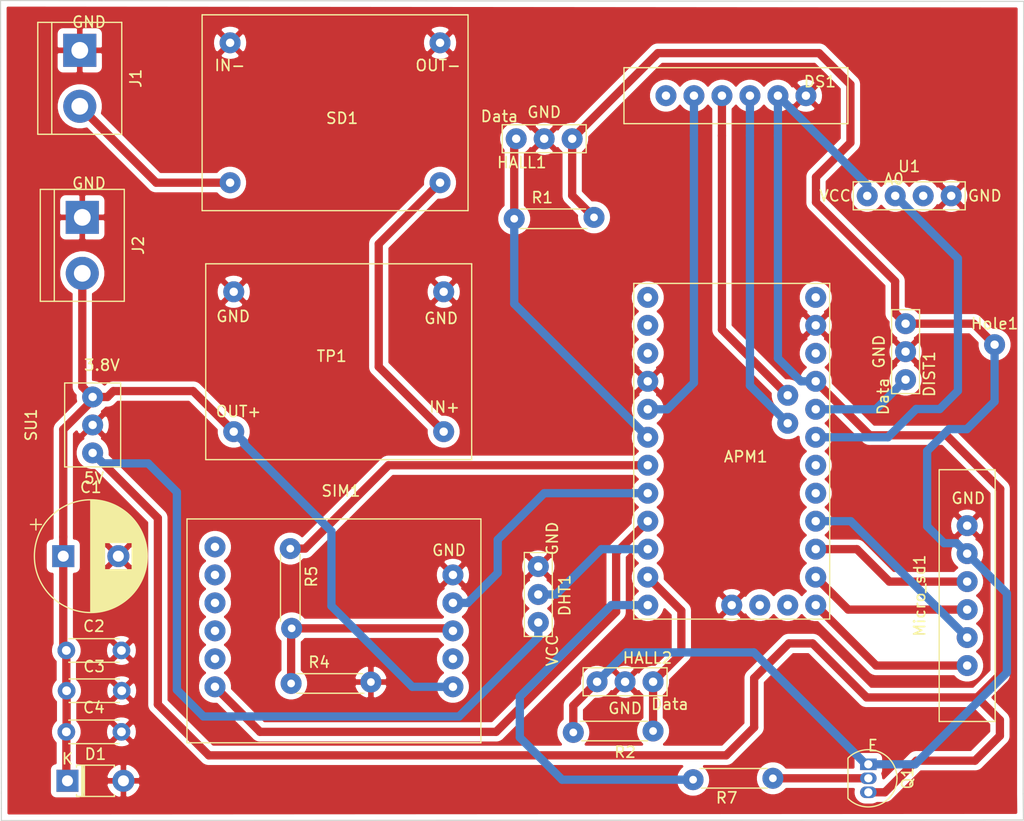
<source format=kicad_pcb>
(kicad_pcb (version 20171130) (host pcbnew "(5.1.4)-1")

  (general
    (thickness 1.6)
    (drawings 20)
    (tracks 161)
    (zones 0)
    (modules 26)
    (nets 25)
  )

  (page A4)
  (layers
    (0 F.Cu signal)
    (31 B.Cu signal)
    (32 B.Adhes user)
    (33 F.Adhes user)
    (34 B.Paste user)
    (35 F.Paste user)
    (36 B.SilkS user)
    (37 F.SilkS user)
    (38 B.Mask user)
    (39 F.Mask user)
    (40 Dwgs.User user)
    (41 Cmts.User user)
    (42 Eco1.User user)
    (43 Eco2.User user)
    (44 Edge.Cuts user)
    (45 Margin user)
    (46 B.CrtYd user)
    (47 F.CrtYd user)
    (48 B.Fab user)
    (49 F.Fab user)
  )

  (setup
    (last_trace_width 0.75)
    (user_trace_width 0.75)
    (trace_clearance 0.2)
    (zone_clearance 0.5)
    (zone_45_only no)
    (trace_min 0.2)
    (via_size 0.8)
    (via_drill 0.4)
    (via_min_size 0.4)
    (via_min_drill 0.3)
    (uvia_size 0.3)
    (uvia_drill 0.1)
    (uvias_allowed no)
    (uvia_min_size 0.2)
    (uvia_min_drill 0.1)
    (edge_width 0.1)
    (segment_width 0.2)
    (pcb_text_width 0.3)
    (pcb_text_size 1.5 1.5)
    (mod_edge_width 0.15)
    (mod_text_size 1 1)
    (mod_text_width 0.15)
    (pad_size 1.9 1.9)
    (pad_drill 0.762)
    (pad_to_mask_clearance 0)
    (aux_axis_origin 0 0)
    (visible_elements 7FFFFFFF)
    (pcbplotparams
      (layerselection 0x01020_ffffffff)
      (usegerberextensions false)
      (usegerberattributes false)
      (usegerberadvancedattributes false)
      (creategerberjobfile false)
      (excludeedgelayer true)
      (linewidth 0.100000)
      (plotframeref false)
      (viasonmask false)
      (mode 1)
      (useauxorigin false)
      (hpglpennumber 1)
      (hpglpenspeed 20)
      (hpglpendiameter 15.000000)
      (psnegative false)
      (psa4output false)
      (plotreference true)
      (plotvalue true)
      (plotinvisibletext false)
      (padsonsilk false)
      (subtractmaskfromsilk false)
      (outputformat 1)
      (mirror false)
      (drillshape 0)
      (scaleselection 1)
      (outputdirectory "GerberSleep/"))
  )

  (net 0 "")
  (net 1 GND)
  (net 2 "Net-(APM1-Pad29)")
  (net 3 "Net-(APM1-Pad28)")
  (net 4 "Net-(APM1-Pad24)")
  (net 5 "Net-(APM1-Pad23)")
  (net 6 "Net-(APM1-Pad22)")
  (net 7 "Net-(APM1-Pad21)")
  (net 8 "Net-(APM1-Pad17)")
  (net 9 +5V)
  (net 10 "Net-(APM1-Pad11)")
  (net 11 "Net-(APM1-Pad10)")
  (net 12 "Net-(APM1-Pad9)")
  (net 13 "Net-(APM1-Pad8)")
  (net 14 "Net-(APM1-Pad7)")
  (net 15 "Net-(APM1-Pad6)")
  (net 16 "Net-(APM1-Pad5)")
  (net 17 "Net-(J1-Pad2)")
  (net 18 +3V8)
  (net 19 "Net-(R4-Pad1)")
  (net 20 "Net-(SD1-Pad4)")
  (net 21 "Net-(APM1-Pad18)")
  (net 22 "Net-(APM1-Pad12)")
  (net 23 VCCQ)
  (net 24 "Net-(Q1-Pad2)")

  (net_class Default "Esta es la clase de red por defecto."
    (clearance 0.2)
    (trace_width 0.25)
    (via_dia 0.8)
    (via_drill 0.4)
    (uvia_dia 0.3)
    (uvia_drill 0.1)
    (add_net +3V8)
    (add_net +5V)
    (add_net GND)
    (add_net "Net-(APM1-Pad10)")
    (add_net "Net-(APM1-Pad11)")
    (add_net "Net-(APM1-Pad12)")
    (add_net "Net-(APM1-Pad17)")
    (add_net "Net-(APM1-Pad18)")
    (add_net "Net-(APM1-Pad21)")
    (add_net "Net-(APM1-Pad22)")
    (add_net "Net-(APM1-Pad23)")
    (add_net "Net-(APM1-Pad24)")
    (add_net "Net-(APM1-Pad28)")
    (add_net "Net-(APM1-Pad29)")
    (add_net "Net-(APM1-Pad5)")
    (add_net "Net-(APM1-Pad6)")
    (add_net "Net-(APM1-Pad7)")
    (add_net "Net-(APM1-Pad8)")
    (add_net "Net-(APM1-Pad9)")
    (add_net "Net-(J1-Pad2)")
    (add_net "Net-(Q1-Pad2)")
    (add_net "Net-(R4-Pad1)")
    (add_net "Net-(SD1-Pad4)")
    (add_net VCCQ)
  )

  (module MountingHole:MountingHole_2.5mm_Pad (layer F.Cu) (tedit 5E4572E4) (tstamp 5E45BFB6)
    (at 204.4446 77.1144)
    (descr "Mounting Hole 2.5mm")
    (tags "mounting hole 2.5mm")
    (path /5E4B1FC3)
    (attr virtual)
    (fp_text reference Hole1 (at 0 -2.032) (layer F.SilkS)
      (effects (font (size 1 1) (thickness 0.15)))
    )
    (fp_text value Hole (at 0.127 2.032) (layer F.Fab)
      (effects (font (size 1 1) (thickness 0.15)))
    )
    (fp_text user %R (at 0.3 0) (layer F.Fab)
      (effects (font (size 1 1) (thickness 0.15)))
    )
    (pad 1 thru_hole circle (at 0 -0.127) (size 1.9 1.9) (drill 0.762) (layers *.Cu *.Mask)
      (net 23 VCCQ))
  )

  (module pcb_ss:ResistorPCB (layer F.Cu) (tedit 5E4564D3) (tstamp 5E3C02D0)
    (at 160.8582 65.5574)
    (descr "Resistor, Axial_DIN0204 series, Axial, Horizontal, pin pitch=5.08mm, 0.167W, length*diameter=3.6*1.6mm^2, http://cdn-reichelt.de/documents/datenblatt/B400/1_4W%23YAG.pdf")
    (tags "Resistor Axial_DIN0204 series Axial Horizontal pin pitch 5.08mm 0.167W length 3.6mm diameter 1.6mm")
    (path /5E340E99)
    (fp_text reference R1 (at 2.54 -1.92) (layer F.SilkS)
      (effects (font (size 1 1) (thickness 0.15)))
    )
    (fp_text value R (at 2.54 1.92) (layer F.Fab)
      (effects (font (size 1 1) (thickness 0.15)))
    )
    (fp_line (start 8.255 1.016) (end 8.255 -1.016) (layer F.CrtYd) (width 0.05))
    (fp_line (start -0.95 1.05) (end 8.255 1.016) (layer F.CrtYd) (width 0.05))
    (fp_line (start -0.95 -1.05) (end 8.255 -1.016) (layer F.CrtYd) (width 0.05))
    (fp_line (start 6.604 0) (end 7.239 0) (layer F.Fab) (width 0.12))
    (fp_line (start 6.604 -0.762) (end 0.74 -0.8) (layer F.Fab) (width 0.12))
    (fp_line (start 6.604 0.762) (end 6.604 -0.762) (layer F.Fab) (width 0.12))
    (fp_line (start 0.74 0.8) (end 6.604 0.762) (layer F.Fab) (width 0.12))
    (fp_line (start 0.508 0.889) (end 6.604 0.889) (layer F.SilkS) (width 0.12))
    (fp_line (start 0.508 -0.889) (end 6.477 -0.889) (layer F.SilkS) (width 0.12))
    (fp_text user %R (at 2.54 0) (layer F.Fab)
      (effects (font (size 0.72 0.72) (thickness 0.108)))
    )
    (fp_line (start -0.95 -1.05) (end -0.95 1.05) (layer F.CrtYd) (width 0.05))
    (fp_line (start 0 0) (end 0.74 0) (layer F.Fab) (width 0.1))
    (fp_line (start 0.74 -0.8) (end 0.74 0.8) (layer F.Fab) (width 0.12))
    (pad 2 thru_hole oval (at 7.239 -0.127) (size 1.9 1.9) (drill 0.7) (layers *.Cu *.Mask)
      (net 23 VCCQ))
    (pad 1 thru_hole circle (at 0 0) (size 1.9 1.9) (drill 0.7) (layers *.Cu *.Mask)
      (net 15 "Net-(APM1-Pad6)"))
    (model ${KISYS3DMOD}/Resistor_THT.3dshapes/R_Axial_DIN0204_L3.6mm_D1.6mm_P5.08mm_Horizontal.wrl
      (at (xyz 0 0 0))
      (scale (xyz 1 1 1))
      (rotate (xyz 0 0 0))
    )
  )

  (module pcb_ss:ResistorPCB (layer F.Cu) (tedit 5E4564D3) (tstamp 5E3C031C)
    (at 140.5382 95.504 270)
    (descr "Resistor, Axial_DIN0204 series, Axial, Horizontal, pin pitch=5.08mm, 0.167W, length*diameter=3.6*1.6mm^2, http://cdn-reichelt.de/documents/datenblatt/B400/1_4W%23YAG.pdf")
    (tags "Resistor Axial_DIN0204 series Axial Horizontal pin pitch 5.08mm 0.167W length 3.6mm diameter 1.6mm")
    (path /5E3CFD34)
    (fp_text reference R5 (at 2.54 -1.92 90) (layer F.SilkS)
      (effects (font (size 1 1) (thickness 0.15)))
    )
    (fp_text value R (at 2.54 1.92 90) (layer F.Fab)
      (effects (font (size 1 1) (thickness 0.15)))
    )
    (fp_line (start 8.255 1.016) (end 8.255 -1.016) (layer F.CrtYd) (width 0.05))
    (fp_line (start -0.95 1.05) (end 8.255 1.016) (layer F.CrtYd) (width 0.05))
    (fp_line (start -0.95 -1.05) (end 8.255 -1.016) (layer F.CrtYd) (width 0.05))
    (fp_line (start 6.604 0) (end 7.239 0) (layer F.Fab) (width 0.12))
    (fp_line (start 6.604 -0.762) (end 0.74 -0.8) (layer F.Fab) (width 0.12))
    (fp_line (start 6.604 0.762) (end 6.604 -0.762) (layer F.Fab) (width 0.12))
    (fp_line (start 0.74 0.8) (end 6.604 0.762) (layer F.Fab) (width 0.12))
    (fp_line (start 0.508 0.889) (end 6.604 0.889) (layer F.SilkS) (width 0.12))
    (fp_line (start 0.508 -0.889) (end 6.477 -0.889) (layer F.SilkS) (width 0.12))
    (fp_text user %R (at 2.54 0 90) (layer F.Fab)
      (effects (font (size 0.72 0.72) (thickness 0.108)))
    )
    (fp_line (start -0.95 -1.05) (end -0.95 1.05) (layer F.CrtYd) (width 0.05))
    (fp_line (start 0 0) (end 0.74 0) (layer F.Fab) (width 0.1))
    (fp_line (start 0.74 -0.8) (end 0.74 0.8) (layer F.Fab) (width 0.12))
    (pad 2 thru_hole oval (at 7.239 -0.127 270) (size 1.9 1.9) (drill 0.7) (layers *.Cu *.Mask)
      (net 19 "Net-(R4-Pad1)"))
    (pad 1 thru_hole circle (at 0 0 270) (size 1.9 1.9) (drill 0.7) (layers *.Cu *.Mask)
      (net 14 "Net-(APM1-Pad7)"))
    (model ${KISYS3DMOD}/Resistor_THT.3dshapes/R_Axial_DIN0204_L3.6mm_D1.6mm_P5.08mm_Horizontal.wrl
      (at (xyz 0 0 0))
      (scale (xyz 1 1 1))
      (rotate (xyz 0 0 0))
    )
  )

  (module pcb_ss:ResistorPCB (layer F.Cu) (tedit 5E4564D3) (tstamp 5E3C0309)
    (at 140.6144 107.7468)
    (descr "Resistor, Axial_DIN0204 series, Axial, Horizontal, pin pitch=5.08mm, 0.167W, length*diameter=3.6*1.6mm^2, http://cdn-reichelt.de/documents/datenblatt/B400/1_4W%23YAG.pdf")
    (tags "Resistor Axial_DIN0204 series Axial Horizontal pin pitch 5.08mm 0.167W length 3.6mm diameter 1.6mm")
    (path /5E3D0544)
    (fp_text reference R4 (at 2.54 -1.92) (layer F.SilkS)
      (effects (font (size 1 1) (thickness 0.15)))
    )
    (fp_text value R (at 2.54 1.92) (layer F.Fab)
      (effects (font (size 1 1) (thickness 0.15)))
    )
    (fp_line (start 8.255 1.016) (end 8.255 -1.016) (layer F.CrtYd) (width 0.05))
    (fp_line (start -0.95 1.05) (end 8.255 1.016) (layer F.CrtYd) (width 0.05))
    (fp_line (start -0.95 -1.05) (end 8.255 -1.016) (layer F.CrtYd) (width 0.05))
    (fp_line (start 6.604 0) (end 7.239 0) (layer F.Fab) (width 0.12))
    (fp_line (start 6.604 -0.762) (end 0.74 -0.8) (layer F.Fab) (width 0.12))
    (fp_line (start 6.604 0.762) (end 6.604 -0.762) (layer F.Fab) (width 0.12))
    (fp_line (start 0.74 0.8) (end 6.604 0.762) (layer F.Fab) (width 0.12))
    (fp_line (start 0.508 0.889) (end 6.604 0.889) (layer F.SilkS) (width 0.12))
    (fp_line (start 0.508 -0.889) (end 6.477 -0.889) (layer F.SilkS) (width 0.12))
    (fp_text user %R (at 2.54 0) (layer F.Fab)
      (effects (font (size 0.72 0.72) (thickness 0.108)))
    )
    (fp_line (start -0.95 -1.05) (end -0.95 1.05) (layer F.CrtYd) (width 0.05))
    (fp_line (start 0 0) (end 0.74 0) (layer F.Fab) (width 0.1))
    (fp_line (start 0.74 -0.8) (end 0.74 0.8) (layer F.Fab) (width 0.12))
    (pad 2 thru_hole oval (at 7.239 -0.127) (size 1.9 1.9) (drill 0.7) (layers *.Cu *.Mask)
      (net 1 GND))
    (pad 1 thru_hole circle (at 0 0) (size 1.9 1.9) (drill 0.7) (layers *.Cu *.Mask)
      (net 19 "Net-(R4-Pad1)"))
    (model ${KISYS3DMOD}/Resistor_THT.3dshapes/R_Axial_DIN0204_L3.6mm_D1.6mm_P5.08mm_Horizontal.wrl
      (at (xyz 0 0 0))
      (scale (xyz 1 1 1))
      (rotate (xyz 0 0 0))
    )
  )

  (module pcb_ss:ResistorPCB (layer F.Cu) (tedit 5E4564D3) (tstamp 5E3C02E3)
    (at 173.4566 112.0648 180)
    (descr "Resistor, Axial_DIN0204 series, Axial, Horizontal, pin pitch=5.08mm, 0.167W, length*diameter=3.6*1.6mm^2, http://cdn-reichelt.de/documents/datenblatt/B400/1_4W%23YAG.pdf")
    (tags "Resistor Axial_DIN0204 series Axial Horizontal pin pitch 5.08mm 0.167W length 3.6mm diameter 1.6mm")
    (path /5E3420BF)
    (fp_text reference R2 (at 2.54 -1.92) (layer F.SilkS)
      (effects (font (size 1 1) (thickness 0.15)))
    )
    (fp_text value R (at 2.54 1.92) (layer F.Fab)
      (effects (font (size 1 1) (thickness 0.15)))
    )
    (fp_line (start 8.255 1.016) (end 8.255 -1.016) (layer F.CrtYd) (width 0.05))
    (fp_line (start -0.95 1.05) (end 8.255 1.016) (layer F.CrtYd) (width 0.05))
    (fp_line (start -0.95 -1.05) (end 8.255 -1.016) (layer F.CrtYd) (width 0.05))
    (fp_line (start 6.604 0) (end 7.239 0) (layer F.Fab) (width 0.12))
    (fp_line (start 6.604 -0.762) (end 0.74 -0.8) (layer F.Fab) (width 0.12))
    (fp_line (start 6.604 0.762) (end 6.604 -0.762) (layer F.Fab) (width 0.12))
    (fp_line (start 0.74 0.8) (end 6.604 0.762) (layer F.Fab) (width 0.12))
    (fp_line (start 0.508 0.889) (end 6.604 0.889) (layer F.SilkS) (width 0.12))
    (fp_line (start 0.508 -0.889) (end 6.477 -0.889) (layer F.SilkS) (width 0.12))
    (fp_text user %R (at 2.54 0) (layer F.Fab)
      (effects (font (size 0.72 0.72) (thickness 0.108)))
    )
    (fp_line (start -0.95 -1.05) (end -0.95 1.05) (layer F.CrtYd) (width 0.05))
    (fp_line (start 0 0) (end 0.74 0) (layer F.Fab) (width 0.1))
    (fp_line (start 0.74 -0.8) (end 0.74 0.8) (layer F.Fab) (width 0.12))
    (pad 2 thru_hole oval (at 7.239 -0.127 180) (size 1.9 1.9) (drill 0.7) (layers *.Cu *.Mask)
      (net 23 VCCQ))
    (pad 1 thru_hole circle (at 0 0 180) (size 1.9 1.9) (drill 0.7) (layers *.Cu *.Mask)
      (net 10 "Net-(APM1-Pad11)"))
    (model ${KISYS3DMOD}/Resistor_THT.3dshapes/R_Axial_DIN0204_L3.6mm_D1.6mm_P5.08mm_Horizontal.wrl
      (at (xyz 0 0 0))
      (scale (xyz 1 1 1))
      (rotate (xyz 0 0 0))
    )
  )

  (module pcb_ss:mini_pro (layer F.Cu) (tedit 5E3BFC23) (tstamp 5E3C0236)
    (at 180.594 86.6648)
    (path /5D9017CE)
    (fp_text reference APM1 (at 1.27 0.5) (layer F.SilkS)
      (effects (font (size 1 1) (thickness 0.15)))
    )
    (fp_text value pro_mini_arduino (at 1.27 -0.5) (layer F.Fab)
      (effects (font (size 1 1) (thickness 0.15)))
    )
    (fp_line (start -8.89 15.24) (end -8.89 -15.24) (layer F.SilkS) (width 0.12))
    (fp_line (start 8.89 15.24) (end -8.89 15.24) (layer F.SilkS) (width 0.12))
    (fp_line (start 8.89 -15.24) (end 8.89 15.24) (layer F.SilkS) (width 0.12))
    (fp_line (start -8.89 -15.24) (end 8.89 -15.24) (layer F.SilkS) (width 0.12))
    (pad 27 thru_hole circle (at 0 13.97) (size 1.9 1.9) (drill 0.762) (layers *.Cu *.Mask)
      (net 1 GND))
    (pad 26 thru_hole circle (at 2.54 13.97) (size 1.9 1.9) (drill 0.762) (layers *.Cu *.Mask))
    (pad 25 thru_hole circle (at 5.08 13.97) (size 1.9 1.9) (drill 0.762) (layers *.Cu *.Mask))
    (pad 29 thru_hole circle (at 5.08 -2.54) (size 1.9 1.9) (drill 0.762) (layers *.Cu *.Mask)
      (net 2 "Net-(APM1-Pad29)"))
    (pad 28 thru_hole circle (at 5.08 -5.08) (size 1.9 1.9) (drill 0.762) (layers *.Cu *.Mask)
      (net 3 "Net-(APM1-Pad28)"))
    (pad 24 thru_hole circle (at 7.62 13.97) (size 1.9 1.9) (drill 0.762) (layers *.Cu *.Mask)
      (net 4 "Net-(APM1-Pad24)"))
    (pad 23 thru_hole circle (at 7.62 11.43) (size 1.9 1.9) (drill 0.762) (layers *.Cu *.Mask)
      (net 5 "Net-(APM1-Pad23)"))
    (pad 22 thru_hole circle (at 7.62 8.89) (size 1.9 1.9) (drill 0.762) (layers *.Cu *.Mask)
      (net 6 "Net-(APM1-Pad22)"))
    (pad 21 thru_hole circle (at 7.62 6.35) (size 1.9 1.9) (drill 0.762) (layers *.Cu *.Mask)
      (net 7 "Net-(APM1-Pad21)"))
    (pad 20 thru_hole circle (at 7.62 3.81) (size 1.9 1.9) (drill 0.762) (layers *.Cu *.Mask))
    (pad 19 thru_hole circle (at 7.62 1.27) (size 1.9 1.9) (drill 0.762) (layers *.Cu *.Mask))
    (pad 18 thru_hole circle (at 7.62 -1.27) (size 1.9 1.9) (drill 0.762) (layers *.Cu *.Mask)
      (net 21 "Net-(APM1-Pad18)"))
    (pad 17 thru_hole circle (at 7.62 -3.81) (size 1.9 1.9) (drill 0.762) (layers *.Cu *.Mask)
      (net 8 "Net-(APM1-Pad17)"))
    (pad 16 thru_hole circle (at 7.62 -6.35) (size 1.9 1.9) (drill 0.762) (layers *.Cu *.Mask)
      (net 9 +5V))
    (pad 15 thru_hole circle (at 7.62 -8.89) (size 1.9 1.9) (drill 0.762) (layers *.Cu *.Mask))
    (pad 14 thru_hole circle (at 7.62 -11.43) (size 1.9 1.9) (drill 0.762) (layers *.Cu *.Mask)
      (net 1 GND))
    (pad 13 thru_hole circle (at 7.62 -13.97) (size 1.9 1.9) (drill 0.762) (layers *.Cu *.Mask))
    (pad 12 thru_hole circle (at -7.62 13.97) (size 1.9 1.9) (drill 0.762) (layers *.Cu *.Mask)
      (net 22 "Net-(APM1-Pad12)"))
    (pad 11 thru_hole circle (at -7.62 11.43) (size 1.9 1.9) (drill 0.762) (layers *.Cu *.Mask)
      (net 10 "Net-(APM1-Pad11)"))
    (pad 10 thru_hole circle (at -7.62 8.89) (size 1.9 1.9) (drill 0.762) (layers *.Cu *.Mask)
      (net 11 "Net-(APM1-Pad10)"))
    (pad 9 thru_hole circle (at -7.62 6.35) (size 1.9 1.9) (drill 0.762) (layers *.Cu *.Mask)
      (net 12 "Net-(APM1-Pad9)"))
    (pad 8 thru_hole circle (at -7.62 3.81) (size 1.9 1.9) (drill 0.762) (layers *.Cu *.Mask)
      (net 13 "Net-(APM1-Pad8)"))
    (pad 7 thru_hole circle (at -7.62 1.27) (size 1.9 1.9) (drill 0.762) (layers *.Cu *.Mask)
      (net 14 "Net-(APM1-Pad7)"))
    (pad 6 thru_hole circle (at -7.62 -1.27) (size 1.9 1.9) (drill 0.762) (layers *.Cu *.Mask)
      (net 15 "Net-(APM1-Pad6)"))
    (pad 5 thru_hole circle (at -7.62 -3.81) (size 1.9 1.9) (drill 0.762) (layers *.Cu *.Mask)
      (net 16 "Net-(APM1-Pad5)"))
    (pad 4 thru_hole circle (at -7.62 -6.35) (size 1.9 1.9) (drill 0.762) (layers *.Cu *.Mask)
      (net 1 GND))
    (pad 3 thru_hole circle (at -7.62 -8.89) (size 1.9 1.9) (drill 0.762) (layers *.Cu *.Mask))
    (pad 2 thru_hole circle (at -7.62 -11.43) (size 1.9 1.9) (drill 0.762) (layers *.Cu *.Mask))
    (pad 1 thru_hole circle (at -7.62 -13.97) (size 1.9 1.9) (drill 0.762) (layers *.Cu *.Mask))
  )

  (module pcb_ss:DHT22 (layer F.Cu) (tedit 5E3BF9FE) (tstamp 5E3C0243)
    (at 163.0426 99.6696 90)
    (path /5D9043F7)
    (fp_text reference DHT1 (at -0.078401 2.398999 90) (layer F.SilkS)
      (effects (font (size 1 1) (thickness 0.15)))
    )
    (fp_text value DHT22 (at -0.078401 3.999199 90) (layer F.Fab)
      (effects (font (size 1 1) (thickness 0.15)))
    )
    (fp_line (start -3.81 1.27) (end -3.81 -1.27) (layer F.SilkS) (width 0.12))
    (fp_line (start 3.81 1.27) (end -3.81 1.27) (layer F.SilkS) (width 0.12))
    (fp_line (start 3.81 -1.27) (end 3.81 1.27) (layer F.SilkS) (width 0.12))
    (fp_line (start -3.81 -1.27) (end 3.81 -1.27) (layer F.SilkS) (width 0.12))
    (fp_text user VCC (at -5.08 1.27 90) (layer F.SilkS)
      (effects (font (size 1 1) (thickness 0.15)))
    )
    (fp_text user GND (at 5.08 1.27 90) (layer F.SilkS)
      (effects (font (size 1 1) (thickness 0.15)))
    )
    (pad 3 thru_hole circle (at 2.54 0 90) (size 1.9 1.9) (drill 0.762) (layers *.Cu *.Mask)
      (net 1 GND))
    (pad 2 thru_hole circle (at 0 0 90) (size 1.9 1.9) (drill 0.762) (layers *.Cu *.Mask)
      (net 11 "Net-(APM1-Pad10)"))
    (pad 1 thru_hole circle (at -2.54 0 90) (size 1.9 1.9) (drill 0.762) (layers *.Cu *.Mask)
      (net 9 +5V))
  )

  (module pcb_ss:Hall (layer F.Cu) (tedit 5E3BFA51) (tstamp 5E3C0250)
    (at 196.3674 77.6224 270)
    (path /5E35833D)
    (fp_text reference DIST1 (at 2.032 -2.159 90) (layer F.SilkS)
      (effects (font (size 1 1) (thickness 0.15)))
    )
    (fp_text value SHARP (at -2.159 -2.159 90) (layer F.Fab)
      (effects (font (size 1 1) (thickness 0.15)))
    )
    (fp_text user Data (at 4.064 2.032 90) (layer F.SilkS)
      (effects (font (size 1 1) (thickness 0.15)))
    )
    (fp_text user GND (at 0 2.413 90) (layer F.SilkS)
      (effects (font (size 1 1) (thickness 0.15)))
    )
    (fp_line (start -3.81 -1.27) (end 3.81 -1.27) (layer F.SilkS) (width 0.12))
    (fp_line (start 3.81 1.27) (end -3.81 1.27) (layer F.SilkS) (width 0.12))
    (fp_line (start 3.81 -1.27) (end 3.81 1.27) (layer F.SilkS) (width 0.12))
    (fp_line (start -3.81 1.27) (end -3.81 -1.27) (layer F.SilkS) (width 0.12))
    (pad 2 thru_hole circle (at 2.54 0 270) (size 1.9 1.9) (drill 0.762) (layers *.Cu *.Mask)
      (net 8 "Net-(APM1-Pad17)"))
    (pad 1 thru_hole circle (at -2.54 0 270) (size 1.9 1.9) (drill 0.762) (layers *.Cu *.Mask)
      (net 23 VCCQ))
    (pad 3 thru_hole circle (at 0 0 270) (size 1.9 1.9) (drill 0.762) (layers *.Cu *.Mask)
      (net 1 GND))
  )

  (module pcb_ss:DS3231 (layer F.Cu) (tedit 5E3BFA21) (tstamp 5E3C025E)
    (at 180.975 54.3814)
    (path /5D929EB6)
    (fp_text reference DS1 (at 7.62 -1.27) (layer F.SilkS)
      (effects (font (size 1 1) (thickness 0.15)))
    )
    (fp_text value DS3231 (at 0 -1.27) (layer F.Fab)
      (effects (font (size 1 1) (thickness 0.15)))
    )
    (fp_line (start -10.16 2.54) (end -10.16 -2.54) (layer F.SilkS) (width 0.12))
    (fp_line (start 10.16 2.54) (end -10.16 2.54) (layer F.SilkS) (width 0.12))
    (fp_line (start 10.16 -2.54) (end 10.16 2.54) (layer F.SilkS) (width 0.12))
    (fp_line (start -10.16 -2.54) (end 10.16 -2.54) (layer F.SilkS) (width 0.12))
    (pad 6 thru_hole circle (at 6.35 0) (size 1.9 1.9) (drill 0.762) (layers *.Cu *.Mask)
      (net 1 GND))
    (pad 5 thru_hole circle (at 3.81 0) (size 1.9 1.9) (drill 0.762) (layers *.Cu *.Mask)
      (net 9 +5V))
    (pad 4 thru_hole circle (at 1.27 0) (size 1.9 1.9) (drill 0.762) (layers *.Cu *.Mask)
      (net 2 "Net-(APM1-Pad29)"))
    (pad 3 thru_hole circle (at -1.27 0) (size 1.9 1.9) (drill 0.762) (layers *.Cu *.Mask)
      (net 3 "Net-(APM1-Pad28)"))
    (pad 2 thru_hole circle (at -3.81 0) (size 1.9 1.9) (drill 0.762) (layers *.Cu *.Mask)
      (net 16 "Net-(APM1-Pad5)"))
    (pad 1 thru_hole circle (at -6.35 0) (size 1.9 1.9) (drill 0.762) (layers *.Cu *.Mask))
  )

  (module pcb_ss:Hall (layer F.Cu) (tedit 5E3BFA51) (tstamp 5E3C026B)
    (at 163.576 58.293 180)
    (path /5E19A0AB)
    (fp_text reference HALL1 (at 2.032 -2.159) (layer F.SilkS)
      (effects (font (size 1 1) (thickness 0.15)))
    )
    (fp_text value A3144 (at -2.159 -2.159) (layer F.Fab)
      (effects (font (size 1 1) (thickness 0.15)))
    )
    (fp_line (start -3.81 1.27) (end -3.81 -1.27) (layer F.SilkS) (width 0.12))
    (fp_line (start 3.81 -1.27) (end 3.81 1.27) (layer F.SilkS) (width 0.12))
    (fp_line (start 3.81 1.27) (end -3.81 1.27) (layer F.SilkS) (width 0.12))
    (fp_line (start -3.81 -1.27) (end 3.81 -1.27) (layer F.SilkS) (width 0.12))
    (fp_text user GND (at 0 2.413) (layer F.SilkS)
      (effects (font (size 1 1) (thickness 0.15)))
    )
    (fp_text user Data (at 4.064 2.032) (layer F.SilkS)
      (effects (font (size 1 1) (thickness 0.15)))
    )
    (pad 3 thru_hole circle (at 0 0 180) (size 1.9 1.9) (drill 0.762) (layers *.Cu *.Mask)
      (net 1 GND))
    (pad 1 thru_hole circle (at -2.54 0 180) (size 1.9 1.9) (drill 0.762) (layers *.Cu *.Mask)
      (net 23 VCCQ))
    (pad 2 thru_hole circle (at 2.54 0 180) (size 1.9 1.9) (drill 0.762) (layers *.Cu *.Mask)
      (net 15 "Net-(APM1-Pad6)"))
  )

  (module pcb_ss:Hall (layer F.Cu) (tedit 5E3BFA51) (tstamp 5E3C0278)
    (at 170.9166 107.5944)
    (path /5E19B62B)
    (fp_text reference HALL2 (at 2.032 -2.159) (layer F.SilkS)
      (effects (font (size 1 1) (thickness 0.15)))
    )
    (fp_text value A3144 (at -2.159 -2.159) (layer F.Fab)
      (effects (font (size 1 1) (thickness 0.15)))
    )
    (fp_text user Data (at 4.064 2.032) (layer F.SilkS)
      (effects (font (size 1 1) (thickness 0.15)))
    )
    (fp_text user GND (at 0 2.413) (layer F.SilkS)
      (effects (font (size 1 1) (thickness 0.15)))
    )
    (fp_line (start -3.81 -1.27) (end 3.81 -1.27) (layer F.SilkS) (width 0.12))
    (fp_line (start 3.81 1.27) (end -3.81 1.27) (layer F.SilkS) (width 0.12))
    (fp_line (start 3.81 -1.27) (end 3.81 1.27) (layer F.SilkS) (width 0.12))
    (fp_line (start -3.81 1.27) (end -3.81 -1.27) (layer F.SilkS) (width 0.12))
    (pad 2 thru_hole circle (at 2.54 0) (size 1.9 1.9) (drill 0.762) (layers *.Cu *.Mask)
      (net 10 "Net-(APM1-Pad11)"))
    (pad 1 thru_hole circle (at -2.54 0) (size 1.9 1.9) (drill 0.762) (layers *.Cu *.Mask)
      (net 23 VCCQ))
    (pad 3 thru_hole circle (at 0 0) (size 1.9 1.9) (drill 0.762) (layers *.Cu *.Mask)
      (net 1 GND))
  )

  (module TerminalBlock:TerminalBlock_bornier-2_P5.08mm (layer F.Cu) (tedit 59FF03AB) (tstamp 5E3C029A)
    (at 121.4374 50.2666 270)
    (descr "simple 2-pin terminal block, pitch 5.08mm, revamped version of bornier2")
    (tags "terminal block bornier2")
    (path /5D90D3FA)
    (fp_text reference J1 (at 2.54 -5.08 90) (layer F.SilkS)
      (effects (font (size 1 1) (thickness 0.15)))
    )
    (fp_text value PanelSolar (at 2.54 5.08 90) (layer F.Fab)
      (effects (font (size 1 1) (thickness 0.15)))
    )
    (fp_text user %R (at 2.54 0 90) (layer F.Fab)
      (effects (font (size 1 1) (thickness 0.15)))
    )
    (fp_line (start -2.41 2.55) (end 7.49 2.55) (layer F.Fab) (width 0.1))
    (fp_line (start -2.46 -3.75) (end -2.46 3.75) (layer F.Fab) (width 0.1))
    (fp_line (start -2.46 3.75) (end 7.54 3.75) (layer F.Fab) (width 0.1))
    (fp_line (start 7.54 3.75) (end 7.54 -3.75) (layer F.Fab) (width 0.1))
    (fp_line (start 7.54 -3.75) (end -2.46 -3.75) (layer F.Fab) (width 0.1))
    (fp_line (start 7.62 2.54) (end -2.54 2.54) (layer F.SilkS) (width 0.12))
    (fp_line (start 7.62 3.81) (end 7.62 -3.81) (layer F.SilkS) (width 0.12))
    (fp_line (start 7.62 -3.81) (end -2.54 -3.81) (layer F.SilkS) (width 0.12))
    (fp_line (start -2.54 -3.81) (end -2.54 3.81) (layer F.SilkS) (width 0.12))
    (fp_line (start -2.54 3.81) (end 7.62 3.81) (layer F.SilkS) (width 0.12))
    (fp_line (start -2.71 -4) (end 7.79 -4) (layer F.CrtYd) (width 0.05))
    (fp_line (start -2.71 -4) (end -2.71 4) (layer F.CrtYd) (width 0.05))
    (fp_line (start 7.79 4) (end 7.79 -4) (layer F.CrtYd) (width 0.05))
    (fp_line (start 7.79 4) (end -2.71 4) (layer F.CrtYd) (width 0.05))
    (pad 1 thru_hole rect (at 0 0 270) (size 3 3) (drill 1.52) (layers *.Cu *.Mask)
      (net 1 GND))
    (pad 2 thru_hole circle (at 5.08 0 270) (size 3 3) (drill 1.52) (layers *.Cu *.Mask)
      (net 17 "Net-(J1-Pad2)"))
    (model ${KISYS3DMOD}/TerminalBlock.3dshapes/TerminalBlock_bornier-2_P5.08mm.wrl
      (offset (xyz 2.539999961853027 0 0))
      (scale (xyz 1 1 1))
      (rotate (xyz 0 0 0))
    )
  )

  (module TerminalBlock:TerminalBlock_bornier-2_P5.08mm (layer F.Cu) (tedit 59FF03AB) (tstamp 5E3C02AF)
    (at 121.666 65.4304 270)
    (descr "simple 2-pin terminal block, pitch 5.08mm, revamped version of bornier2")
    (tags "terminal block bornier2")
    (path /5D90B39A)
    (fp_text reference J2 (at 2.54 -5.08 90) (layer F.SilkS)
      (effects (font (size 1 1) (thickness 0.15)))
    )
    (fp_text value "Bateria 3.7v" (at 2.54 5.08 90) (layer F.Fab)
      (effects (font (size 1 1) (thickness 0.15)))
    )
    (fp_line (start 7.79 4) (end -2.71 4) (layer F.CrtYd) (width 0.05))
    (fp_line (start 7.79 4) (end 7.79 -4) (layer F.CrtYd) (width 0.05))
    (fp_line (start -2.71 -4) (end -2.71 4) (layer F.CrtYd) (width 0.05))
    (fp_line (start -2.71 -4) (end 7.79 -4) (layer F.CrtYd) (width 0.05))
    (fp_line (start -2.54 3.81) (end 7.62 3.81) (layer F.SilkS) (width 0.12))
    (fp_line (start -2.54 -3.81) (end -2.54 3.81) (layer F.SilkS) (width 0.12))
    (fp_line (start 7.62 -3.81) (end -2.54 -3.81) (layer F.SilkS) (width 0.12))
    (fp_line (start 7.62 3.81) (end 7.62 -3.81) (layer F.SilkS) (width 0.12))
    (fp_line (start 7.62 2.54) (end -2.54 2.54) (layer F.SilkS) (width 0.12))
    (fp_line (start 7.54 -3.75) (end -2.46 -3.75) (layer F.Fab) (width 0.1))
    (fp_line (start 7.54 3.75) (end 7.54 -3.75) (layer F.Fab) (width 0.1))
    (fp_line (start -2.46 3.75) (end 7.54 3.75) (layer F.Fab) (width 0.1))
    (fp_line (start -2.46 -3.75) (end -2.46 3.75) (layer F.Fab) (width 0.1))
    (fp_line (start -2.41 2.55) (end 7.49 2.55) (layer F.Fab) (width 0.1))
    (fp_text user %R (at 2.54 0 90) (layer F.Fab)
      (effects (font (size 1 1) (thickness 0.15)))
    )
    (pad 2 thru_hole circle (at 5.08 0 270) (size 3 3) (drill 1.52) (layers *.Cu *.Mask)
      (net 18 +3V8))
    (pad 1 thru_hole rect (at 0 0 270) (size 3 3) (drill 1.52) (layers *.Cu *.Mask)
      (net 1 GND))
    (model ${KISYS3DMOD}/TerminalBlock.3dshapes/TerminalBlock_bornier-2_P5.08mm.wrl
      (offset (xyz 2.539999961853027 0 0))
      (scale (xyz 1 1 1))
      (rotate (xyz 0 0 0))
    )
  )

  (module pcb_ss:MicroSD_Adapter (layer F.Cu) (tedit 5E3BFAAC) (tstamp 5E3C02BD)
    (at 201.9554 99.7712 270)
    (path /5D9081CE)
    (fp_text reference Micro_sd1 (at 0 4.31 90) (layer F.SilkS)
      (effects (font (size 1 1) (thickness 0.15)))
    )
    (fp_text value MicroSdAdapter (at 0 3.31 90) (layer F.Fab)
      (effects (font (size 1 1) (thickness 0.15)))
    )
    (fp_line (start -11.43 2.54) (end -11.43 -2.54) (layer F.SilkS) (width 0.12))
    (fp_line (start 11.43 2.54) (end -11.43 2.54) (layer F.SilkS) (width 0.12))
    (fp_line (start 11.43 -2.54) (end 11.43 2.54) (layer F.SilkS) (width 0.12))
    (fp_line (start -11.43 -2.54) (end 11.43 -2.54) (layer F.SilkS) (width 0.12))
    (pad 6 thru_hole circle (at 6.35 0 270) (size 1.9 1.9) (drill 0.762) (layers *.Cu *.Mask)
      (net 4 "Net-(APM1-Pad24)"))
    (pad 5 thru_hole circle (at 3.81 0 270) (size 1.9 1.9) (drill 0.762) (layers *.Cu *.Mask)
      (net 7 "Net-(APM1-Pad21)"))
    (pad 4 thru_hole circle (at 1.27 0 270) (size 1.9 1.9) (drill 0.762) (layers *.Cu *.Mask)
      (net 5 "Net-(APM1-Pad23)"))
    (pad 3 thru_hole circle (at -1.27 0 270) (size 1.9 1.9) (drill 0.762) (layers *.Cu *.Mask)
      (net 6 "Net-(APM1-Pad22)"))
    (pad 2 thru_hole circle (at -3.81 0 270) (size 1.9 1.9) (drill 0.762) (layers *.Cu *.Mask)
      (net 23 VCCQ))
    (pad 1 thru_hole circle (at -6.35 0 270) (size 1.9 1.9) (drill 0.762) (layers *.Cu *.Mask)
      (net 1 GND))
  )

  (module pcb_ss:MP1584 (layer F.Cu) (tedit 5E3BFA80) (tstamp 5E3C0328)
    (at 145.2372 55.9308)
    (path /5D90690C)
    (fp_text reference SD1 (at 0 0.5) (layer F.SilkS)
      (effects (font (size 1 1) (thickness 0.15)))
    )
    (fp_text value StepDown (at 0 -0.5) (layer F.Fab)
      (effects (font (size 1 1) (thickness 0.15)))
    )
    (fp_line (start -12.7 -8.89) (end 11.43 -8.89) (layer F.SilkS) (width 0.12))
    (fp_line (start 11.43 -8.89) (end 11.43 8.89) (layer F.SilkS) (width 0.12))
    (fp_line (start 11.43 8.89) (end -12.7 8.89) (layer F.SilkS) (width 0.12))
    (fp_line (start -12.7 8.89) (end -12.7 -8.89) (layer F.SilkS) (width 0.12))
    (pad 1 thru_hole circle (at -10.16 -6.35) (size 1.9 1.9) (drill 0.762) (layers *.Cu *.Mask)
      (net 1 GND))
    (pad 2 thru_hole circle (at -10.16 6.35) (size 1.9 1.9) (drill 0.762) (layers *.Cu *.Mask)
      (net 17 "Net-(J1-Pad2)"))
    (pad 3 thru_hole circle (at 8.89 -6.35) (size 1.9 1.9) (drill 0.762) (layers *.Cu *.Mask)
      (net 1 GND))
    (pad 4 thru_hole circle (at 8.89 6.35) (size 1.9 1.9) (drill 0.762) (layers *.Cu *.Mask)
      (net 20 "Net-(SD1-Pad4)"))
  )

  (module pcb_ss:SIM800L (layer F.Cu) (tedit 5E3BFAFE) (tstamp 5E3C033B)
    (at 145.1356 101.7016 180)
    (path /5E3CF6C5)
    (fp_text reference SIM1 (at 0 11.43) (layer F.SilkS)
      (effects (font (size 1 1) (thickness 0.15)))
    )
    (fp_text value SIM800L-library (at 0 10.16) (layer F.Fab)
      (effects (font (size 1 1) (thickness 0.15)))
    )
    (fp_line (start -12.7 8.89) (end -12.7 -11.43) (layer F.SilkS) (width 0.12))
    (fp_line (start 13.97 8.89) (end -12.7 8.89) (layer F.SilkS) (width 0.12))
    (fp_line (start 13.97 -11.43) (end 13.97 8.89) (layer F.SilkS) (width 0.12))
    (fp_line (start -12.7 -11.43) (end 13.97 -11.43) (layer F.SilkS) (width 0.12))
    (pad 11 thru_hole circle (at 11.43 6.35 180) (size 1.9 1.9) (drill 0.762) (layers *.Cu *.Mask))
    (pad 10 thru_hole circle (at 11.43 3.81 180) (size 1.9 1.9) (drill 0.762) (layers *.Cu *.Mask))
    (pad 9 thru_hole circle (at 11.43 1.27 180) (size 1.9 1.9) (drill 0.762) (layers *.Cu *.Mask))
    (pad 8 thru_hole circle (at 11.43 -1.27 180) (size 1.9 1.9) (drill 0.762) (layers *.Cu *.Mask))
    (pad 7 thru_hole circle (at 11.43 -3.81 180) (size 1.9 1.9) (drill 0.762) (layers *.Cu *.Mask))
    (pad 6 thru_hole circle (at 11.43 -6.35 180) (size 1.9 1.9) (drill 0.762) (layers *.Cu *.Mask)
      (net 12 "Net-(APM1-Pad9)"))
    (pad 5 thru_hole circle (at -10.16 3.81 180) (size 1.9 1.9) (drill 0.762) (layers *.Cu *.Mask)
      (net 1 GND))
    (pad 4 thru_hole circle (at -10.16 1.27 180) (size 1.9 1.9) (drill 0.762) (layers *.Cu *.Mask)
      (net 13 "Net-(APM1-Pad8)"))
    (pad 3 thru_hole circle (at -10.16 -1.27 180) (size 1.9 1.9) (drill 0.762) (layers *.Cu *.Mask)
      (net 19 "Net-(R4-Pad1)"))
    (pad 2 thru_hole circle (at -10.16 -3.81 180) (size 1.9 1.9) (drill 0.762) (layers *.Cu *.Mask))
    (pad 1 thru_hole circle (at -10.16 -6.35 180) (size 1.9 1.9) (drill 0.762) (layers *.Cu *.Mask)
      (net 18 +3V8))
  )

  (module pcb_ss:SU_U3V (layer F.Cu) (tedit 5E3BFB14) (tstamp 5E3C0346)
    (at 122.6058 84.2772 270)
    (path /5D924232)
    (fp_text reference SU1 (at 0 5.58 90) (layer F.SilkS)
      (effects (font (size 1 1) (thickness 0.15)))
    )
    (fp_text value StepUpUV3 (at 0 4.58 90) (layer F.Fab)
      (effects (font (size 1 1) (thickness 0.15)))
    )
    (fp_line (start -3.81 2.54) (end -3.81 -2.54) (layer F.SilkS) (width 0.12))
    (fp_line (start 3.81 2.54) (end -3.81 2.54) (layer F.SilkS) (width 0.12))
    (fp_line (start 3.81 -2.54) (end 3.81 2.54) (layer F.SilkS) (width 0.12))
    (fp_line (start -3.81 -2.54) (end 3.81 -2.54) (layer F.SilkS) (width 0.12))
    (pad 3 thru_hole circle (at 2.54 0 270) (size 1.9 1.9) (drill 0.762) (layers *.Cu *.Mask)
      (net 9 +5V))
    (pad 2 thru_hole circle (at 0 0 270) (size 1.9 1.9) (drill 0.762) (layers *.Cu *.Mask)
      (net 1 GND))
    (pad 1 thru_hole circle (at -2.54 0 270) (size 1.9 1.9) (drill 0.762) (layers *.Cu *.Mask)
      (net 18 +3V8))
  )

  (module pcb_ss:MP1584 (layer F.Cu) (tedit 5E3BFA80) (tstamp 5E3C0352)
    (at 144.2974 78.5368 180)
    (path /5D91282E)
    (fp_text reference TP1 (at 0 0.5) (layer F.SilkS)
      (effects (font (size 1 1) (thickness 0.15)))
    )
    (fp_text value TP4056 (at 0 -0.5) (layer F.Fab)
      (effects (font (size 1 1) (thickness 0.15)))
    )
    (fp_line (start -12.7 8.89) (end -12.7 -8.89) (layer F.SilkS) (width 0.12))
    (fp_line (start 11.43 8.89) (end -12.7 8.89) (layer F.SilkS) (width 0.12))
    (fp_line (start 11.43 -8.89) (end 11.43 8.89) (layer F.SilkS) (width 0.12))
    (fp_line (start -12.7 -8.89) (end 11.43 -8.89) (layer F.SilkS) (width 0.12))
    (pad 4 thru_hole circle (at 8.89 6.35 180) (size 1.9 1.9) (drill 0.762) (layers *.Cu *.Mask)
      (net 1 GND))
    (pad 3 thru_hole circle (at 8.89 -6.35 180) (size 1.9 1.9) (drill 0.762) (layers *.Cu *.Mask)
      (net 18 +3V8))
    (pad 2 thru_hole circle (at -10.16 6.35 180) (size 1.9 1.9) (drill 0.762) (layers *.Cu *.Mask)
      (net 1 GND))
    (pad 1 thru_hole circle (at -10.16 -6.35 180) (size 1.9 1.9) (drill 0.762) (layers *.Cu *.Mask)
      (net 20 "Net-(SD1-Pad4)"))
  )

  (module Capacitor_THT:CP_Radial_D10.0mm_P5.00mm (layer F.Cu) (tedit 5AE50EF1) (tstamp 5E3C8575)
    (at 119.9388 96.1898)
    (descr "CP, Radial series, Radial, pin pitch=5.00mm, , diameter=10mm, Electrolytic Capacitor")
    (tags "CP Radial series Radial pin pitch 5.00mm  diameter 10mm Electrolytic Capacitor")
    (path /5E3CAFEF)
    (fp_text reference C1 (at 2.5 -6.25) (layer F.SilkS)
      (effects (font (size 1 1) (thickness 0.15)))
    )
    (fp_text value CP (at 2.5 6.25) (layer F.Fab)
      (effects (font (size 1 1) (thickness 0.15)))
    )
    (fp_circle (center 2.5 0) (end 7.5 0) (layer F.Fab) (width 0.1))
    (fp_circle (center 2.5 0) (end 7.62 0) (layer F.SilkS) (width 0.12))
    (fp_circle (center 2.5 0) (end 7.75 0) (layer F.CrtYd) (width 0.05))
    (fp_line (start -1.788861 -2.1875) (end -0.788861 -2.1875) (layer F.Fab) (width 0.1))
    (fp_line (start -1.288861 -2.6875) (end -1.288861 -1.6875) (layer F.Fab) (width 0.1))
    (fp_line (start 2.5 -5.08) (end 2.5 5.08) (layer F.SilkS) (width 0.12))
    (fp_line (start 2.54 -5.08) (end 2.54 5.08) (layer F.SilkS) (width 0.12))
    (fp_line (start 2.58 -5.08) (end 2.58 5.08) (layer F.SilkS) (width 0.12))
    (fp_line (start 2.62 -5.079) (end 2.62 5.079) (layer F.SilkS) (width 0.12))
    (fp_line (start 2.66 -5.078) (end 2.66 5.078) (layer F.SilkS) (width 0.12))
    (fp_line (start 2.7 -5.077) (end 2.7 5.077) (layer F.SilkS) (width 0.12))
    (fp_line (start 2.74 -5.075) (end 2.74 5.075) (layer F.SilkS) (width 0.12))
    (fp_line (start 2.78 -5.073) (end 2.78 5.073) (layer F.SilkS) (width 0.12))
    (fp_line (start 2.82 -5.07) (end 2.82 5.07) (layer F.SilkS) (width 0.12))
    (fp_line (start 2.86 -5.068) (end 2.86 5.068) (layer F.SilkS) (width 0.12))
    (fp_line (start 2.9 -5.065) (end 2.9 5.065) (layer F.SilkS) (width 0.12))
    (fp_line (start 2.94 -5.062) (end 2.94 5.062) (layer F.SilkS) (width 0.12))
    (fp_line (start 2.98 -5.058) (end 2.98 5.058) (layer F.SilkS) (width 0.12))
    (fp_line (start 3.02 -5.054) (end 3.02 5.054) (layer F.SilkS) (width 0.12))
    (fp_line (start 3.06 -5.05) (end 3.06 5.05) (layer F.SilkS) (width 0.12))
    (fp_line (start 3.1 -5.045) (end 3.1 5.045) (layer F.SilkS) (width 0.12))
    (fp_line (start 3.14 -5.04) (end 3.14 5.04) (layer F.SilkS) (width 0.12))
    (fp_line (start 3.18 -5.035) (end 3.18 5.035) (layer F.SilkS) (width 0.12))
    (fp_line (start 3.221 -5.03) (end 3.221 5.03) (layer F.SilkS) (width 0.12))
    (fp_line (start 3.261 -5.024) (end 3.261 5.024) (layer F.SilkS) (width 0.12))
    (fp_line (start 3.301 -5.018) (end 3.301 5.018) (layer F.SilkS) (width 0.12))
    (fp_line (start 3.341 -5.011) (end 3.341 5.011) (layer F.SilkS) (width 0.12))
    (fp_line (start 3.381 -5.004) (end 3.381 5.004) (layer F.SilkS) (width 0.12))
    (fp_line (start 3.421 -4.997) (end 3.421 4.997) (layer F.SilkS) (width 0.12))
    (fp_line (start 3.461 -4.99) (end 3.461 4.99) (layer F.SilkS) (width 0.12))
    (fp_line (start 3.501 -4.982) (end 3.501 4.982) (layer F.SilkS) (width 0.12))
    (fp_line (start 3.541 -4.974) (end 3.541 4.974) (layer F.SilkS) (width 0.12))
    (fp_line (start 3.581 -4.965) (end 3.581 4.965) (layer F.SilkS) (width 0.12))
    (fp_line (start 3.621 -4.956) (end 3.621 4.956) (layer F.SilkS) (width 0.12))
    (fp_line (start 3.661 -4.947) (end 3.661 4.947) (layer F.SilkS) (width 0.12))
    (fp_line (start 3.701 -4.938) (end 3.701 4.938) (layer F.SilkS) (width 0.12))
    (fp_line (start 3.741 -4.928) (end 3.741 4.928) (layer F.SilkS) (width 0.12))
    (fp_line (start 3.781 -4.918) (end 3.781 -1.241) (layer F.SilkS) (width 0.12))
    (fp_line (start 3.781 1.241) (end 3.781 4.918) (layer F.SilkS) (width 0.12))
    (fp_line (start 3.821 -4.907) (end 3.821 -1.241) (layer F.SilkS) (width 0.12))
    (fp_line (start 3.821 1.241) (end 3.821 4.907) (layer F.SilkS) (width 0.12))
    (fp_line (start 3.861 -4.897) (end 3.861 -1.241) (layer F.SilkS) (width 0.12))
    (fp_line (start 3.861 1.241) (end 3.861 4.897) (layer F.SilkS) (width 0.12))
    (fp_line (start 3.901 -4.885) (end 3.901 -1.241) (layer F.SilkS) (width 0.12))
    (fp_line (start 3.901 1.241) (end 3.901 4.885) (layer F.SilkS) (width 0.12))
    (fp_line (start 3.941 -4.874) (end 3.941 -1.241) (layer F.SilkS) (width 0.12))
    (fp_line (start 3.941 1.241) (end 3.941 4.874) (layer F.SilkS) (width 0.12))
    (fp_line (start 3.981 -4.862) (end 3.981 -1.241) (layer F.SilkS) (width 0.12))
    (fp_line (start 3.981 1.241) (end 3.981 4.862) (layer F.SilkS) (width 0.12))
    (fp_line (start 4.021 -4.85) (end 4.021 -1.241) (layer F.SilkS) (width 0.12))
    (fp_line (start 4.021 1.241) (end 4.021 4.85) (layer F.SilkS) (width 0.12))
    (fp_line (start 4.061 -4.837) (end 4.061 -1.241) (layer F.SilkS) (width 0.12))
    (fp_line (start 4.061 1.241) (end 4.061 4.837) (layer F.SilkS) (width 0.12))
    (fp_line (start 4.101 -4.824) (end 4.101 -1.241) (layer F.SilkS) (width 0.12))
    (fp_line (start 4.101 1.241) (end 4.101 4.824) (layer F.SilkS) (width 0.12))
    (fp_line (start 4.141 -4.811) (end 4.141 -1.241) (layer F.SilkS) (width 0.12))
    (fp_line (start 4.141 1.241) (end 4.141 4.811) (layer F.SilkS) (width 0.12))
    (fp_line (start 4.181 -4.797) (end 4.181 -1.241) (layer F.SilkS) (width 0.12))
    (fp_line (start 4.181 1.241) (end 4.181 4.797) (layer F.SilkS) (width 0.12))
    (fp_line (start 4.221 -4.783) (end 4.221 -1.241) (layer F.SilkS) (width 0.12))
    (fp_line (start 4.221 1.241) (end 4.221 4.783) (layer F.SilkS) (width 0.12))
    (fp_line (start 4.261 -4.768) (end 4.261 -1.241) (layer F.SilkS) (width 0.12))
    (fp_line (start 4.261 1.241) (end 4.261 4.768) (layer F.SilkS) (width 0.12))
    (fp_line (start 4.301 -4.754) (end 4.301 -1.241) (layer F.SilkS) (width 0.12))
    (fp_line (start 4.301 1.241) (end 4.301 4.754) (layer F.SilkS) (width 0.12))
    (fp_line (start 4.341 -4.738) (end 4.341 -1.241) (layer F.SilkS) (width 0.12))
    (fp_line (start 4.341 1.241) (end 4.341 4.738) (layer F.SilkS) (width 0.12))
    (fp_line (start 4.381 -4.723) (end 4.381 -1.241) (layer F.SilkS) (width 0.12))
    (fp_line (start 4.381 1.241) (end 4.381 4.723) (layer F.SilkS) (width 0.12))
    (fp_line (start 4.421 -4.707) (end 4.421 -1.241) (layer F.SilkS) (width 0.12))
    (fp_line (start 4.421 1.241) (end 4.421 4.707) (layer F.SilkS) (width 0.12))
    (fp_line (start 4.461 -4.69) (end 4.461 -1.241) (layer F.SilkS) (width 0.12))
    (fp_line (start 4.461 1.241) (end 4.461 4.69) (layer F.SilkS) (width 0.12))
    (fp_line (start 4.501 -4.674) (end 4.501 -1.241) (layer F.SilkS) (width 0.12))
    (fp_line (start 4.501 1.241) (end 4.501 4.674) (layer F.SilkS) (width 0.12))
    (fp_line (start 4.541 -4.657) (end 4.541 -1.241) (layer F.SilkS) (width 0.12))
    (fp_line (start 4.541 1.241) (end 4.541 4.657) (layer F.SilkS) (width 0.12))
    (fp_line (start 4.581 -4.639) (end 4.581 -1.241) (layer F.SilkS) (width 0.12))
    (fp_line (start 4.581 1.241) (end 4.581 4.639) (layer F.SilkS) (width 0.12))
    (fp_line (start 4.621 -4.621) (end 4.621 -1.241) (layer F.SilkS) (width 0.12))
    (fp_line (start 4.621 1.241) (end 4.621 4.621) (layer F.SilkS) (width 0.12))
    (fp_line (start 4.661 -4.603) (end 4.661 -1.241) (layer F.SilkS) (width 0.12))
    (fp_line (start 4.661 1.241) (end 4.661 4.603) (layer F.SilkS) (width 0.12))
    (fp_line (start 4.701 -4.584) (end 4.701 -1.241) (layer F.SilkS) (width 0.12))
    (fp_line (start 4.701 1.241) (end 4.701 4.584) (layer F.SilkS) (width 0.12))
    (fp_line (start 4.741 -4.564) (end 4.741 -1.241) (layer F.SilkS) (width 0.12))
    (fp_line (start 4.741 1.241) (end 4.741 4.564) (layer F.SilkS) (width 0.12))
    (fp_line (start 4.781 -4.545) (end 4.781 -1.241) (layer F.SilkS) (width 0.12))
    (fp_line (start 4.781 1.241) (end 4.781 4.545) (layer F.SilkS) (width 0.12))
    (fp_line (start 4.821 -4.525) (end 4.821 -1.241) (layer F.SilkS) (width 0.12))
    (fp_line (start 4.821 1.241) (end 4.821 4.525) (layer F.SilkS) (width 0.12))
    (fp_line (start 4.861 -4.504) (end 4.861 -1.241) (layer F.SilkS) (width 0.12))
    (fp_line (start 4.861 1.241) (end 4.861 4.504) (layer F.SilkS) (width 0.12))
    (fp_line (start 4.901 -4.483) (end 4.901 -1.241) (layer F.SilkS) (width 0.12))
    (fp_line (start 4.901 1.241) (end 4.901 4.483) (layer F.SilkS) (width 0.12))
    (fp_line (start 4.941 -4.462) (end 4.941 -1.241) (layer F.SilkS) (width 0.12))
    (fp_line (start 4.941 1.241) (end 4.941 4.462) (layer F.SilkS) (width 0.12))
    (fp_line (start 4.981 -4.44) (end 4.981 -1.241) (layer F.SilkS) (width 0.12))
    (fp_line (start 4.981 1.241) (end 4.981 4.44) (layer F.SilkS) (width 0.12))
    (fp_line (start 5.021 -4.417) (end 5.021 -1.241) (layer F.SilkS) (width 0.12))
    (fp_line (start 5.021 1.241) (end 5.021 4.417) (layer F.SilkS) (width 0.12))
    (fp_line (start 5.061 -4.395) (end 5.061 -1.241) (layer F.SilkS) (width 0.12))
    (fp_line (start 5.061 1.241) (end 5.061 4.395) (layer F.SilkS) (width 0.12))
    (fp_line (start 5.101 -4.371) (end 5.101 -1.241) (layer F.SilkS) (width 0.12))
    (fp_line (start 5.101 1.241) (end 5.101 4.371) (layer F.SilkS) (width 0.12))
    (fp_line (start 5.141 -4.347) (end 5.141 -1.241) (layer F.SilkS) (width 0.12))
    (fp_line (start 5.141 1.241) (end 5.141 4.347) (layer F.SilkS) (width 0.12))
    (fp_line (start 5.181 -4.323) (end 5.181 -1.241) (layer F.SilkS) (width 0.12))
    (fp_line (start 5.181 1.241) (end 5.181 4.323) (layer F.SilkS) (width 0.12))
    (fp_line (start 5.221 -4.298) (end 5.221 -1.241) (layer F.SilkS) (width 0.12))
    (fp_line (start 5.221 1.241) (end 5.221 4.298) (layer F.SilkS) (width 0.12))
    (fp_line (start 5.261 -4.273) (end 5.261 -1.241) (layer F.SilkS) (width 0.12))
    (fp_line (start 5.261 1.241) (end 5.261 4.273) (layer F.SilkS) (width 0.12))
    (fp_line (start 5.301 -4.247) (end 5.301 -1.241) (layer F.SilkS) (width 0.12))
    (fp_line (start 5.301 1.241) (end 5.301 4.247) (layer F.SilkS) (width 0.12))
    (fp_line (start 5.341 -4.221) (end 5.341 -1.241) (layer F.SilkS) (width 0.12))
    (fp_line (start 5.341 1.241) (end 5.341 4.221) (layer F.SilkS) (width 0.12))
    (fp_line (start 5.381 -4.194) (end 5.381 -1.241) (layer F.SilkS) (width 0.12))
    (fp_line (start 5.381 1.241) (end 5.381 4.194) (layer F.SilkS) (width 0.12))
    (fp_line (start 5.421 -4.166) (end 5.421 -1.241) (layer F.SilkS) (width 0.12))
    (fp_line (start 5.421 1.241) (end 5.421 4.166) (layer F.SilkS) (width 0.12))
    (fp_line (start 5.461 -4.138) (end 5.461 -1.241) (layer F.SilkS) (width 0.12))
    (fp_line (start 5.461 1.241) (end 5.461 4.138) (layer F.SilkS) (width 0.12))
    (fp_line (start 5.501 -4.11) (end 5.501 -1.241) (layer F.SilkS) (width 0.12))
    (fp_line (start 5.501 1.241) (end 5.501 4.11) (layer F.SilkS) (width 0.12))
    (fp_line (start 5.541 -4.08) (end 5.541 -1.241) (layer F.SilkS) (width 0.12))
    (fp_line (start 5.541 1.241) (end 5.541 4.08) (layer F.SilkS) (width 0.12))
    (fp_line (start 5.581 -4.05) (end 5.581 -1.241) (layer F.SilkS) (width 0.12))
    (fp_line (start 5.581 1.241) (end 5.581 4.05) (layer F.SilkS) (width 0.12))
    (fp_line (start 5.621 -4.02) (end 5.621 -1.241) (layer F.SilkS) (width 0.12))
    (fp_line (start 5.621 1.241) (end 5.621 4.02) (layer F.SilkS) (width 0.12))
    (fp_line (start 5.661 -3.989) (end 5.661 -1.241) (layer F.SilkS) (width 0.12))
    (fp_line (start 5.661 1.241) (end 5.661 3.989) (layer F.SilkS) (width 0.12))
    (fp_line (start 5.701 -3.957) (end 5.701 -1.241) (layer F.SilkS) (width 0.12))
    (fp_line (start 5.701 1.241) (end 5.701 3.957) (layer F.SilkS) (width 0.12))
    (fp_line (start 5.741 -3.925) (end 5.741 -1.241) (layer F.SilkS) (width 0.12))
    (fp_line (start 5.741 1.241) (end 5.741 3.925) (layer F.SilkS) (width 0.12))
    (fp_line (start 5.781 -3.892) (end 5.781 -1.241) (layer F.SilkS) (width 0.12))
    (fp_line (start 5.781 1.241) (end 5.781 3.892) (layer F.SilkS) (width 0.12))
    (fp_line (start 5.821 -3.858) (end 5.821 -1.241) (layer F.SilkS) (width 0.12))
    (fp_line (start 5.821 1.241) (end 5.821 3.858) (layer F.SilkS) (width 0.12))
    (fp_line (start 5.861 -3.824) (end 5.861 -1.241) (layer F.SilkS) (width 0.12))
    (fp_line (start 5.861 1.241) (end 5.861 3.824) (layer F.SilkS) (width 0.12))
    (fp_line (start 5.901 -3.789) (end 5.901 -1.241) (layer F.SilkS) (width 0.12))
    (fp_line (start 5.901 1.241) (end 5.901 3.789) (layer F.SilkS) (width 0.12))
    (fp_line (start 5.941 -3.753) (end 5.941 -1.241) (layer F.SilkS) (width 0.12))
    (fp_line (start 5.941 1.241) (end 5.941 3.753) (layer F.SilkS) (width 0.12))
    (fp_line (start 5.981 -3.716) (end 5.981 -1.241) (layer F.SilkS) (width 0.12))
    (fp_line (start 5.981 1.241) (end 5.981 3.716) (layer F.SilkS) (width 0.12))
    (fp_line (start 6.021 -3.679) (end 6.021 -1.241) (layer F.SilkS) (width 0.12))
    (fp_line (start 6.021 1.241) (end 6.021 3.679) (layer F.SilkS) (width 0.12))
    (fp_line (start 6.061 -3.64) (end 6.061 -1.241) (layer F.SilkS) (width 0.12))
    (fp_line (start 6.061 1.241) (end 6.061 3.64) (layer F.SilkS) (width 0.12))
    (fp_line (start 6.101 -3.601) (end 6.101 -1.241) (layer F.SilkS) (width 0.12))
    (fp_line (start 6.101 1.241) (end 6.101 3.601) (layer F.SilkS) (width 0.12))
    (fp_line (start 6.141 -3.561) (end 6.141 -1.241) (layer F.SilkS) (width 0.12))
    (fp_line (start 6.141 1.241) (end 6.141 3.561) (layer F.SilkS) (width 0.12))
    (fp_line (start 6.181 -3.52) (end 6.181 -1.241) (layer F.SilkS) (width 0.12))
    (fp_line (start 6.181 1.241) (end 6.181 3.52) (layer F.SilkS) (width 0.12))
    (fp_line (start 6.221 -3.478) (end 6.221 -1.241) (layer F.SilkS) (width 0.12))
    (fp_line (start 6.221 1.241) (end 6.221 3.478) (layer F.SilkS) (width 0.12))
    (fp_line (start 6.261 -3.436) (end 6.261 3.436) (layer F.SilkS) (width 0.12))
    (fp_line (start 6.301 -3.392) (end 6.301 3.392) (layer F.SilkS) (width 0.12))
    (fp_line (start 6.341 -3.347) (end 6.341 3.347) (layer F.SilkS) (width 0.12))
    (fp_line (start 6.381 -3.301) (end 6.381 3.301) (layer F.SilkS) (width 0.12))
    (fp_line (start 6.421 -3.254) (end 6.421 3.254) (layer F.SilkS) (width 0.12))
    (fp_line (start 6.461 -3.206) (end 6.461 3.206) (layer F.SilkS) (width 0.12))
    (fp_line (start 6.501 -3.156) (end 6.501 3.156) (layer F.SilkS) (width 0.12))
    (fp_line (start 6.541 -3.106) (end 6.541 3.106) (layer F.SilkS) (width 0.12))
    (fp_line (start 6.581 -3.054) (end 6.581 3.054) (layer F.SilkS) (width 0.12))
    (fp_line (start 6.621 -3) (end 6.621 3) (layer F.SilkS) (width 0.12))
    (fp_line (start 6.661 -2.945) (end 6.661 2.945) (layer F.SilkS) (width 0.12))
    (fp_line (start 6.701 -2.889) (end 6.701 2.889) (layer F.SilkS) (width 0.12))
    (fp_line (start 6.741 -2.83) (end 6.741 2.83) (layer F.SilkS) (width 0.12))
    (fp_line (start 6.781 -2.77) (end 6.781 2.77) (layer F.SilkS) (width 0.12))
    (fp_line (start 6.821 -2.709) (end 6.821 2.709) (layer F.SilkS) (width 0.12))
    (fp_line (start 6.861 -2.645) (end 6.861 2.645) (layer F.SilkS) (width 0.12))
    (fp_line (start 6.901 -2.579) (end 6.901 2.579) (layer F.SilkS) (width 0.12))
    (fp_line (start 6.941 -2.51) (end 6.941 2.51) (layer F.SilkS) (width 0.12))
    (fp_line (start 6.981 -2.439) (end 6.981 2.439) (layer F.SilkS) (width 0.12))
    (fp_line (start 7.021 -2.365) (end 7.021 2.365) (layer F.SilkS) (width 0.12))
    (fp_line (start 7.061 -2.289) (end 7.061 2.289) (layer F.SilkS) (width 0.12))
    (fp_line (start 7.101 -2.209) (end 7.101 2.209) (layer F.SilkS) (width 0.12))
    (fp_line (start 7.141 -2.125) (end 7.141 2.125) (layer F.SilkS) (width 0.12))
    (fp_line (start 7.181 -2.037) (end 7.181 2.037) (layer F.SilkS) (width 0.12))
    (fp_line (start 7.221 -1.944) (end 7.221 1.944) (layer F.SilkS) (width 0.12))
    (fp_line (start 7.261 -1.846) (end 7.261 1.846) (layer F.SilkS) (width 0.12))
    (fp_line (start 7.301 -1.742) (end 7.301 1.742) (layer F.SilkS) (width 0.12))
    (fp_line (start 7.341 -1.63) (end 7.341 1.63) (layer F.SilkS) (width 0.12))
    (fp_line (start 7.381 -1.51) (end 7.381 1.51) (layer F.SilkS) (width 0.12))
    (fp_line (start 7.421 -1.378) (end 7.421 1.378) (layer F.SilkS) (width 0.12))
    (fp_line (start 7.461 -1.23) (end 7.461 1.23) (layer F.SilkS) (width 0.12))
    (fp_line (start 7.501 -1.062) (end 7.501 1.062) (layer F.SilkS) (width 0.12))
    (fp_line (start 7.541 -0.862) (end 7.541 0.862) (layer F.SilkS) (width 0.12))
    (fp_line (start 7.581 -0.599) (end 7.581 0.599) (layer F.SilkS) (width 0.12))
    (fp_line (start -2.979646 -2.875) (end -1.979646 -2.875) (layer F.SilkS) (width 0.12))
    (fp_line (start -2.479646 -3.375) (end -2.479646 -2.375) (layer F.SilkS) (width 0.12))
    (fp_text user %R (at 2.5 0) (layer F.Fab)
      (effects (font (size 1 1) (thickness 0.15)))
    )
    (pad 1 thru_hole rect (at 0 0) (size 2 2) (drill 1) (layers *.Cu *.Mask)
      (net 18 +3V8))
    (pad 2 thru_hole circle (at 5 0) (size 2 2) (drill 1) (layers *.Cu *.Mask)
      (net 1 GND))
    (model ${KISYS3DMOD}/Capacitor_THT.3dshapes/CP_Radial_D10.0mm_P5.00mm.wrl
      (at (xyz 0 0 0))
      (scale (xyz 1 1 1))
      (rotate (xyz 0 0 0))
    )
  )

  (module Capacitor_THT:C_Disc_D4.3mm_W1.9mm_P5.00mm (layer F.Cu) (tedit 5AE50EF0) (tstamp 5E3C858A)
    (at 120.2182 104.7496)
    (descr "C, Disc series, Radial, pin pitch=5.00mm, , diameter*width=4.3*1.9mm^2, Capacitor, http://www.vishay.com/docs/45233/krseries.pdf")
    (tags "C Disc series Radial pin pitch 5.00mm  diameter 4.3mm width 1.9mm Capacitor")
    (path /5E3CBCE5)
    (fp_text reference C2 (at 2.5 -2.2) (layer F.SilkS)
      (effects (font (size 1 1) (thickness 0.15)))
    )
    (fp_text value C (at 2.5 2.2) (layer F.Fab)
      (effects (font (size 1 1) (thickness 0.15)))
    )
    (fp_line (start 0.35 -0.95) (end 0.35 0.95) (layer F.Fab) (width 0.1))
    (fp_line (start 0.35 0.95) (end 4.65 0.95) (layer F.Fab) (width 0.1))
    (fp_line (start 4.65 0.95) (end 4.65 -0.95) (layer F.Fab) (width 0.1))
    (fp_line (start 4.65 -0.95) (end 0.35 -0.95) (layer F.Fab) (width 0.1))
    (fp_line (start 0.23 -1.07) (end 4.77 -1.07) (layer F.SilkS) (width 0.12))
    (fp_line (start 0.23 1.07) (end 4.77 1.07) (layer F.SilkS) (width 0.12))
    (fp_line (start 0.23 -1.07) (end 0.23 -1.055) (layer F.SilkS) (width 0.12))
    (fp_line (start 0.23 1.055) (end 0.23 1.07) (layer F.SilkS) (width 0.12))
    (fp_line (start 4.77 -1.07) (end 4.77 -1.055) (layer F.SilkS) (width 0.12))
    (fp_line (start 4.77 1.055) (end 4.77 1.07) (layer F.SilkS) (width 0.12))
    (fp_line (start -1.05 -1.2) (end -1.05 1.2) (layer F.CrtYd) (width 0.05))
    (fp_line (start -1.05 1.2) (end 6.05 1.2) (layer F.CrtYd) (width 0.05))
    (fp_line (start 6.05 1.2) (end 6.05 -1.2) (layer F.CrtYd) (width 0.05))
    (fp_line (start 6.05 -1.2) (end -1.05 -1.2) (layer F.CrtYd) (width 0.05))
    (fp_text user %R (at 2.531799 -0.252801) (layer F.Fab)
      (effects (font (size 0.86 0.86) (thickness 0.129)))
    )
    (pad 1 thru_hole circle (at 0 0) (size 1.6 1.6) (drill 0.8) (layers *.Cu *.Mask)
      (net 18 +3V8))
    (pad 2 thru_hole circle (at 5 0) (size 1.6 1.6) (drill 0.8) (layers *.Cu *.Mask)
      (net 1 GND))
    (model ${KISYS3DMOD}/Capacitor_THT.3dshapes/C_Disc_D4.3mm_W1.9mm_P5.00mm.wrl
      (at (xyz 0 0 0))
      (scale (xyz 1 1 1))
      (rotate (xyz 0 0 0))
    )
  )

  (module Capacitor_THT:C_Disc_D4.3mm_W1.9mm_P5.00mm (layer F.Cu) (tedit 5AE50EF0) (tstamp 5E3C859F)
    (at 120.2436 108.4072)
    (descr "C, Disc series, Radial, pin pitch=5.00mm, , diameter*width=4.3*1.9mm^2, Capacitor, http://www.vishay.com/docs/45233/krseries.pdf")
    (tags "C Disc series Radial pin pitch 5.00mm  diameter 4.3mm width 1.9mm Capacitor")
    (path /5E3CC25E)
    (fp_text reference C3 (at 2.5 -2.2) (layer F.SilkS)
      (effects (font (size 1 1) (thickness 0.15)))
    )
    (fp_text value C (at 2.5 2.2) (layer F.Fab)
      (effects (font (size 1 1) (thickness 0.15)))
    )
    (fp_text user %R (at 2.5 0) (layer F.Fab)
      (effects (font (size 0.86 0.86) (thickness 0.129)))
    )
    (fp_line (start 6.05 -1.2) (end -1.05 -1.2) (layer F.CrtYd) (width 0.05))
    (fp_line (start 6.05 1.2) (end 6.05 -1.2) (layer F.CrtYd) (width 0.05))
    (fp_line (start -1.05 1.2) (end 6.05 1.2) (layer F.CrtYd) (width 0.05))
    (fp_line (start -1.05 -1.2) (end -1.05 1.2) (layer F.CrtYd) (width 0.05))
    (fp_line (start 4.77 1.055) (end 4.77 1.07) (layer F.SilkS) (width 0.12))
    (fp_line (start 4.77 -1.07) (end 4.77 -1.055) (layer F.SilkS) (width 0.12))
    (fp_line (start 0.23 1.055) (end 0.23 1.07) (layer F.SilkS) (width 0.12))
    (fp_line (start 0.23 -1.07) (end 0.23 -1.055) (layer F.SilkS) (width 0.12))
    (fp_line (start 0.23 1.07) (end 4.77 1.07) (layer F.SilkS) (width 0.12))
    (fp_line (start 0.23 -1.07) (end 4.77 -1.07) (layer F.SilkS) (width 0.12))
    (fp_line (start 4.65 -0.95) (end 0.35 -0.95) (layer F.Fab) (width 0.1))
    (fp_line (start 4.65 0.95) (end 4.65 -0.95) (layer F.Fab) (width 0.1))
    (fp_line (start 0.35 0.95) (end 4.65 0.95) (layer F.Fab) (width 0.1))
    (fp_line (start 0.35 -0.95) (end 0.35 0.95) (layer F.Fab) (width 0.1))
    (pad 2 thru_hole circle (at 5 0) (size 1.6 1.6) (drill 0.8) (layers *.Cu *.Mask)
      (net 1 GND))
    (pad 1 thru_hole circle (at 0 0) (size 1.6 1.6) (drill 0.8) (layers *.Cu *.Mask)
      (net 18 +3V8))
    (model ${KISYS3DMOD}/Capacitor_THT.3dshapes/C_Disc_D4.3mm_W1.9mm_P5.00mm.wrl
      (at (xyz 0 0 0))
      (scale (xyz 1 1 1))
      (rotate (xyz 0 0 0))
    )
  )

  (module Capacitor_THT:C_Disc_D4.3mm_W1.9mm_P5.00mm (layer F.Cu) (tedit 5AE50EF0) (tstamp 5E3C85B4)
    (at 120.2182 112.141)
    (descr "C, Disc series, Radial, pin pitch=5.00mm, , diameter*width=4.3*1.9mm^2, Capacitor, http://www.vishay.com/docs/45233/krseries.pdf")
    (tags "C Disc series Radial pin pitch 5.00mm  diameter 4.3mm width 1.9mm Capacitor")
    (path /5E3CFADC)
    (fp_text reference C4 (at 2.5 -2.2) (layer F.SilkS)
      (effects (font (size 1 1) (thickness 0.15)))
    )
    (fp_text value C (at 2.5 2.2) (layer F.Fab)
      (effects (font (size 1 1) (thickness 0.15)))
    )
    (fp_line (start 0.35 -0.95) (end 0.35 0.95) (layer F.Fab) (width 0.1))
    (fp_line (start 0.35 0.95) (end 4.65 0.95) (layer F.Fab) (width 0.1))
    (fp_line (start 4.65 0.95) (end 4.65 -0.95) (layer F.Fab) (width 0.1))
    (fp_line (start 4.65 -0.95) (end 0.35 -0.95) (layer F.Fab) (width 0.1))
    (fp_line (start 0.23 -1.07) (end 4.77 -1.07) (layer F.SilkS) (width 0.12))
    (fp_line (start 0.23 1.07) (end 4.77 1.07) (layer F.SilkS) (width 0.12))
    (fp_line (start 0.23 -1.07) (end 0.23 -1.055) (layer F.SilkS) (width 0.12))
    (fp_line (start 0.23 1.055) (end 0.23 1.07) (layer F.SilkS) (width 0.12))
    (fp_line (start 4.77 -1.07) (end 4.77 -1.055) (layer F.SilkS) (width 0.12))
    (fp_line (start 4.77 1.055) (end 4.77 1.07) (layer F.SilkS) (width 0.12))
    (fp_line (start -1.05 -1.2) (end -1.05 1.2) (layer F.CrtYd) (width 0.05))
    (fp_line (start -1.05 1.2) (end 6.05 1.2) (layer F.CrtYd) (width 0.05))
    (fp_line (start 6.05 1.2) (end 6.05 -1.2) (layer F.CrtYd) (width 0.05))
    (fp_line (start 6.05 -1.2) (end -1.05 -1.2) (layer F.CrtYd) (width 0.05))
    (fp_text user %R (at 2.462399 -0.249001) (layer F.Fab)
      (effects (font (size 0.86 0.86) (thickness 0.129)))
    )
    (pad 1 thru_hole circle (at 0 0) (size 1.6 1.6) (drill 0.8) (layers *.Cu *.Mask)
      (net 18 +3V8))
    (pad 2 thru_hole circle (at 5 0) (size 1.6 1.6) (drill 0.8) (layers *.Cu *.Mask)
      (net 1 GND))
    (model ${KISYS3DMOD}/Capacitor_THT.3dshapes/C_Disc_D4.3mm_W1.9mm_P5.00mm.wrl
      (at (xyz 0 0 0))
      (scale (xyz 1 1 1))
      (rotate (xyz 0 0 0))
    )
  )

  (module Diode_THT:D_T-1_P5.08mm_Horizontal (layer F.Cu) (tedit 5AE50CD5) (tstamp 5E3C85D3)
    (at 120.3198 116.586)
    (descr "Diode, T-1 series, Axial, Horizontal, pin pitch=5.08mm, , length*diameter=3.2*2.6mm^2, , http://www.diodes.com/_files/packages/T-1.pdf")
    (tags "Diode T-1 series Axial Horizontal pin pitch 5.08mm  length 3.2mm diameter 2.6mm")
    (path /5E3D35C7)
    (fp_text reference D1 (at 2.54 -2.42) (layer F.SilkS)
      (effects (font (size 1 1) (thickness 0.15)))
    )
    (fp_text value D_Zener (at 2.54 2.42) (layer F.Fab)
      (effects (font (size 1 1) (thickness 0.15)))
    )
    (fp_line (start 0.94 -1.3) (end 0.94 1.3) (layer F.Fab) (width 0.1))
    (fp_line (start 0.94 1.3) (end 4.14 1.3) (layer F.Fab) (width 0.1))
    (fp_line (start 4.14 1.3) (end 4.14 -1.3) (layer F.Fab) (width 0.1))
    (fp_line (start 4.14 -1.3) (end 0.94 -1.3) (layer F.Fab) (width 0.1))
    (fp_line (start 0 0) (end 0.94 0) (layer F.Fab) (width 0.1))
    (fp_line (start 5.08 0) (end 4.14 0) (layer F.Fab) (width 0.1))
    (fp_line (start 1.42 -1.3) (end 1.42 1.3) (layer F.Fab) (width 0.1))
    (fp_line (start 1.52 -1.3) (end 1.52 1.3) (layer F.Fab) (width 0.1))
    (fp_line (start 1.32 -1.3) (end 1.32 1.3) (layer F.Fab) (width 0.1))
    (fp_line (start 0.82 -1.24) (end 0.82 -1.42) (layer F.SilkS) (width 0.12))
    (fp_line (start 0.82 -1.42) (end 4.26 -1.42) (layer F.SilkS) (width 0.12))
    (fp_line (start 4.26 -1.42) (end 4.26 -1.24) (layer F.SilkS) (width 0.12))
    (fp_line (start 0.82 1.24) (end 0.82 1.42) (layer F.SilkS) (width 0.12))
    (fp_line (start 0.82 1.42) (end 4.26 1.42) (layer F.SilkS) (width 0.12))
    (fp_line (start 4.26 1.42) (end 4.26 1.24) (layer F.SilkS) (width 0.12))
    (fp_line (start 1.42 -1.42) (end 1.42 1.42) (layer F.SilkS) (width 0.12))
    (fp_line (start 1.54 -1.42) (end 1.54 1.42) (layer F.SilkS) (width 0.12))
    (fp_line (start 1.3 -1.42) (end 1.3 1.42) (layer F.SilkS) (width 0.12))
    (fp_line (start -1.25 -1.55) (end -1.25 1.55) (layer F.CrtYd) (width 0.05))
    (fp_line (start -1.25 1.55) (end 6.33 1.55) (layer F.CrtYd) (width 0.05))
    (fp_line (start 6.33 1.55) (end 6.33 -1.55) (layer F.CrtYd) (width 0.05))
    (fp_line (start 6.33 -1.55) (end -1.25 -1.55) (layer F.CrtYd) (width 0.05))
    (fp_text user %R (at 2.78 0) (layer F.Fab)
      (effects (font (size 0.64 0.64) (thickness 0.096)))
    )
    (fp_text user K (at 0 -2) (layer F.Fab)
      (effects (font (size 1 1) (thickness 0.15)))
    )
    (fp_text user K (at 0 -2) (layer F.SilkS)
      (effects (font (size 1 1) (thickness 0.15)))
    )
    (pad 1 thru_hole rect (at 0 0) (size 2 2) (drill 1) (layers *.Cu *.Mask)
      (net 18 +3V8))
    (pad 2 thru_hole oval (at 5.08 0) (size 2 2) (drill 1) (layers *.Cu *.Mask)
      (net 1 GND))
    (model ${KISYS3DMOD}/Diode_THT.3dshapes/D_T-1_P5.08mm_Horizontal.wrl
      (at (xyz 0 0 0))
      (scale (xyz 1 1 1))
      (rotate (xyz 0 0 0))
    )
  )

  (module pcb_ss:MOIS (layer F.Cu) (tedit 5E3C7945) (tstamp 5E3C85E2)
    (at 196.6976 63.4746 180)
    (path /5E40ECC0)
    (fp_text reference U1 (at 0 2.667) (layer F.SilkS)
      (effects (font (size 1 1) (thickness 0.15)))
    )
    (fp_text value Moisture (at 0 -2.159) (layer F.Fab)
      (effects (font (size 1 1) (thickness 0.15)))
    )
    (fp_text user VCC (at 6.731 0) (layer F.SilkS)
      (effects (font (size 1 1) (thickness 0.15)))
    )
    (fp_text user A0 (at 1.397 1.524) (layer F.SilkS)
      (effects (font (size 1 1) (thickness 0.15)))
    )
    (fp_text user GND (at -6.858 0) (layer F.SilkS)
      (effects (font (size 1 1) (thickness 0.15)))
    )
    (fp_line (start 5.08 1.27) (end -5.08 1.27) (layer F.SilkS) (width 0.12))
    (fp_line (start 5.08 -1.27) (end 5.08 1.27) (layer F.SilkS) (width 0.12))
    (fp_line (start -5.08 -1.27) (end 5.08 -1.27) (layer F.SilkS) (width 0.12))
    (fp_line (start -5.08 -1.27) (end -5.08 1.27) (layer F.SilkS) (width 0.12))
    (pad 4 thru_hole circle (at 3.81 0 180) (size 1.9 1.9) (drill 0.762) (layers *.Cu *.Mask)
      (net 9 +5V))
    (pad 2 thru_hole circle (at -1.27 0 180) (size 1.9 1.9) (drill 0.762) (layers *.Cu *.Mask))
    (pad 1 thru_hole circle (at -3.81 0 180) (size 1.9 1.9) (drill 0.762) (layers *.Cu *.Mask)
      (net 1 GND))
    (pad 3 thru_hole circle (at 1.27 0 180) (size 1.9 1.9) (drill 0.762) (layers *.Cu *.Mask)
      (net 21 "Net-(APM1-Pad18)"))
  )

  (module Package_TO_SOT_THT:TO-92_Inline (layer F.Cu) (tedit 5A1DD157) (tstamp 5E4569FD)
    (at 192.9892 115.0874 270)
    (descr "TO-92 leads in-line, narrow, oval pads, drill 0.75mm (see NXP sot054_po.pdf)")
    (tags "to-92 sc-43 sc-43a sot54 PA33 transistor")
    (path /5E45FA0F)
    (fp_text reference Q1 (at 1.27 -3.56 90) (layer F.SilkS)
      (effects (font (size 1 1) (thickness 0.15)))
    )
    (fp_text value 2N3904 (at 1.27 2.79 90) (layer F.Fab)
      (effects (font (size 1 1) (thickness 0.15)))
    )
    (fp_text user %R (at 1.27 -3.56 90) (layer F.Fab)
      (effects (font (size 1 1) (thickness 0.15)))
    )
    (fp_line (start -0.53 1.85) (end 3.07 1.85) (layer F.SilkS) (width 0.12))
    (fp_line (start -0.5 1.75) (end 3 1.75) (layer F.Fab) (width 0.1))
    (fp_line (start -1.46 -2.73) (end 4 -2.73) (layer F.CrtYd) (width 0.05))
    (fp_line (start -1.46 -2.73) (end -1.46 2.01) (layer F.CrtYd) (width 0.05))
    (fp_line (start 4 2.01) (end 4 -2.73) (layer F.CrtYd) (width 0.05))
    (fp_line (start 4 2.01) (end -1.46 2.01) (layer F.CrtYd) (width 0.05))
    (fp_arc (start 1.27 0) (end 1.27 -2.48) (angle 135) (layer F.Fab) (width 0.1))
    (fp_arc (start 1.27 0) (end 1.27 -2.6) (angle -135) (layer F.SilkS) (width 0.12))
    (fp_arc (start 1.27 0) (end 1.27 -2.48) (angle -135) (layer F.Fab) (width 0.1))
    (fp_arc (start 1.27 0) (end 1.27 -2.6) (angle 135) (layer F.SilkS) (width 0.12))
    (pad 2 thru_hole oval (at 1.27 0 270) (size 1.05 1.5) (drill 0.75) (layers *.Cu *.Mask)
      (net 24 "Net-(Q1-Pad2)"))
    (pad 3 thru_hole oval (at 2.54 0 270) (size 1.05 1.5) (drill 0.75) (layers *.Cu *.Mask)
      (net 9 +5V))
    (pad 1 thru_hole rect (at 0 0 270) (size 1.05 1.5) (drill 0.75) (layers *.Cu *.Mask)
      (net 23 VCCQ))
    (model ${KISYS3DMOD}/Package_TO_SOT_THT.3dshapes/TO-92_Inline.wrl
      (at (xyz 0 0 0))
      (scale (xyz 1 1 1))
      (rotate (xyz 0 0 0))
    )
  )

  (module pcb_ss:ResistorPCB (layer F.Cu) (tedit 5E4564D3) (tstamp 5E456A10)
    (at 184.3278 116.3574 180)
    (descr "Resistor, Axial_DIN0204 series, Axial, Horizontal, pin pitch=5.08mm, 0.167W, length*diameter=3.6*1.6mm^2, http://cdn-reichelt.de/documents/datenblatt/B400/1_4W%23YAG.pdf")
    (tags "Resistor Axial_DIN0204 series Axial Horizontal pin pitch 5.08mm 0.167W length 3.6mm diameter 1.6mm")
    (path /5E45ACDD)
    (fp_text reference R7 (at 4.191 -1.778) (layer F.SilkS)
      (effects (font (size 1 1) (thickness 0.15)))
    )
    (fp_text value R (at 3.937 1.92) (layer F.Fab)
      (effects (font (size 1 1) (thickness 0.15)))
    )
    (fp_line (start 0.74 -0.8) (end 0.74 0.8) (layer F.Fab) (width 0.12))
    (fp_line (start 0 0) (end 0.74 0) (layer F.Fab) (width 0.1))
    (fp_line (start -0.95 -1.05) (end -0.95 1.05) (layer F.CrtYd) (width 0.05))
    (fp_text user %R (at 3.937 0) (layer F.Fab)
      (effects (font (size 0.72 0.72) (thickness 0.108)))
    )
    (fp_line (start 0.508 -0.889) (end 6.477 -0.889) (layer F.SilkS) (width 0.12))
    (fp_line (start 0.508 0.889) (end 6.604 0.889) (layer F.SilkS) (width 0.12))
    (fp_line (start 0.74 0.8) (end 6.604 0.762) (layer F.Fab) (width 0.12))
    (fp_line (start 6.604 0.762) (end 6.604 -0.762) (layer F.Fab) (width 0.12))
    (fp_line (start 6.604 -0.762) (end 0.74 -0.8) (layer F.Fab) (width 0.12))
    (fp_line (start 6.604 0) (end 7.239 0) (layer F.Fab) (width 0.12))
    (fp_line (start -0.95 -1.05) (end 8.255 -1.016) (layer F.CrtYd) (width 0.05))
    (fp_line (start -0.95 1.05) (end 8.255 1.016) (layer F.CrtYd) (width 0.05))
    (fp_line (start 8.255 1.016) (end 8.255 -1.016) (layer F.CrtYd) (width 0.05))
    (pad 1 thru_hole circle (at 0 0 180) (size 1.9 1.9) (drill 0.7) (layers *.Cu *.Mask)
      (net 24 "Net-(Q1-Pad2)"))
    (pad 2 thru_hole oval (at 7.239 -0.127 180) (size 1.9 1.9) (drill 0.7) (layers *.Cu *.Mask)
      (net 22 "Net-(APM1-Pad12)"))
    (model ${KISYS3DMOD}/Resistor_THT.3dshapes/R_Axial_DIN0204_L3.6mm_D1.6mm_P5.08mm_Horizontal.wrl
      (at (xyz 0 0 0))
      (scale (xyz 1 1 1))
      (rotate (xyz 0 0 0))
    )
  )

  (gr_text E (at 193.3956 113.3856) (layer F.SilkS)
    (effects (font (size 1 1) (thickness 0.15)))
  )
  (gr_line (start 114.3254 119.1006) (end 114.3254 117.7036) (layer Edge.Cuts) (width 0.1) (tstamp 5E3C8CC2))
  (gr_line (start 207.0608 120.142) (end 207.0354 117.7544) (layer Edge.Cuts) (width 0.1) (tstamp 5E3C8CB3))
  (gr_line (start 114.3254 120.1928) (end 207.0608 120.142) (layer Edge.Cuts) (width 0.1))
  (gr_line (start 114.3254 119.1006) (end 114.3254 120.1928) (layer Edge.Cuts) (width 0.1))
  (gr_text "GND\n" (at 202.057 90.932) (layer F.SilkS) (tstamp 5E3C1318)
    (effects (font (size 1 1) (thickness 0.15)))
  )
  (gr_text "IN+\n" (at 154.5336 82.6516) (layer F.SilkS) (tstamp 5E3C1318)
    (effects (font (size 1 1) (thickness 0.15)))
  )
  (gr_text "OUT+\n" (at 135.8392 83.058) (layer F.SilkS) (tstamp 5E3C1318)
    (effects (font (size 1 1) (thickness 0.15)))
  )
  (gr_text "GND\n" (at 154.94 95.6564) (layer F.SilkS) (tstamp 5E3C1318)
    (effects (font (size 1 1) (thickness 0.15)))
  )
  (gr_text "3.8V\n\n" (at 123.444 79.6544) (layer F.SilkS) (tstamp 5E3C1318)
    (effects (font (size 1 1) (thickness 0.15)))
  )
  (gr_text "5V\n" (at 122.7328 89.1032) (layer F.SilkS) (tstamp 5E3C1318)
    (effects (font (size 1 1) (thickness 0.15)))
  )
  (gr_text "GND\n" (at 154.2288 74.5998) (layer F.SilkS) (tstamp 5E3C1318)
    (effects (font (size 1 1) (thickness 0.15)))
  )
  (gr_text "GND\n" (at 135.3566 74.422) (layer F.SilkS) (tstamp 5E3C1318)
    (effects (font (size 1 1) (thickness 0.15)))
  )
  (gr_text "OUT-\n" (at 153.9494 51.6382) (layer F.SilkS) (tstamp 5E3C1318)
    (effects (font (size 1 1) (thickness 0.15)))
  )
  (gr_text "IN-\n" (at 135.0518 51.6382) (layer F.SilkS) (tstamp 5E3C1318)
    (effects (font (size 1 1) (thickness 0.15)))
  )
  (gr_text "GND\n" (at 122.2756 47.7012) (layer F.SilkS) (tstamp 5E3C1318)
    (effects (font (size 1 1) (thickness 0.15)))
  )
  (gr_text "GND\n" (at 122.2756 62.3316) (layer F.SilkS)
    (effects (font (size 1 1) (thickness 0.15)))
  )
  (gr_line (start 114.3254 117.7036) (end 114.2492 45.7454) (layer Edge.Cuts) (width 0.1) (tstamp 5E3C1270))
  (gr_line (start 207.0862 45.8216) (end 114.2492 45.7454) (layer Edge.Cuts) (width 0.1))
  (gr_line (start 207.0354 117.7544) (end 207.0862 45.8216) (layer Edge.Cuts) (width 0.1))

  (segment (start 155.2956 98.1456) (end 155.2956 97.8916) (width 0.75) (layer B.Cu) (net 1) (status 30))
  (segment (start 182.245 80.6958) (end 182.245 58.0136) (width 0.75) (layer B.Cu) (net 2))
  (segment (start 185.674 84.1248) (end 182.245 80.6958) (width 0.75) (layer B.Cu) (net 2) (status 10))
  (segment (start 182.245 58.0136) (end 182.245 54.3814) (width 0.75) (layer B.Cu) (net 2) (status 20))
  (segment (start 179.705 75.6158) (end 179.705 58.0136) (width 0.75) (layer F.Cu) (net 3))
  (segment (start 185.674 81.5848) (end 179.705 75.6158) (width 0.75) (layer F.Cu) (net 3) (status 10))
  (segment (start 179.705 58.0136) (end 179.705 54.3814) (width 0.75) (layer F.Cu) (net 3) (status 20))
  (segment (start 193.7004 106.1212) (end 201.9554 106.1212) (width 0.75) (layer F.Cu) (net 4) (status 20))
  (segment (start 188.214 100.6348) (end 193.7004 106.1212) (width 0.75) (layer F.Cu) (net 4) (status 10))
  (segment (start 191.1604 101.0412) (end 201.9554 101.0412) (width 0.75) (layer F.Cu) (net 5) (status 20))
  (segment (start 188.214 98.0948) (end 191.1604 101.0412) (width 0.75) (layer F.Cu) (net 5) (status 10))
  (segment (start 188.214 95.5548) (end 191.9478 95.5548) (width 0.75) (layer F.Cu) (net 6) (status 10))
  (segment (start 194.8942 98.5012) (end 201.9554 98.5012) (width 0.75) (layer F.Cu) (net 6) (status 20))
  (segment (start 191.9478 95.5548) (end 194.8942 98.5012) (width 0.75) (layer F.Cu) (net 6))
  (segment (start 191.389 93.0148) (end 201.9554 103.5812) (width 0.75) (layer B.Cu) (net 7) (status 20))
  (segment (start 188.214 93.0148) (end 191.389 93.0148) (width 0.75) (layer B.Cu) (net 7) (status 10))
  (segment (start 193.675 82.8548) (end 196.3674 80.1624) (width 0.75) (layer B.Cu) (net 8) (status 20))
  (segment (start 188.214 82.8548) (end 193.675 82.8548) (width 0.75) (layer B.Cu) (net 8) (status 10))
  (segment (start 193.1162 85.217) (end 188.214 80.3148) (width 0.75) (layer F.Cu) (net 9) (status 20))
  (segment (start 193.1162 85.217) (end 193.1162 85.1916) (width 0.75) (layer F.Cu) (net 9))
  (segment (start 165.9382 58.4708) (end 166.116 58.293) (width 0.75) (layer F.Cu) (net 23) (status 30))
  (segment (start 123.555799 87.767199) (end 127.645199 87.767199) (width 0.75) (layer B.Cu) (net 9))
  (segment (start 122.6058 86.8172) (end 123.555799 87.767199) (width 0.75) (layer B.Cu) (net 9) (status 10))
  (segment (start 127.645199 87.767199) (end 130.2512 90.3732) (width 0.75) (layer B.Cu) (net 9))
  (segment (start 130.2512 90.3732) (end 130.2512 108.331) (width 0.75) (layer B.Cu) (net 9))
  (segment (start 130.2512 108.331) (end 132.6642 110.744) (width 0.75) (layer B.Cu) (net 9))
  (segment (start 163.0426 103.553102) (end 163.0426 102.2096) (width 0.75) (layer B.Cu) (net 9) (status 20))
  (segment (start 155.851702 110.744) (end 163.0426 103.553102) (width 0.75) (layer B.Cu) (net 9))
  (segment (start 132.6642 110.744) (end 155.851702 110.744) (width 0.75) (layer B.Cu) (net 9))
  (segment (start 184.785 58.0136) (end 184.785 54.3814) (width 0.75) (layer B.Cu) (net 9) (status 20))
  (segment (start 184.785 78.229302) (end 184.785 58.0136) (width 0.75) (layer B.Cu) (net 9))
  (segment (start 188.214 80.3148) (end 186.870498 80.3148) (width 0.75) (layer B.Cu) (net 9) (status 10))
  (segment (start 186.870498 80.3148) (end 184.785 78.229302) (width 0.75) (layer B.Cu) (net 9))
  (segment (start 173.4566 107.5944) (end 173.4566 112.0648) (width 0.75) (layer F.Cu) (net 10) (status 30))
  (segment (start 173.4566 107.5944) (end 176.022 105.029) (width 0.75) (layer F.Cu) (net 10) (status 10))
  (segment (start 176.022 101.1428) (end 172.974 98.0948) (width 0.75) (layer F.Cu) (net 10) (status 20))
  (segment (start 176.022 105.029) (end 176.022 101.1428) (width 0.75) (layer F.Cu) (net 10))
  (segment (start 163.0426 99.6696) (end 164.6428 99.6696) (width 0.75) (layer B.Cu) (net 11) (status 10))
  (segment (start 168.7576 95.5548) (end 172.974 95.5548) (width 0.75) (layer B.Cu) (net 11) (status 20))
  (segment (start 164.6428 99.6696) (end 168.7576 95.5548) (width 0.75) (layer B.Cu) (net 11))
  (segment (start 133.7056 108.0516) (end 137.795 112.141) (width 0.75) (layer F.Cu) (net 12) (status 10))
  (segment (start 159.210798 112.141) (end 170.1038 101.247998) (width 0.75) (layer F.Cu) (net 12))
  (segment (start 137.795 112.141) (end 159.210798 112.141) (width 0.75) (layer F.Cu) (net 12))
  (segment (start 170.1038 95.885) (end 172.974 93.0148) (width 0.75) (layer F.Cu) (net 12) (status 20))
  (segment (start 170.1038 101.247998) (end 170.1038 95.885) (width 0.75) (layer F.Cu) (net 12))
  (segment (start 156.639102 100.4316) (end 159.3596 97.711102) (width 0.75) (layer B.Cu) (net 13))
  (segment (start 155.2956 100.4316) (end 156.639102 100.4316) (width 0.75) (layer B.Cu) (net 13) (status 10))
  (segment (start 159.3596 97.711102) (end 159.3596 94.6912) (width 0.75) (layer B.Cu) (net 13))
  (segment (start 163.576 90.4748) (end 172.974 90.4748) (width 0.75) (layer B.Cu) (net 13) (status 20))
  (segment (start 159.3596 94.6912) (end 163.576 90.4748) (width 0.75) (layer B.Cu) (net 13))
  (segment (start 160.8582 58.4708) (end 161.036 58.293) (width 0.75) (layer F.Cu) (net 15) (status 30))
  (segment (start 160.8582 65.5574) (end 160.8582 58.4708) (width 0.75) (layer F.Cu) (net 15) (status 30))
  (segment (start 160.8582 73.279) (end 172.974 85.3948) (width 0.75) (layer B.Cu) (net 15) (status 20))
  (segment (start 160.8582 65.5574) (end 160.8582 73.279) (width 0.75) (layer B.Cu) (net 15) (status 10))
  (segment (start 177.165 80.4418) (end 177.165 58.0136) (width 0.75) (layer B.Cu) (net 16))
  (segment (start 172.974 82.8548) (end 174.752 82.8548) (width 0.75) (layer B.Cu) (net 16) (status 10))
  (segment (start 174.752 82.8548) (end 177.165 80.4418) (width 0.75) (layer B.Cu) (net 16))
  (segment (start 177.165 58.0136) (end 177.165 54.3814) (width 0.75) (layer B.Cu) (net 16) (status 20))
  (segment (start 128.3716 62.2808) (end 135.0772 62.2808) (width 0.75) (layer F.Cu) (net 17) (status 20))
  (segment (start 121.4374 55.3466) (end 128.3716 62.2808) (width 0.75) (layer F.Cu) (net 17) (status 10))
  (segment (start 123.949302 81.7372) (end 124.482702 81.2038) (width 0.75) (layer F.Cu) (net 18))
  (segment (start 122.6058 81.7372) (end 123.949302 81.7372) (width 0.75) (layer F.Cu) (net 18) (status 10))
  (segment (start 131.7244 81.2038) (end 135.4074 84.8868) (width 0.75) (layer F.Cu) (net 18) (status 20))
  (segment (start 124.482702 81.2038) (end 131.7244 81.2038) (width 0.75) (layer F.Cu) (net 18))
  (segment (start 121.666 80.7974) (end 122.6058 81.7372) (width 0.75) (layer F.Cu) (net 18) (status 20))
  (segment (start 121.666 70.5104) (end 121.666 80.7974) (width 0.75) (layer F.Cu) (net 18) (status 10))
  (segment (start 151.6126 108.0516) (end 155.2956 108.0516) (width 0.75) (layer B.Cu) (net 18) (status 20))
  (segment (start 144.272 100.711) (end 151.6126 108.0516) (width 0.75) (layer B.Cu) (net 18))
  (segment (start 144.272 93.9292) (end 144.272 100.711) (width 0.75) (layer B.Cu) (net 18))
  (segment (start 136.357399 86.014599) (end 144.272 93.9292) (width 0.75) (layer B.Cu) (net 18))
  (segment (start 135.4074 84.8868) (end 136.357399 85.836799) (width 0.75) (layer B.Cu) (net 18) (status 10))
  (segment (start 136.357399 85.836799) (end 136.357399 86.014599) (width 0.75) (layer B.Cu) (net 18))
  (segment (start 119.9388 94.4398) (end 119.9388 96.1898) (width 0.75) (layer F.Cu) (net 18) (status 20))
  (segment (start 119.9388 84.687198) (end 119.9388 94.4398) (width 0.75) (layer F.Cu) (net 18))
  (segment (start 122.6058 82.020198) (end 119.9388 84.687198) (width 0.75) (layer F.Cu) (net 18) (status 10))
  (segment (start 122.6058 81.7372) (end 122.6058 82.020198) (width 0.75) (layer F.Cu) (net 18) (status 30))
  (segment (start 119.9388 104.4702) (end 120.2182 104.7496) (width 0.75) (layer F.Cu) (net 18) (status 30))
  (segment (start 119.9388 96.1898) (end 119.9388 104.4702) (width 0.75) (layer F.Cu) (net 18) (status 30))
  (segment (start 120.2182 108.3818) (end 120.2436 108.4072) (width 0.75) (layer F.Cu) (net 18) (status 30))
  (segment (start 120.2182 104.7496) (end 120.2182 108.3818) (width 0.75) (layer F.Cu) (net 18) (status 30))
  (segment (start 120.2436 112.1156) (end 120.2182 112.141) (width 0.75) (layer F.Cu) (net 18) (status 30))
  (segment (start 120.2436 108.4072) (end 120.2436 112.1156) (width 0.75) (layer F.Cu) (net 18) (status 30))
  (segment (start 120.2182 116.4844) (end 120.3198 116.586) (width 0.75) (layer F.Cu) (net 18) (status 30))
  (segment (start 120.2182 112.141) (end 120.2182 116.4844) (width 0.75) (layer F.Cu) (net 18) (status 30))
  (segment (start 154.1272 62.2808) (end 148.5646 67.8434) (width 0.75) (layer F.Cu) (net 20) (status 10))
  (segment (start 148.5646 78.994) (end 154.4574 84.8868) (width 0.75) (layer F.Cu) (net 20) (status 20))
  (segment (start 148.5646 67.8434) (end 148.5646 78.994) (width 0.75) (layer F.Cu) (net 20))
  (segment (start 166.116 63.4492) (end 168.0972 65.4304) (width 0.75) (layer F.Cu) (net 23) (status 20))
  (segment (start 166.116 58.293) (end 166.116 63.4492) (width 0.75) (layer F.Cu) (net 23) (status 10))
  (segment (start 192.8876 62.484) (end 192.8876 63.4746) (width 0.75) (layer B.Cu) (net 9) (status 20))
  (segment (start 184.785 54.3814) (end 192.8876 62.484) (width 0.75) (layer B.Cu) (net 9) (status 10))
  (segment (start 128.524 92.7354) (end 122.6058 86.8172) (width 0.75) (layer F.Cu) (net 9) (status 20))
  (segment (start 128.524 109.652598) (end 128.524 92.7354) (width 0.75) (layer F.Cu) (net 9))
  (segment (start 133.146002 114.2746) (end 128.524 109.652598) (width 0.75) (layer F.Cu) (net 9))
  (segment (start 180.086 114.2746) (end 133.146002 114.2746) (width 0.75) (layer F.Cu) (net 9))
  (segment (start 182.626 107.2642) (end 182.626 111.7346) (width 0.75) (layer F.Cu) (net 9))
  (segment (start 193.1162 85.217) (end 200.0758 85.217) (width 0.75) (layer F.Cu) (net 9))
  (segment (start 204.9526 90.0938) (end 204.9526 106.934) (width 0.75) (layer F.Cu) (net 9))
  (segment (start 182.626 111.7346) (end 180.086 114.2746) (width 0.75) (layer F.Cu) (net 9))
  (segment (start 187.9346 104.1146) (end 185.7756 104.1146) (width 0.75) (layer F.Cu) (net 9))
  (segment (start 204.9526 106.934) (end 202.8698 109.0168) (width 0.75) (layer F.Cu) (net 9))
  (segment (start 185.7756 104.1146) (end 182.626 107.2642) (width 0.75) (layer F.Cu) (net 9))
  (segment (start 200.0758 85.217) (end 204.9526 90.0938) (width 0.75) (layer F.Cu) (net 9))
  (segment (start 202.8698 109.0168) (end 192.8368 109.0168) (width 0.75) (layer F.Cu) (net 9))
  (segment (start 192.8368 109.0168) (end 187.9346 104.1146) (width 0.75) (layer F.Cu) (net 9))
  (segment (start 194.4892 117.6274) (end 197.358 114.7586) (width 0.75) (layer F.Cu) (net 9))
  (segment (start 192.9892 117.6274) (end 194.4892 117.6274) (width 0.75) (layer F.Cu) (net 9) (status 10))
  (segment (start 197.358 114.7586) (end 202.6652 114.7586) (width 0.75) (layer F.Cu) (net 9))
  (segment (start 202.6652 114.7586) (end 204.9272 112.4966) (width 0.75) (layer F.Cu) (net 9))
  (segment (start 204.9272 111.0742) (end 202.8698 109.0168) (width 0.75) (layer F.Cu) (net 9))
  (segment (start 204.9272 112.4966) (end 204.9272 111.0742) (width 0.75) (layer F.Cu) (net 9))
  (segment (start 171.630498 87.9348) (end 172.974 87.9348) (width 0.75) (layer F.Cu) (net 14) (status 20))
  (segment (start 149.450902 87.9348) (end 171.630498 87.9348) (width 0.75) (layer F.Cu) (net 14))
  (segment (start 141.881702 95.504) (end 149.450902 87.9348) (width 0.75) (layer F.Cu) (net 14))
  (segment (start 140.5382 95.504) (end 141.881702 95.504) (width 0.75) (layer F.Cu) (net 14) (status 10))
  (segment (start 140.6144 102.7938) (end 140.6652 102.743) (width 0.75) (layer F.Cu) (net 19) (status 30))
  (segment (start 140.6144 107.7468) (end 140.6144 102.7938) (width 0.75) (layer F.Cu) (net 19) (status 30))
  (segment (start 155.067 102.743) (end 155.2956 102.9716) (width 0.75) (layer F.Cu) (net 19) (status 30))
  (segment (start 140.6652 102.743) (end 155.067 102.743) (width 0.75) (layer F.Cu) (net 19) (status 30))
  (segment (start 198.628 66.675) (end 195.4276 63.4746) (width 0.75) (layer B.Cu) (net 21) (status 20))
  (segment (start 194.7672 85.3948) (end 197.3326 82.8294) (width 0.75) (layer B.Cu) (net 21))
  (segment (start 188.214 85.3948) (end 194.7672 85.3948) (width 0.75) (layer B.Cu) (net 21) (status 10))
  (segment (start 197.3326 82.8294) (end 199.4662 82.8294) (width 0.75) (layer B.Cu) (net 21))
  (segment (start 199.4662 82.8294) (end 201.1172 81.1784) (width 0.75) (layer B.Cu) (net 21))
  (segment (start 201.1172 81.1784) (end 201.1172 69.1642) (width 0.75) (layer B.Cu) (net 21))
  (segment (start 201.1172 69.1642) (end 198.628 66.675) (width 0.75) (layer B.Cu) (net 21))
  (segment (start 172.974 100.6348) (end 169.672 100.6348) (width 0.75) (layer B.Cu) (net 22) (status 10))
  (segment (start 169.672 100.6348) (end 161.3662 108.9406) (width 0.75) (layer B.Cu) (net 22))
  (segment (start 161.3662 108.9406) (end 161.3662 112.649) (width 0.75) (layer B.Cu) (net 22))
  (segment (start 165.2016 116.4844) (end 177.0888 116.4844) (width 0.75) (layer B.Cu) (net 22) (status 20))
  (segment (start 161.3662 112.649) (end 165.2016 116.4844) (width 0.75) (layer B.Cu) (net 22))
  (segment (start 166.2176 109.7534) (end 168.3766 107.5944) (width 0.75) (layer F.Cu) (net 23) (status 20))
  (segment (start 166.2176 112.1918) (end 166.2176 109.7534) (width 0.75) (layer F.Cu) (net 23) (status 10))
  (segment (start 192.7642 115.0874) (end 192.9892 115.0874) (width 0.75) (layer B.Cu) (net 23) (status 30))
  (segment (start 182.6042 104.9274) (end 192.7642 115.0874) (width 0.75) (layer B.Cu) (net 23) (status 20))
  (segment (start 168.3766 107.5944) (end 171.0436 104.9274) (width 0.75) (layer B.Cu) (net 23) (status 10))
  (segment (start 171.0436 104.9274) (end 182.6042 104.9274) (width 0.75) (layer B.Cu) (net 23))
  (segment (start 192.9892 115.0874) (end 197.231 115.0874) (width 0.75) (layer B.Cu) (net 23) (status 10))
  (segment (start 197.231 115.0874) (end 205.5622 106.7562) (width 0.75) (layer B.Cu) (net 23))
  (segment (start 205.5622 99.568) (end 201.9554 95.9612) (width 0.75) (layer B.Cu) (net 23) (status 20))
  (segment (start 205.5622 106.7562) (end 205.5622 99.568) (width 0.75) (layer B.Cu) (net 23))
  (segment (start 201.005401 95.011201) (end 199.862401 95.011201) (width 0.75) (layer B.Cu) (net 23))
  (segment (start 201.9554 95.9612) (end 201.005401 95.011201) (width 0.75) (layer B.Cu) (net 23) (status 10))
  (segment (start 199.862401 95.011201) (end 198.3232 93.472) (width 0.75) (layer B.Cu) (net 23))
  (segment (start 198.3232 93.472) (end 198.3232 86.6394) (width 0.75) (layer B.Cu) (net 23))
  (segment (start 198.3232 86.6394) (end 200.3044 84.6582) (width 0.75) (layer B.Cu) (net 23))
  (segment (start 200.3044 84.6582) (end 201.93 84.6582) (width 0.75) (layer B.Cu) (net 23))
  (segment (start 204.4446 82.1436) (end 204.4446 76.9874) (width 0.75) (layer B.Cu) (net 23))
  (segment (start 201.93 84.6582) (end 204.4446 82.1436) (width 0.75) (layer B.Cu) (net 23))
  (segment (start 202.5396 75.0824) (end 196.3674 75.0824) (width 0.75) (layer F.Cu) (net 23))
  (segment (start 204.4446 76.9874) (end 202.5396 75.0824) (width 0.75) (layer F.Cu) (net 23))
  (segment (start 195.417401 74.132401) (end 195.417401 71.236801) (width 0.75) (layer F.Cu) (net 23))
  (segment (start 196.3674 75.0824) (end 195.417401 74.132401) (width 0.75) (layer F.Cu) (net 23))
  (segment (start 195.417401 71.236801) (end 188.2394 64.0588) (width 0.75) (layer F.Cu) (net 23))
  (segment (start 188.2394 64.0588) (end 188.2394 61.7728) (width 0.75) (layer F.Cu) (net 23))
  (segment (start 188.2394 61.7728) (end 191.3636 58.6486) (width 0.75) (layer F.Cu) (net 23))
  (segment (start 191.3636 58.6486) (end 191.3636 53.3654) (width 0.75) (layer F.Cu) (net 23))
  (segment (start 191.3636 53.3654) (end 188.5188 50.5206) (width 0.75) (layer F.Cu) (net 23))
  (segment (start 173.8884 50.5206) (end 166.116 58.293) (width 0.75) (layer F.Cu) (net 23))
  (segment (start 188.5188 50.5206) (end 173.8884 50.5206) (width 0.75) (layer F.Cu) (net 23))
  (segment (start 184.3278 116.3574) (end 192.9892 116.3574) (width 0.75) (layer F.Cu) (net 24) (status 30))

  (zone (net 1) (net_name GND) (layer F.Cu) (tstamp 5E45C0BD) (hatch edge 0.508)
    (connect_pads (clearance 0.5))
    (min_thickness 0.254)
    (fill yes (arc_segments 32) (thermal_gap 0.508) (thermal_bridge_width 0.508))
    (polygon
      (pts
        (xy 114.3 45.7962) (xy 207.01 45.8724) (xy 207.01 120.0912) (xy 114.3762 120.142)
      )
    )
    (filled_polygon
      (pts
        (xy 206.408722 46.498044) (xy 206.358421 117.72452) (xy 206.358085 117.728352) (xy 206.358398 117.757752) (xy 206.358377 117.787173)
        (xy 206.358752 117.791003) (xy 206.376564 119.465375) (xy 115.0024 119.51543) (xy 115.0024 117.736483) (xy 115.002434 117.736134)
        (xy 115.0024 117.704026) (xy 115.0024 117.670348) (xy 115.002364 117.669982) (xy 114.978559 95.1898) (xy 118.308767 95.1898)
        (xy 118.308767 97.1898) (xy 118.320873 97.312713) (xy 118.356725 97.430903) (xy 118.414947 97.539828) (xy 118.493299 97.635301)
        (xy 118.588772 97.713653) (xy 118.697697 97.771875) (xy 118.815887 97.807727) (xy 118.9368 97.819636) (xy 118.936801 104.11424)
        (xy 118.846038 104.333359) (xy 118.7912 104.609053) (xy 118.7912 104.890147) (xy 118.846038 105.165841) (xy 118.953609 105.425538)
        (xy 119.109776 105.65926) (xy 119.2162 105.765684) (xy 119.216201 107.416515) (xy 119.135176 107.49754) (xy 118.979009 107.731262)
        (xy 118.871438 107.990959) (xy 118.8166 108.266653) (xy 118.8166 108.547747) (xy 118.871438 108.823441) (xy 118.979009 109.083138)
        (xy 119.135176 109.31686) (xy 119.2416 109.423284) (xy 119.241601 111.099515) (xy 119.109776 111.23134) (xy 118.953609 111.465062)
        (xy 118.846038 111.724759) (xy 118.7912 112.000453) (xy 118.7912 112.281547) (xy 118.846038 112.557241) (xy 118.953609 112.816938)
        (xy 119.109776 113.05066) (xy 119.2162 113.157084) (xy 119.216201 114.966171) (xy 119.196887 114.968073) (xy 119.078697 115.003925)
        (xy 118.969772 115.062147) (xy 118.874299 115.140499) (xy 118.795947 115.235972) (xy 118.737725 115.344897) (xy 118.701873 115.463087)
        (xy 118.689767 115.586) (xy 118.689767 117.586) (xy 118.701873 117.708913) (xy 118.737725 117.827103) (xy 118.795947 117.936028)
        (xy 118.874299 118.031501) (xy 118.969772 118.109853) (xy 119.078697 118.168075) (xy 119.196887 118.203927) (xy 119.3198 118.216033)
        (xy 121.3198 118.216033) (xy 121.442713 118.203927) (xy 121.560903 118.168075) (xy 121.669828 118.109853) (xy 121.765301 118.031501)
        (xy 121.843653 117.936028) (xy 121.901875 117.827103) (xy 121.937727 117.708913) (xy 121.949833 117.586) (xy 121.949833 116.966434)
        (xy 123.809676 116.966434) (xy 123.866298 117.153107) (xy 124.006401 117.441382) (xy 124.200052 117.696785) (xy 124.439808 117.909501)
        (xy 124.716456 118.071356) (xy 125.019365 118.176129) (xy 125.2728 118.057315) (xy 125.2728 116.713) (xy 125.5268 116.713)
        (xy 125.5268 118.057315) (xy 125.780235 118.176129) (xy 126.083144 118.071356) (xy 126.359792 117.909501) (xy 126.599548 117.696785)
        (xy 126.793199 117.441382) (xy 126.933302 117.153107) (xy 126.989924 116.966434) (xy 126.870577 116.713) (xy 125.5268 116.713)
        (xy 125.2728 116.713) (xy 123.929023 116.713) (xy 123.809676 116.966434) (xy 121.949833 116.966434) (xy 121.949833 116.205566)
        (xy 123.809676 116.205566) (xy 123.929023 116.459) (xy 125.2728 116.459) (xy 125.2728 115.114685) (xy 125.5268 115.114685)
        (xy 125.5268 116.459) (xy 126.870577 116.459) (xy 126.989924 116.205566) (xy 126.933302 116.018893) (xy 126.793199 115.730618)
        (xy 126.599548 115.475215) (xy 126.359792 115.262499) (xy 126.083144 115.100644) (xy 125.780235 114.995871) (xy 125.5268 115.114685)
        (xy 125.2728 115.114685) (xy 125.019365 114.995871) (xy 124.716456 115.100644) (xy 124.439808 115.262499) (xy 124.200052 115.475215)
        (xy 124.006401 115.730618) (xy 123.866298 116.018893) (xy 123.809676 116.205566) (xy 121.949833 116.205566) (xy 121.949833 115.586)
        (xy 121.937727 115.463087) (xy 121.901875 115.344897) (xy 121.843653 115.235972) (xy 121.765301 115.140499) (xy 121.669828 115.062147)
        (xy 121.560903 115.003925) (xy 121.442713 114.968073) (xy 121.3198 114.955967) (xy 121.2202 114.955967) (xy 121.2202 113.157084)
        (xy 121.243582 113.133702) (xy 124.405103 113.133702) (xy 124.476686 113.377671) (xy 124.732196 113.498571) (xy 125.006384 113.5673)
        (xy 125.288712 113.581217) (xy 125.56833 113.539787) (xy 125.834492 113.444603) (xy 125.959714 113.377671) (xy 126.031297 113.133702)
        (xy 125.2182 112.320605) (xy 124.405103 113.133702) (xy 121.243582 113.133702) (xy 121.326624 113.05066) (xy 121.482791 112.816938)
        (xy 121.590362 112.557241) (xy 121.6452 112.281547) (xy 121.6452 112.211512) (xy 123.777983 112.211512) (xy 123.819413 112.49113)
        (xy 123.914597 112.757292) (xy 123.981529 112.882514) (xy 124.225498 112.954097) (xy 125.038595 112.141) (xy 125.397805 112.141)
        (xy 126.210902 112.954097) (xy 126.454871 112.882514) (xy 126.575771 112.627004) (xy 126.6445 112.352816) (xy 126.658417 112.070488)
        (xy 126.616987 111.79087) (xy 126.521803 111.524708) (xy 126.454871 111.399486) (xy 126.210902 111.327903) (xy 125.397805 112.141)
        (xy 125.038595 112.141) (xy 124.225498 111.327903) (xy 123.981529 111.399486) (xy 123.860629 111.654996) (xy 123.7919 111.929184)
        (xy 123.777983 112.211512) (xy 121.6452 112.211512) (xy 121.6452 112.000453) (xy 121.590362 111.724759) (xy 121.482791 111.465062)
        (xy 121.326624 111.23134) (xy 121.2456 111.150316) (xy 121.2456 111.148298) (xy 124.405103 111.148298) (xy 125.2182 111.961395)
        (xy 126.031297 111.148298) (xy 125.959714 110.904329) (xy 125.704204 110.783429) (xy 125.430016 110.7147) (xy 125.147688 110.700783)
        (xy 124.86807 110.742213) (xy 124.601908 110.837397) (xy 124.476686 110.904329) (xy 124.405103 111.148298) (xy 121.2456 111.148298)
        (xy 121.2456 109.423284) (xy 121.268982 109.399902) (xy 124.430503 109.399902) (xy 124.502086 109.643871) (xy 124.757596 109.764771)
        (xy 125.031784 109.8335) (xy 125.314112 109.847417) (xy 125.59373 109.805987) (xy 125.859892 109.710803) (xy 125.985114 109.643871)
        (xy 126.056697 109.399902) (xy 125.2436 108.586805) (xy 124.430503 109.399902) (xy 121.268982 109.399902) (xy 121.352024 109.31686)
        (xy 121.508191 109.083138) (xy 121.615762 108.823441) (xy 121.6706 108.547747) (xy 121.6706 108.477712) (xy 123.803383 108.477712)
        (xy 123.844813 108.75733) (xy 123.939997 109.023492) (xy 124.006929 109.148714) (xy 124.250898 109.220297) (xy 125.063995 108.4072)
        (xy 125.423205 108.4072) (xy 126.236302 109.220297) (xy 126.480271 109.148714) (xy 126.601171 108.893204) (xy 126.6699 108.619016)
        (xy 126.683817 108.336688) (xy 126.642387 108.05707) (xy 126.547203 107.790908) (xy 126.480271 107.665686) (xy 126.236302 107.594103)
        (xy 125.423205 108.4072) (xy 125.063995 108.4072) (xy 124.250898 107.594103) (xy 124.006929 107.665686) (xy 123.886029 107.921196)
        (xy 123.8173 108.195384) (xy 123.803383 108.477712) (xy 121.6706 108.477712) (xy 121.6706 108.266653) (xy 121.615762 107.990959)
        (xy 121.508191 107.731262) (xy 121.352024 107.49754) (xy 121.268982 107.414498) (xy 124.430503 107.414498) (xy 125.2436 108.227595)
        (xy 126.056697 107.414498) (xy 125.985114 107.170529) (xy 125.729604 107.049629) (xy 125.455416 106.9809) (xy 125.173088 106.966983)
        (xy 124.89347 107.008413) (xy 124.627308 107.103597) (xy 124.502086 107.170529) (xy 124.430503 107.414498) (xy 121.268982 107.414498)
        (xy 121.2202 107.365716) (xy 121.2202 105.765684) (xy 121.243582 105.742302) (xy 124.405103 105.742302) (xy 124.476686 105.986271)
        (xy 124.732196 106.107171) (xy 125.006384 106.1759) (xy 125.288712 106.189817) (xy 125.56833 106.148387) (xy 125.834492 106.053203)
        (xy 125.959714 105.986271) (xy 126.031297 105.742302) (xy 125.2182 104.929205) (xy 124.405103 105.742302) (xy 121.243582 105.742302)
        (xy 121.326624 105.65926) (xy 121.482791 105.425538) (xy 121.590362 105.165841) (xy 121.6452 104.890147) (xy 121.6452 104.820112)
        (xy 123.777983 104.820112) (xy 123.819413 105.09973) (xy 123.914597 105.365892) (xy 123.981529 105.491114) (xy 124.225498 105.562697)
        (xy 125.038595 104.7496) (xy 125.397805 104.7496) (xy 126.210902 105.562697) (xy 126.454871 105.491114) (xy 126.575771 105.235604)
        (xy 126.6445 104.961416) (xy 126.658417 104.679088) (xy 126.616987 104.39947) (xy 126.521803 104.133308) (xy 126.454871 104.008086)
        (xy 126.210902 103.936503) (xy 125.397805 104.7496) (xy 125.038595 104.7496) (xy 124.225498 103.936503) (xy 123.981529 104.008086)
        (xy 123.860629 104.263596) (xy 123.7919 104.537784) (xy 123.777983 104.820112) (xy 121.6452 104.820112) (xy 121.6452 104.609053)
        (xy 121.590362 104.333359) (xy 121.482791 104.073662) (xy 121.326624 103.83994) (xy 121.243582 103.756898) (xy 124.405103 103.756898)
        (xy 125.2182 104.569995) (xy 126.031297 103.756898) (xy 125.959714 103.512929) (xy 125.704204 103.392029) (xy 125.430016 103.3233)
        (xy 125.147688 103.309383) (xy 124.86807 103.350813) (xy 124.601908 103.445997) (xy 124.476686 103.512929) (xy 124.405103 103.756898)
        (xy 121.243582 103.756898) (xy 121.12786 103.641176) (xy 120.9408 103.516187) (xy 120.9408 97.819636) (xy 121.061713 97.807727)
        (xy 121.179903 97.771875) (xy 121.288828 97.713653) (xy 121.384301 97.635301) (xy 121.462653 97.539828) (xy 121.520875 97.430903)
        (xy 121.552935 97.325213) (xy 123.982992 97.325213) (xy 124.078756 97.589614) (xy 124.368371 97.730504) (xy 124.679908 97.812184)
        (xy 125.001395 97.831518) (xy 125.320475 97.787761) (xy 125.624888 97.682595) (xy 125.798844 97.589614) (xy 125.894608 97.325213)
        (xy 124.9388 96.369405) (xy 123.982992 97.325213) (xy 121.552935 97.325213) (xy 121.556727 97.312713) (xy 121.568833 97.1898)
        (xy 121.568833 96.252395) (xy 123.297082 96.252395) (xy 123.340839 96.571475) (xy 123.446005 96.875888) (xy 123.538986 97.049844)
        (xy 123.803387 97.145608) (xy 124.759195 96.1898) (xy 125.118405 96.1898) (xy 126.074213 97.145608) (xy 126.338614 97.049844)
        (xy 126.479504 96.760229) (xy 126.561184 96.448692) (xy 126.580518 96.127205) (xy 126.536761 95.808125) (xy 126.431595 95.503712)
        (xy 126.338614 95.329756) (xy 126.074213 95.233992) (xy 125.118405 96.1898) (xy 124.759195 96.1898) (xy 123.803387 95.233992)
        (xy 123.538986 95.329756) (xy 123.398096 95.619371) (xy 123.316416 95.930908) (xy 123.297082 96.252395) (xy 121.568833 96.252395)
        (xy 121.568833 95.1898) (xy 121.556727 95.066887) (xy 121.552936 95.054387) (xy 123.982992 95.054387) (xy 124.9388 96.010195)
        (xy 125.894608 95.054387) (xy 125.798844 94.789986) (xy 125.509229 94.649096) (xy 125.197692 94.567416) (xy 124.876205 94.548082)
        (xy 124.557125 94.591839) (xy 124.252712 94.697005) (xy 124.078756 94.789986) (xy 123.982992 95.054387) (xy 121.552936 95.054387)
        (xy 121.520875 94.948697) (xy 121.462653 94.839772) (xy 121.384301 94.744299) (xy 121.288828 94.665947) (xy 121.179903 94.607725)
        (xy 121.061713 94.571873) (xy 120.9408 94.559964) (xy 120.9408 86.661879) (xy 121.0288 86.661879) (xy 121.0288 86.972521)
        (xy 121.089404 87.277194) (xy 121.208281 87.564189) (xy 121.380864 87.822479) (xy 121.600521 88.042136) (xy 121.858811 88.214719)
        (xy 122.145806 88.333596) (xy 122.450479 88.3942) (xy 122.761121 88.3942) (xy 122.764989 88.393431) (xy 127.522001 93.150443)
        (xy 127.522 109.603382) (xy 127.517153 109.652598) (xy 127.522 109.701814) (xy 127.522 109.70182) (xy 127.534524 109.828985)
        (xy 127.536498 109.849024) (xy 127.583602 110.004302) (xy 127.593794 110.037901) (xy 127.686836 110.211973) (xy 127.812051 110.364547)
        (xy 127.850291 110.39593) (xy 132.402675 114.948315) (xy 132.434053 114.986549) (xy 132.586627 115.111764) (xy 132.760698 115.204806)
        (xy 132.949575 115.262102) (xy 132.967759 115.263893) (xy 133.096779 115.2766) (xy 133.096786 115.2766) (xy 133.146002 115.281447)
        (xy 133.195218 115.2766) (xy 176.074669 115.2766) (xy 175.968297 115.363897) (xy 175.771228 115.604027) (xy 175.624793 115.877988)
        (xy 175.534618 116.175254) (xy 175.50417 116.4844) (xy 175.534618 116.793546) (xy 175.624793 117.090812) (xy 175.771228 117.364773)
        (xy 175.968297 117.604903) (xy 176.208427 117.801972) (xy 176.482388 117.948407) (xy 176.779654 118.038582) (xy 177.011331 118.0614)
        (xy 177.166269 118.0614) (xy 177.397946 118.038582) (xy 177.695212 117.948407) (xy 177.969173 117.801972) (xy 178.209303 117.604903)
        (xy 178.406372 117.364773) (xy 178.552807 117.090812) (xy 178.642982 116.793546) (xy 178.67343 116.4844) (xy 178.642982 116.175254)
        (xy 178.552807 115.877988) (xy 178.406372 115.604027) (xy 178.209303 115.363897) (xy 178.102931 115.2766) (xy 180.036784 115.2766)
        (xy 180.086 115.281447) (xy 180.135216 115.2766) (xy 180.135223 115.2766) (xy 180.282426 115.262102) (xy 180.471304 115.204806)
        (xy 180.645375 115.111764) (xy 180.797949 114.986549) (xy 180.829332 114.948309) (xy 183.299715 112.477927) (xy 183.337949 112.446549)
        (xy 183.463164 112.293975) (xy 183.556206 112.119904) (xy 183.613502 111.931026) (xy 183.628 111.783823) (xy 183.628 111.783814)
        (xy 183.632847 111.734601) (xy 183.628 111.685388) (xy 183.628 107.679241) (xy 186.190642 105.1166) (xy 187.519559 105.1166)
        (xy 192.093473 109.690515) (xy 192.124851 109.728749) (xy 192.277425 109.853964) (xy 192.451496 109.947006) (xy 192.640373 110.004302)
        (xy 192.8368 110.023648) (xy 192.886023 110.0188) (xy 202.454759 110.0188) (xy 203.925201 111.489243) (xy 203.9252 112.081558)
        (xy 202.250159 113.7566) (xy 197.407223 113.7566) (xy 197.358 113.751752) (xy 197.161573 113.771098) (xy 196.972696 113.828394)
        (xy 196.798625 113.921436) (xy 196.646051 114.046651) (xy 196.614673 114.084885) (xy 194.369119 116.33044) (xy 194.349532 116.131569)
        (xy 194.28549 115.920452) (xy 194.321275 115.853503) (xy 194.357127 115.735313) (xy 194.369233 115.6124) (xy 194.369233 114.5624)
        (xy 194.357127 114.439487) (xy 194.321275 114.321297) (xy 194.263053 114.212372) (xy 194.184701 114.116899) (xy 194.089228 114.038547)
        (xy 193.980303 113.980325) (xy 193.862113 113.944473) (xy 193.7392 113.932367) (xy 192.2392 113.932367) (xy 192.116287 113.944473)
        (xy 191.998097 113.980325) (xy 191.889172 114.038547) (xy 191.793699 114.116899) (xy 191.715347 114.212372) (xy 191.657125 114.321297)
        (xy 191.621273 114.439487) (xy 191.609167 114.5624) (xy 191.609167 115.3554) (xy 185.554927 115.3554) (xy 185.552736 115.352121)
        (xy 185.333079 115.132464) (xy 185.074789 114.959881) (xy 184.787794 114.841004) (xy 184.483121 114.7804) (xy 184.172479 114.7804)
        (xy 183.867806 114.841004) (xy 183.580811 114.959881) (xy 183.322521 115.132464) (xy 183.102864 115.352121) (xy 182.930281 115.610411)
        (xy 182.811404 115.897406) (xy 182.7508 116.202079) (xy 182.7508 116.512721) (xy 182.811404 116.817394) (xy 182.930281 117.104389)
        (xy 183.102864 117.362679) (xy 183.322521 117.582336) (xy 183.580811 117.754919) (xy 183.867806 117.873796) (xy 184.172479 117.9344)
        (xy 184.483121 117.9344) (xy 184.787794 117.873796) (xy 185.074789 117.754919) (xy 185.333079 117.582336) (xy 185.552736 117.362679)
        (xy 185.554927 117.3594) (xy 191.64166 117.3594) (xy 191.628868 117.401569) (xy 191.606626 117.6274) (xy 191.628868 117.853231)
        (xy 191.694741 118.070384) (xy 191.801712 118.270514) (xy 191.945672 118.445928) (xy 192.121086 118.589888) (xy 192.321216 118.696859)
        (xy 192.538369 118.762732) (xy 192.707605 118.7794) (xy 193.270795 118.7794) (xy 193.440031 118.762732) (xy 193.657184 118.696859)
        (xy 193.783392 118.6294) (xy 194.439984 118.6294) (xy 194.4892 118.634247) (xy 194.538416 118.6294) (xy 194.538423 118.6294)
        (xy 194.685626 118.614902) (xy 194.874504 118.557606) (xy 195.048575 118.464564) (xy 195.201149 118.339349) (xy 195.232532 118.301109)
        (xy 197.773042 115.7606) (xy 202.615984 115.7606) (xy 202.6652 115.765447) (xy 202.714416 115.7606) (xy 202.714423 115.7606)
        (xy 202.861626 115.746102) (xy 203.050504 115.688806) (xy 203.224575 115.595764) (xy 203.377149 115.470549) (xy 203.408532 115.432309)
        (xy 205.600915 113.239927) (xy 205.639149 113.208549) (xy 205.764364 113.055975) (xy 205.857406 112.881904) (xy 205.914702 112.693026)
        (xy 205.9292 112.545823) (xy 205.9292 112.545817) (xy 205.934047 112.496601) (xy 205.9292 112.447385) (xy 205.9292 111.123416)
        (xy 205.934047 111.0742) (xy 205.9292 111.024984) (xy 205.9292 111.024977) (xy 205.914702 110.877774) (xy 205.913627 110.874228)
        (xy 205.857406 110.688896) (xy 205.831324 110.6401) (xy 205.764364 110.514825) (xy 205.639149 110.362251) (xy 205.600915 110.330873)
        (xy 204.286841 109.0168) (xy 205.626315 107.677327) (xy 205.664549 107.645949) (xy 205.789764 107.493375) (xy 205.882806 107.319304)
        (xy 205.927937 107.170529) (xy 205.940102 107.130427) (xy 205.946272 107.067775) (xy 205.9546 106.983223) (xy 205.9546 106.983217)
        (xy 205.959447 106.934001) (xy 205.9546 106.884785) (xy 205.9546 90.143023) (xy 205.959448 90.0938) (xy 205.940102 89.897373)
        (xy 205.882806 89.708496) (xy 205.789764 89.534425) (xy 205.664549 89.381851) (xy 205.626315 89.350473) (xy 200.819132 84.543291)
        (xy 200.787749 84.505051) (xy 200.635175 84.379836) (xy 200.461104 84.286794) (xy 200.272226 84.229498) (xy 200.125023 84.215)
        (xy 200.125016 84.215) (xy 200.0758 84.210153) (xy 200.026584 84.215) (xy 193.531242 84.215) (xy 189.790231 80.473989)
        (xy 189.791 80.470121) (xy 189.791 80.159479) (xy 189.760686 80.007079) (xy 194.7904 80.007079) (xy 194.7904 80.317721)
        (xy 194.851004 80.622394) (xy 194.969881 80.909389) (xy 195.142464 81.167679) (xy 195.362121 81.387336) (xy 195.620411 81.559919)
        (xy 195.907406 81.678796) (xy 196.212079 81.7394) (xy 196.522721 81.7394) (xy 196.827394 81.678796) (xy 197.114389 81.559919)
        (xy 197.372679 81.387336) (xy 197.592336 81.167679) (xy 197.764919 80.909389) (xy 197.883796 80.622394) (xy 197.9444 80.317721)
        (xy 197.9444 80.007079) (xy 197.883796 79.702406) (xy 197.764919 79.415411) (xy 197.592336 79.157121) (xy 197.372679 78.937464)
        (xy 197.243019 78.850828) (xy 197.287547 78.722152) (xy 196.3674 77.802005) (xy 195.447253 78.722152) (xy 195.491781 78.850828)
        (xy 195.362121 78.937464) (xy 195.142464 79.157121) (xy 194.969881 79.415411) (xy 194.851004 79.702406) (xy 194.7904 80.007079)
        (xy 189.760686 80.007079) (xy 189.730396 79.854806) (xy 189.611519 79.567811) (xy 189.438936 79.309521) (xy 189.219279 79.089864)
        (xy 189.151836 79.0448) (xy 189.219279 78.999736) (xy 189.438936 78.780079) (xy 189.611519 78.521789) (xy 189.730396 78.234794)
        (xy 189.791 77.930121) (xy 189.791 77.686973) (xy 194.776041 77.686973) (xy 194.819216 77.996191) (xy 194.921887 78.291044)
        (xy 195.008358 78.452821) (xy 195.267648 78.542547) (xy 196.187795 77.6224) (xy 196.547005 77.6224) (xy 197.467152 78.542547)
        (xy 197.726442 78.452821) (xy 197.862335 78.171729) (xy 197.940779 77.869527) (xy 197.958759 77.557827) (xy 197.915584 77.248609)
        (xy 197.812913 76.953756) (xy 197.726442 76.791979) (xy 197.467152 76.702253) (xy 196.547005 77.6224) (xy 196.187795 77.6224)
        (xy 195.267648 76.702253) (xy 195.008358 76.791979) (xy 194.872465 77.073071) (xy 194.794021 77.375273) (xy 194.776041 77.686973)
        (xy 189.791 77.686973) (xy 189.791 77.619479) (xy 189.730396 77.314806) (xy 189.611519 77.027811) (xy 189.438936 76.769521)
        (xy 189.219279 76.549864) (xy 189.089619 76.463228) (xy 189.134147 76.334552) (xy 188.214 75.414405) (xy 187.293853 76.334552)
        (xy 187.338381 76.463228) (xy 187.208721 76.549864) (xy 186.989064 76.769521) (xy 186.816481 77.027811) (xy 186.697604 77.314806)
        (xy 186.637 77.619479) (xy 186.637 77.930121) (xy 186.697604 78.234794) (xy 186.816481 78.521789) (xy 186.989064 78.780079)
        (xy 187.208721 78.999736) (xy 187.276164 79.0448) (xy 187.208721 79.089864) (xy 186.989064 79.309521) (xy 186.816481 79.567811)
        (xy 186.697604 79.854806) (xy 186.637 80.159479) (xy 186.637 80.331614) (xy 186.420989 80.187281) (xy 186.133994 80.068404)
        (xy 185.829321 80.0078) (xy 185.518679 80.0078) (xy 185.514811 80.008569) (xy 180.805615 75.299373) (xy 186.622641 75.299373)
        (xy 186.665816 75.608591) (xy 186.768487 75.903444) (xy 186.854958 76.065221) (xy 187.114248 76.154947) (xy 188.034395 75.2348)
        (xy 188.393605 75.2348) (xy 189.313752 76.154947) (xy 189.573042 76.065221) (xy 189.708935 75.784129) (xy 189.787379 75.481927)
        (xy 189.805359 75.170227) (xy 189.762184 74.861009) (xy 189.659513 74.566156) (xy 189.573042 74.404379) (xy 189.313752 74.314653)
        (xy 188.393605 75.2348) (xy 188.034395 75.2348) (xy 187.114248 74.314653) (xy 186.854958 74.404379) (xy 186.719065 74.685471)
        (xy 186.640621 74.987673) (xy 186.622641 75.299373) (xy 180.805615 75.299373) (xy 180.707 75.200759) (xy 180.707 72.539479)
        (xy 186.637 72.539479) (xy 186.637 72.850121) (xy 186.697604 73.154794) (xy 186.816481 73.441789) (xy 186.989064 73.700079)
        (xy 187.208721 73.919736) (xy 187.338381 74.006372) (xy 187.293853 74.135048) (xy 188.214 75.055195) (xy 189.134147 74.135048)
        (xy 189.089619 74.006372) (xy 189.219279 73.919736) (xy 189.438936 73.700079) (xy 189.611519 73.441789) (xy 189.730396 73.154794)
        (xy 189.791 72.850121) (xy 189.791 72.539479) (xy 189.730396 72.234806) (xy 189.611519 71.947811) (xy 189.438936 71.689521)
        (xy 189.219279 71.469864) (xy 188.960989 71.297281) (xy 188.673994 71.178404) (xy 188.369321 71.1178) (xy 188.058679 71.1178)
        (xy 187.754006 71.178404) (xy 187.467011 71.297281) (xy 187.208721 71.469864) (xy 186.989064 71.689521) (xy 186.816481 71.947811)
        (xy 186.697604 72.234806) (xy 186.637 72.539479) (xy 180.707 72.539479) (xy 180.707 55.608527) (xy 180.710279 55.606336)
        (xy 180.929936 55.386679) (xy 180.975 55.319236) (xy 181.020064 55.386679) (xy 181.239721 55.606336) (xy 181.498011 55.778919)
        (xy 181.785006 55.897796) (xy 182.089679 55.9584) (xy 182.400321 55.9584) (xy 182.704994 55.897796) (xy 182.991989 55.778919)
        (xy 183.250279 55.606336) (xy 183.469936 55.386679) (xy 183.515 55.319236) (xy 183.560064 55.386679) (xy 183.779721 55.606336)
        (xy 184.038011 55.778919) (xy 184.325006 55.897796) (xy 184.629679 55.9584) (xy 184.940321 55.9584) (xy 185.244994 55.897796)
        (xy 185.531989 55.778919) (xy 185.790279 55.606336) (xy 185.915463 55.481152) (xy 186.404853 55.481152) (xy 186.494579 55.740442)
        (xy 186.775671 55.876335) (xy 187.077873 55.954779) (xy 187.389573 55.972759) (xy 187.698791 55.929584) (xy 187.993644 55.826913)
        (xy 188.155421 55.740442) (xy 188.245147 55.481152) (xy 187.325 54.561005) (xy 186.404853 55.481152) (xy 185.915463 55.481152)
        (xy 186.009936 55.386679) (xy 186.096572 55.257019) (xy 186.225248 55.301547) (xy 187.145395 54.3814) (xy 187.504605 54.3814)
        (xy 188.424752 55.301547) (xy 188.684042 55.211821) (xy 188.819935 54.930729) (xy 188.898379 54.628527) (xy 188.916359 54.316827)
        (xy 188.873184 54.007609) (xy 188.770513 53.712756) (xy 188.684042 53.550979) (xy 188.424752 53.461253) (xy 187.504605 54.3814)
        (xy 187.145395 54.3814) (xy 186.225248 53.461253) (xy 186.096572 53.505781) (xy 186.009936 53.376121) (xy 185.915463 53.281648)
        (xy 186.404853 53.281648) (xy 187.325 54.201795) (xy 188.245147 53.281648) (xy 188.155421 53.022358) (xy 187.874329 52.886465)
        (xy 187.572127 52.808021) (xy 187.260427 52.790041) (xy 186.951209 52.833216) (xy 186.656356 52.935887) (xy 186.494579 53.022358)
        (xy 186.404853 53.281648) (xy 185.915463 53.281648) (xy 185.790279 53.156464) (xy 185.531989 52.983881) (xy 185.244994 52.865004)
        (xy 184.940321 52.8044) (xy 184.629679 52.8044) (xy 184.325006 52.865004) (xy 184.038011 52.983881) (xy 183.779721 53.156464)
        (xy 183.560064 53.376121) (xy 183.515 53.443564) (xy 183.469936 53.376121) (xy 183.250279 53.156464) (xy 182.991989 52.983881)
        (xy 182.704994 52.865004) (xy 182.400321 52.8044) (xy 182.089679 52.8044) (xy 181.785006 52.865004) (xy 181.498011 52.983881)
        (xy 181.239721 53.156464) (xy 181.020064 53.376121) (xy 180.975 53.443564) (xy 180.929936 53.376121) (xy 180.710279 53.156464)
        (xy 180.451989 52.983881) (xy 180.164994 52.865004) (xy 179.860321 52.8044) (xy 179.549679 52.8044) (xy 179.245006 52.865004)
        (xy 178.958011 52.983881) (xy 178.699721 53.156464) (xy 178.480064 53.376121) (xy 178.435 53.443564) (xy 178.389936 53.376121)
        (xy 178.170279 53.156464) (xy 177.911989 52.983881) (xy 177.624994 52.865004) (xy 177.320321 52.8044) (xy 177.009679 52.8044)
        (xy 176.705006 52.865004) (xy 176.418011 52.983881) (xy 176.159721 53.156464) (xy 175.940064 53.376121) (xy 175.895 53.443564)
        (xy 175.849936 53.376121) (xy 175.630279 53.156464) (xy 175.371989 52.983881) (xy 175.084994 52.865004) (xy 174.780321 52.8044)
        (xy 174.469679 52.8044) (xy 174.165006 52.865004) (xy 173.878011 52.983881) (xy 173.619721 53.156464) (xy 173.400064 53.376121)
        (xy 173.227481 53.634411) (xy 173.108604 53.921406) (xy 173.048 54.226079) (xy 173.048 54.536721) (xy 173.108604 54.841394)
        (xy 173.227481 55.128389) (xy 173.400064 55.386679) (xy 173.619721 55.606336) (xy 173.878011 55.778919) (xy 174.165006 55.897796)
        (xy 174.469679 55.9584) (xy 174.780321 55.9584) (xy 175.084994 55.897796) (xy 175.371989 55.778919) (xy 175.630279 55.606336)
        (xy 175.849936 55.386679) (xy 175.895 55.319236) (xy 175.940064 55.386679) (xy 176.159721 55.606336) (xy 176.418011 55.778919)
        (xy 176.705006 55.897796) (xy 177.009679 55.9584) (xy 177.320321 55.9584) (xy 177.624994 55.897796) (xy 177.911989 55.778919)
        (xy 178.170279 55.606336) (xy 178.389936 55.386679) (xy 178.435 55.319236) (xy 178.480064 55.386679) (xy 178.699721 55.606336)
        (xy 178.703001 55.608527) (xy 178.703 58.062822) (xy 178.703001 58.062832) (xy 178.703 75.566584) (xy 178.698153 75.6158)
        (xy 178.703 75.665016) (xy 178.703 75.665022) (xy 178.711972 75.756115) (xy 178.717498 75.812226) (xy 178.745169 75.903444)
        (xy 178.774794 76.001103) (xy 178.867836 76.175175) (xy 178.993051 76.327749) (xy 179.031291 76.359132) (xy 184.097769 81.425611)
        (xy 184.097 81.429479) (xy 184.097 81.740121) (xy 184.157604 82.044794) (xy 184.276481 82.331789) (xy 184.449064 82.590079)
        (xy 184.668721 82.809736) (xy 184.736164 82.8548) (xy 184.668721 82.899864) (xy 184.449064 83.119521) (xy 184.276481 83.377811)
        (xy 184.157604 83.664806) (xy 184.097 83.969479) (xy 184.097 84.280121) (xy 184.157604 84.584794) (xy 184.276481 84.871789)
        (xy 184.449064 85.130079) (xy 184.668721 85.349736) (xy 184.927011 85.522319) (xy 185.214006 85.641196) (xy 185.518679 85.7018)
        (xy 185.829321 85.7018) (xy 186.133994 85.641196) (xy 186.420989 85.522319) (xy 186.637 85.377986) (xy 186.637 85.550121)
        (xy 186.697604 85.854794) (xy 186.816481 86.141789) (xy 186.989064 86.400079) (xy 187.208721 86.619736) (xy 187.276164 86.6648)
        (xy 187.208721 86.709864) (xy 186.989064 86.929521) (xy 186.816481 87.187811) (xy 186.697604 87.474806) (xy 186.637 87.779479)
        (xy 186.637 88.090121) (xy 186.697604 88.394794) (xy 186.816481 88.681789) (xy 186.989064 88.940079) (xy 187.208721 89.159736)
        (xy 187.276164 89.2048) (xy 187.208721 89.249864) (xy 186.989064 89.469521) (xy 186.816481 89.727811) (xy 186.697604 90.014806)
        (xy 186.637 90.319479) (xy 186.637 90.630121) (xy 186.697604 90.934794) (xy 186.816481 91.221789) (xy 186.989064 91.480079)
        (xy 187.208721 91.699736) (xy 187.276164 91.7448) (xy 187.208721 91.789864) (xy 186.989064 92.009521) (xy 186.816481 92.267811)
        (xy 186.697604 92.554806) (xy 186.637 92.859479) (xy 186.637 93.170121) (xy 186.697604 93.474794) (xy 186.816481 93.761789)
        (xy 186.989064 94.020079) (xy 187.208721 94.239736) (xy 187.276164 94.2848) (xy 187.208721 94.329864) (xy 186.989064 94.549521)
        (xy 186.816481 94.807811) (xy 186.697604 95.094806) (xy 186.637 95.399479) (xy 186.637 95.710121) (xy 186.697604 96.014794)
        (xy 186.816481 96.301789) (xy 186.989064 96.560079) (xy 187.208721 96.779736) (xy 187.276164 96.8248) (xy 187.208721 96.869864)
        (xy 186.989064 97.089521) (xy 186.816481 97.347811) (xy 186.697604 97.634806) (xy 186.637 97.939479) (xy 186.637 98.250121)
        (xy 186.697604 98.554794) (xy 186.816481 98.841789) (xy 186.989064 99.100079) (xy 187.208721 99.319736) (xy 187.276164 99.3648)
        (xy 187.208721 99.409864) (xy 186.989064 99.629521) (xy 186.944 99.696964) (xy 186.898936 99.629521) (xy 186.679279 99.409864)
        (xy 186.420989 99.237281) (xy 186.133994 99.118404) (xy 185.829321 99.0578) (xy 185.518679 99.0578) (xy 185.214006 99.118404)
        (xy 184.927011 99.237281) (xy 184.668721 99.409864) (xy 184.449064 99.629521) (xy 184.404 99.696964) (xy 184.358936 99.629521)
        (xy 184.139279 99.409864) (xy 183.880989 99.237281) (xy 183.593994 99.118404) (xy 183.289321 99.0578) (xy 182.978679 99.0578)
        (xy 182.674006 99.118404) (xy 182.387011 99.237281) (xy 182.128721 99.409864) (xy 181.909064 99.629521) (xy 181.822428 99.759181)
        (xy 181.693752 99.714653) (xy 180.773605 100.6348) (xy 181.693752 101.554947) (xy 181.822428 101.510419) (xy 181.909064 101.640079)
        (xy 182.128721 101.859736) (xy 182.387011 102.032319) (xy 182.674006 102.151196) (xy 182.978679 102.2118) (xy 183.289321 102.2118)
        (xy 183.593994 102.151196) (xy 183.880989 102.032319) (xy 184.139279 101.859736) (xy 184.358936 101.640079) (xy 184.404 101.572636)
        (xy 184.449064 101.640079) (xy 184.668721 101.859736) (xy 184.927011 102.032319) (xy 185.214006 102.151196) (xy 185.518679 102.2118)
        (xy 185.829321 102.2118) (xy 186.133994 102.151196) (xy 186.420989 102.032319) (xy 186.679279 101.859736) (xy 186.898936 101.640079)
        (xy 186.944 101.572636) (xy 186.989064 101.640079) (xy 187.208721 101.859736) (xy 187.467011 102.032319) (xy 187.754006 102.151196)
        (xy 188.058679 102.2118) (xy 188.369321 102.2118) (xy 188.373189 102.211031) (xy 192.957073 106.794915) (xy 192.988451 106.833149)
        (xy 193.141025 106.958364) (xy 193.315096 107.051406) (xy 193.503974 107.108702) (xy 193.651177 107.1232) (xy 193.651186 107.1232)
        (xy 193.700399 107.128047) (xy 193.749612 107.1232) (xy 200.728273 107.1232) (xy 200.730464 107.126479) (xy 200.950121 107.346136)
        (xy 201.208411 107.518719) (xy 201.495406 107.637596) (xy 201.800079 107.6982) (xy 202.110721 107.6982) (xy 202.415394 107.637596)
        (xy 202.702389 107.518719) (xy 202.960679 107.346136) (xy 203.180336 107.126479) (xy 203.352919 106.868189) (xy 203.471796 106.581194)
        (xy 203.5324 106.276521) (xy 203.5324 105.965879) (xy 203.471796 105.661206) (xy 203.352919 105.374211) (xy 203.180336 105.115921)
        (xy 202.960679 104.896264) (xy 202.893236 104.8512) (xy 202.960679 104.806136) (xy 203.180336 104.586479) (xy 203.352919 104.328189)
        (xy 203.471796 104.041194) (xy 203.5324 103.736521) (xy 203.5324 103.425879) (xy 203.471796 103.121206) (xy 203.352919 102.834211)
        (xy 203.180336 102.575921) (xy 202.960679 102.356264) (xy 202.893236 102.3112) (xy 202.960679 102.266136) (xy 203.180336 102.046479)
        (xy 203.352919 101.788189) (xy 203.471796 101.501194) (xy 203.5324 101.196521) (xy 203.5324 100.885879) (xy 203.471796 100.581206)
        (xy 203.352919 100.294211) (xy 203.180336 100.035921) (xy 202.960679 99.816264) (xy 202.893236 99.7712) (xy 202.960679 99.726136)
        (xy 203.180336 99.506479) (xy 203.352919 99.248189) (xy 203.471796 98.961194) (xy 203.5324 98.656521) (xy 203.5324 98.345879)
        (xy 203.471796 98.041206) (xy 203.352919 97.754211) (xy 203.180336 97.495921) (xy 202.960679 97.276264) (xy 202.893236 97.2312)
        (xy 202.960679 97.186136) (xy 203.180336 96.966479) (xy 203.352919 96.708189) (xy 203.471796 96.421194) (xy 203.5324 96.116521)
        (xy 203.5324 95.805879) (xy 203.471796 95.501206) (xy 203.352919 95.214211) (xy 203.180336 94.955921) (xy 202.960679 94.736264)
        (xy 202.831019 94.649628) (xy 202.875547 94.520952) (xy 201.9554 93.600805) (xy 201.035253 94.520952) (xy 201.079781 94.649628)
        (xy 200.950121 94.736264) (xy 200.730464 94.955921) (xy 200.557881 95.214211) (xy 200.439004 95.501206) (xy 200.3784 95.805879)
        (xy 200.3784 96.116521) (xy 200.439004 96.421194) (xy 200.557881 96.708189) (xy 200.730464 96.966479) (xy 200.950121 97.186136)
        (xy 201.017564 97.2312) (xy 200.950121 97.276264) (xy 200.730464 97.495921) (xy 200.728273 97.4992) (xy 195.309242 97.4992)
        (xy 192.691132 94.881091) (xy 192.659749 94.842851) (xy 192.507175 94.717636) (xy 192.333104 94.624594) (xy 192.144226 94.567298)
        (xy 191.997023 94.5528) (xy 191.997016 94.5528) (xy 191.9478 94.547953) (xy 191.898584 94.5528) (xy 189.441127 94.5528)
        (xy 189.438936 94.549521) (xy 189.219279 94.329864) (xy 189.151836 94.2848) (xy 189.219279 94.239736) (xy 189.438936 94.020079)
        (xy 189.611519 93.761789) (xy 189.725848 93.485773) (xy 200.364041 93.485773) (xy 200.407216 93.794991) (xy 200.509887 94.089844)
        (xy 200.596358 94.251621) (xy 200.855648 94.341347) (xy 201.775795 93.4212) (xy 202.135005 93.4212) (xy 203.055152 94.341347)
        (xy 203.314442 94.251621) (xy 203.450335 93.970529) (xy 203.528779 93.668327) (xy 203.546759 93.356627) (xy 203.503584 93.047409)
        (xy 203.400913 92.752556) (xy 203.314442 92.590779) (xy 203.055152 92.501053) (xy 202.135005 93.4212) (xy 201.775795 93.4212)
        (xy 200.855648 92.501053) (xy 200.596358 92.590779) (xy 200.460465 92.871871) (xy 200.382021 93.174073) (xy 200.364041 93.485773)
        (xy 189.725848 93.485773) (xy 189.730396 93.474794) (xy 189.791 93.170121) (xy 189.791 92.859479) (xy 189.730396 92.554806)
        (xy 189.633737 92.321448) (xy 201.035253 92.321448) (xy 201.9554 93.241595) (xy 202.875547 92.321448) (xy 202.785821 92.062158)
        (xy 202.504729 91.926265) (xy 202.202527 91.847821) (xy 201.890827 91.829841) (xy 201.581609 91.873016) (xy 201.286756 91.975687)
        (xy 201.124979 92.062158) (xy 201.035253 92.321448) (xy 189.633737 92.321448) (xy 189.611519 92.267811) (xy 189.438936 92.009521)
        (xy 189.219279 91.789864) (xy 189.151836 91.7448) (xy 189.219279 91.699736) (xy 189.438936 91.480079) (xy 189.611519 91.221789)
        (xy 189.730396 90.934794) (xy 189.791 90.630121) (xy 189.791 90.319479) (xy 189.730396 90.014806) (xy 189.611519 89.727811)
        (xy 189.438936 89.469521) (xy 189.219279 89.249864) (xy 189.151836 89.2048) (xy 189.219279 89.159736) (xy 189.438936 88.940079)
        (xy 189.611519 88.681789) (xy 189.730396 88.394794) (xy 189.791 88.090121) (xy 189.791 87.779479) (xy 189.730396 87.474806)
        (xy 189.611519 87.187811) (xy 189.438936 86.929521) (xy 189.219279 86.709864) (xy 189.151836 86.6648) (xy 189.219279 86.619736)
        (xy 189.438936 86.400079) (xy 189.611519 86.141789) (xy 189.730396 85.854794) (xy 189.791 85.550121) (xy 189.791 85.239479)
        (xy 189.730396 84.934806) (xy 189.611519 84.647811) (xy 189.438936 84.389521) (xy 189.219279 84.169864) (xy 189.151836 84.1248)
        (xy 189.219279 84.079736) (xy 189.438936 83.860079) (xy 189.611519 83.601789) (xy 189.730396 83.314794) (xy 189.741439 83.25928)
        (xy 192.372873 85.890715) (xy 192.404251 85.928949) (xy 192.556825 86.054164) (xy 192.652403 86.105251) (xy 192.730896 86.147206)
        (xy 192.919773 86.204502) (xy 193.1162 86.223848) (xy 193.165423 86.219) (xy 199.660759 86.219) (xy 203.9506 90.508842)
        (xy 203.950601 106.518957) (xy 202.454759 108.0148) (xy 193.251842 108.0148) (xy 188.677932 103.440891) (xy 188.646549 103.402651)
        (xy 188.493975 103.277436) (xy 188.319904 103.184394) (xy 188.131026 103.127098) (xy 187.983823 103.1126) (xy 187.983816 103.1126)
        (xy 187.9346 103.107753) (xy 187.885384 103.1126) (xy 185.824815 103.1126) (xy 185.775599 103.107753) (xy 185.726383 103.1126)
        (xy 185.726377 103.1126) (xy 185.599212 103.125124) (xy 185.579173 103.127098) (xy 185.407738 103.179103) (xy 185.390296 103.184394)
        (xy 185.216225 103.277436) (xy 185.063651 103.402651) (xy 185.032273 103.440885) (xy 181.952291 106.520868) (xy 181.914051 106.552251)
        (xy 181.788836 106.704825) (xy 181.695795 106.878896) (xy 181.695794 106.878897) (xy 181.638498 107.067774) (xy 181.636524 107.087813)
        (xy 181.624 107.214978) (xy 181.624 107.214984) (xy 181.619153 107.2642) (xy 181.624 107.313416) (xy 181.624001 111.319557)
        (xy 179.670959 113.2726) (xy 174.479015 113.2726) (xy 174.681536 113.070079) (xy 174.854119 112.811789) (xy 174.972996 112.524794)
        (xy 175.0336 112.220121) (xy 175.0336 111.909479) (xy 174.972996 111.604806) (xy 174.854119 111.317811) (xy 174.681536 111.059521)
        (xy 174.461879 110.839864) (xy 174.4586 110.837673) (xy 174.4586 108.821527) (xy 174.461879 108.819336) (xy 174.681536 108.599679)
        (xy 174.854119 108.341389) (xy 174.972996 108.054394) (xy 175.0336 107.749721) (xy 175.0336 107.439079) (xy 175.032831 107.435211)
        (xy 176.695715 105.772327) (xy 176.733949 105.740949) (xy 176.859164 105.588375) (xy 176.952206 105.414304) (xy 177.009502 105.225426)
        (xy 177.024 105.078223) (xy 177.024 105.078214) (xy 177.028847 105.029001) (xy 177.024 104.979788) (xy 177.024 101.734552)
        (xy 179.673853 101.734552) (xy 179.763579 101.993842) (xy 180.044671 102.129735) (xy 180.346873 102.208179) (xy 180.658573 102.226159)
        (xy 180.967791 102.182984) (xy 181.262644 102.080313) (xy 181.424421 101.993842) (xy 181.514147 101.734552) (xy 180.594 100.814405)
        (xy 179.673853 101.734552) (xy 177.024 101.734552) (xy 177.024 101.192016) (xy 177.028847 101.1428) (xy 177.024 101.093584)
        (xy 177.024 101.093577) (xy 177.009502 100.946374) (xy 176.978682 100.844773) (xy 176.952206 100.757496) (xy 176.921139 100.699373)
        (xy 179.002641 100.699373) (xy 179.045816 101.008591) (xy 179.148487 101.303444) (xy 179.234958 101.465221) (xy 179.494248 101.554947)
        (xy 180.414395 100.6348) (xy 179.494248 99.714653) (xy 179.234958 99.804379) (xy 179.099065 100.085471) (xy 179.020621 100.387673)
        (xy 179.002641 100.699373) (xy 176.921139 100.699373) (xy 176.859164 100.583425) (xy 176.733949 100.430851) (xy 176.695715 100.399473)
        (xy 175.83129 99.535048) (xy 179.673853 99.535048) (xy 180.594 100.455195) (xy 181.514147 99.535048) (xy 181.424421 99.275758)
        (xy 181.143329 99.139865) (xy 180.841127 99.061421) (xy 180.529427 99.043441) (xy 180.220209 99.086616) (xy 179.925356 99.189287)
        (xy 179.763579 99.275758) (xy 179.673853 99.535048) (xy 175.83129 99.535048) (xy 174.550231 98.253989) (xy 174.551 98.250121)
        (xy 174.551 97.939479) (xy 174.490396 97.634806) (xy 174.371519 97.347811) (xy 174.198936 97.089521) (xy 173.979279 96.869864)
        (xy 173.911836 96.8248) (xy 173.979279 96.779736) (xy 174.198936 96.560079) (xy 174.371519 96.301789) (xy 174.490396 96.014794)
        (xy 174.551 95.710121) (xy 174.551 95.399479) (xy 174.490396 95.094806) (xy 174.371519 94.807811) (xy 174.198936 94.549521)
        (xy 173.979279 94.329864) (xy 173.911836 94.2848) (xy 173.979279 94.239736) (xy 174.198936 94.020079) (xy 174.371519 93.761789)
        (xy 174.490396 93.474794) (xy 174.551 93.170121) (xy 174.551 92.859479) (xy 174.490396 92.554806) (xy 174.371519 92.267811)
        (xy 174.198936 92.009521) (xy 173.979279 91.789864) (xy 173.911836 91.7448) (xy 173.979279 91.699736) (xy 174.198936 91.480079)
        (xy 174.371519 91.221789) (xy 174.490396 90.934794) (xy 174.551 90.630121) (xy 174.551 90.319479) (xy 174.490396 90.014806)
        (xy 174.371519 89.727811) (xy 174.198936 89.469521) (xy 173.979279 89.249864) (xy 173.911836 89.2048) (xy 173.979279 89.159736)
        (xy 174.198936 88.940079) (xy 174.371519 88.681789) (xy 174.490396 88.394794) (xy 174.551 88.090121) (xy 174.551 87.779479)
        (xy 174.490396 87.474806) (xy 174.371519 87.187811) (xy 174.198936 86.929521) (xy 173.979279 86.709864) (xy 173.911836 86.6648)
        (xy 173.979279 86.619736) (xy 174.198936 86.400079) (xy 174.371519 86.141789) (xy 174.490396 85.854794) (xy 174.551 85.550121)
        (xy 174.551 85.239479) (xy 174.490396 84.934806) (xy 174.371519 84.647811) (xy 174.198936 84.389521) (xy 173.979279 84.169864)
        (xy 173.911836 84.1248) (xy 173.979279 84.079736) (xy 174.198936 83.860079) (xy 174.371519 83.601789) (xy 174.490396 83.314794)
        (xy 174.551 83.010121) (xy 174.551 82.699479) (xy 174.490396 82.394806) (xy 174.371519 82.107811) (xy 174.198936 81.849521)
        (xy 173.979279 81.629864) (xy 173.849619 81.543228) (xy 173.894147 81.414552) (xy 172.974 80.494405) (xy 172.053853 81.414552)
        (xy 172.098381 81.543228) (xy 171.968721 81.629864) (xy 171.749064 81.849521) (xy 171.576481 82.107811) (xy 171.457604 82.394806)
        (xy 171.397 82.699479) (xy 171.397 83.010121) (xy 171.457604 83.314794) (xy 171.576481 83.601789) (xy 171.749064 83.860079)
        (xy 171.968721 84.079736) (xy 172.036164 84.1248) (xy 171.968721 84.169864) (xy 171.749064 84.389521) (xy 171.576481 84.647811)
        (xy 171.457604 84.934806) (xy 171.397 85.239479) (xy 171.397 85.550121) (xy 171.457604 85.854794) (xy 171.576481 86.141789)
        (xy 171.749064 86.400079) (xy 171.968721 86.619736) (xy 172.036164 86.6648) (xy 171.968721 86.709864) (xy 171.749064 86.929521)
        (xy 171.746873 86.9328) (xy 149.500114 86.9328) (xy 149.450901 86.927953) (xy 149.401688 86.9328) (xy 149.401679 86.9328)
        (xy 149.254476 86.947298) (xy 149.065598 87.004594) (xy 148.891527 87.097636) (xy 148.738953 87.222851) (xy 148.707575 87.261085)
        (xy 141.616538 94.352123) (xy 141.543479 94.279064) (xy 141.285189 94.106481) (xy 140.998194 93.987604) (xy 140.693521 93.927)
        (xy 140.382879 93.927) (xy 140.078206 93.987604) (xy 139.791211 94.106481) (xy 139.532921 94.279064) (xy 139.313264 94.498721)
        (xy 139.140681 94.757011) (xy 139.021804 95.044006) (xy 138.9612 95.348679) (xy 138.9612 95.659321) (xy 139.021804 95.963994)
        (xy 139.140681 96.250989) (xy 139.313264 96.509279) (xy 139.532921 96.728936) (xy 139.791211 96.901519) (xy 140.078206 97.020396)
        (xy 140.382879 97.081) (xy 140.693521 97.081) (xy 140.998194 97.020396) (xy 141.285189 96.901519) (xy 141.449324 96.791848)
        (xy 154.375453 96.791848) (xy 155.2956 97.711995) (xy 156.215747 96.791848) (xy 156.126021 96.532558) (xy 155.844929 96.396665)
        (xy 155.542727 96.318221) (xy 155.231027 96.300241) (xy 154.921809 96.343416) (xy 154.626956 96.446087) (xy 154.465179 96.532558)
        (xy 154.375453 96.791848) (xy 141.449324 96.791848) (xy 141.543479 96.728936) (xy 141.763136 96.509279) (xy 141.765327 96.506)
        (xy 141.832486 96.506) (xy 141.881702 96.510847) (xy 141.930918 96.506) (xy 141.930925 96.506) (xy 142.078128 96.491502)
        (xy 142.267006 96.434206) (xy 142.441077 96.341164) (xy 142.593651 96.215949) (xy 142.625034 96.177709) (xy 142.772895 96.029848)
        (xy 162.122453 96.029848) (xy 163.0426 96.949995) (xy 163.962747 96.029848) (xy 163.873021 95.770558) (xy 163.591929 95.634665)
        (xy 163.289727 95.556221) (xy 162.978027 95.538241) (xy 162.668809 95.581416) (xy 162.373956 95.684087) (xy 162.212179 95.770558)
        (xy 162.122453 96.029848) (xy 142.772895 96.029848) (xy 149.865944 88.9368) (xy 171.746873 88.9368) (xy 171.749064 88.940079)
        (xy 171.968721 89.159736) (xy 172.036164 89.2048) (xy 171.968721 89.249864) (xy 171.749064 89.469521) (xy 171.576481 89.727811)
        (xy 171.457604 90.014806) (xy 171.397 90.319479) (xy 171.397 90.630121) (xy 171.457604 90.934794) (xy 171.576481 91.221789)
        (xy 171.749064 91.480079) (xy 171.968721 91.699736) (xy 172.036164 91.7448) (xy 171.968721 91.789864) (xy 171.749064 92.009521)
        (xy 171.576481 92.267811) (xy 171.457604 92.554806) (xy 171.397 92.859479) (xy 171.397 93.170121) (xy 171.397769 93.173989)
        (xy 169.430086 95.141673) (xy 169.391852 95.173051) (xy 169.360474 95.211285) (xy 169.266637 95.325625) (xy 169.173594 95.499697)
        (xy 169.116298 95.688574) (xy 169.096953 95.885) (xy 169.101801 95.934226) (xy 169.1018 100.832956) (xy 158.795757 111.139)
        (xy 138.210042 111.139) (xy 135.281831 108.210789) (xy 135.2826 108.206921) (xy 135.2826 107.896279) (xy 135.221996 107.591606)
        (xy 135.221944 107.591479) (xy 139.0374 107.591479) (xy 139.0374 107.902121) (xy 139.098004 108.206794) (xy 139.216881 108.493789)
        (xy 139.389464 108.752079) (xy 139.609121 108.971736) (xy 139.867411 109.144319) (xy 140.154406 109.263196) (xy 140.459079 109.3238)
        (xy 140.769721 109.3238) (xy 141.074394 109.263196) (xy 141.361389 109.144319) (xy 141.619679 108.971736) (xy 141.839336 108.752079)
        (xy 142.011919 108.493789) (xy 142.130796 108.206794) (xy 142.173444 107.992388) (xy 146.312814 107.992388) (xy 146.365446 108.165911)
        (xy 146.500578 108.445703) (xy 146.687698 108.693756) (xy 146.919615 108.900537) (xy 147.187417 109.0581) (xy 147.480812 109.16039)
        (xy 147.7264 109.040958) (xy 147.7264 107.7468) (xy 147.9804 107.7468) (xy 147.9804 109.040958) (xy 148.225988 109.16039)
        (xy 148.519383 109.0581) (xy 148.787185 108.900537) (xy 149.019102 108.693756) (xy 149.206222 108.445703) (xy 149.341354 108.165911)
        (xy 149.393986 107.992388) (xy 149.273984 107.7468) (xy 147.9804 107.7468) (xy 147.7264 107.7468) (xy 146.432816 107.7468)
        (xy 146.312814 107.992388) (xy 142.173444 107.992388) (xy 142.1914 107.902121) (xy 142.1914 107.591479) (xy 142.130796 107.286806)
        (xy 142.114396 107.247212) (xy 146.312814 107.247212) (xy 146.432816 107.4928) (xy 147.7264 107.4928) (xy 147.7264 106.198642)
        (xy 147.9804 106.198642) (xy 147.9804 107.4928) (xy 149.273984 107.4928) (xy 149.393986 107.247212) (xy 149.341354 107.073689)
        (xy 149.206222 106.793897) (xy 149.019102 106.545844) (xy 148.787185 106.339063) (xy 148.519383 106.1815) (xy 148.225988 106.07921)
        (xy 147.9804 106.198642) (xy 147.7264 106.198642) (xy 147.480812 106.07921) (xy 147.187417 106.1815) (xy 146.919615 106.339063)
        (xy 146.687698 106.545844) (xy 146.500578 106.793897) (xy 146.365446 107.073689) (xy 146.312814 107.247212) (xy 142.114396 107.247212)
        (xy 142.011919 106.999811) (xy 141.839336 106.741521) (xy 141.619679 106.521864) (xy 141.6164 106.519673) (xy 141.6164 104.002446)
        (xy 141.785703 103.863503) (xy 141.882956 103.745) (xy 153.915728 103.745) (xy 154.070664 103.976879) (xy 154.290321 104.196536)
        (xy 154.357764 104.2416) (xy 154.290321 104.286664) (xy 154.070664 104.506321) (xy 153.898081 104.764611) (xy 153.779204 105.051606)
        (xy 153.7186 105.356279) (xy 153.7186 105.666921) (xy 153.779204 105.971594) (xy 153.898081 106.258589) (xy 154.070664 106.516879)
        (xy 154.290321 106.736536) (xy 154.357764 106.7816) (xy 154.290321 106.826664) (xy 154.070664 107.046321) (xy 153.898081 107.304611)
        (xy 153.779204 107.591606) (xy 153.7186 107.896279) (xy 153.7186 108.206921) (xy 153.779204 108.511594) (xy 153.898081 108.798589)
        (xy 154.070664 109.056879) (xy 154.290321 109.276536) (xy 154.548611 109.449119) (xy 154.835606 109.567996) (xy 155.140279 109.6286)
        (xy 155.450921 109.6286) (xy 155.755594 109.567996) (xy 156.042589 109.449119) (xy 156.300879 109.276536) (xy 156.520536 109.056879)
        (xy 156.693119 108.798589) (xy 156.811996 108.511594) (xy 156.8726 108.206921) (xy 156.8726 107.896279) (xy 156.811996 107.591606)
        (xy 156.693119 107.304611) (xy 156.520536 107.046321) (xy 156.300879 106.826664) (xy 156.233436 106.7816) (xy 156.300879 106.736536)
        (xy 156.520536 106.516879) (xy 156.693119 106.258589) (xy 156.811996 105.971594) (xy 156.8726 105.666921) (xy 156.8726 105.356279)
        (xy 156.811996 105.051606) (xy 156.693119 104.764611) (xy 156.520536 104.506321) (xy 156.300879 104.286664) (xy 156.233436 104.2416)
        (xy 156.300879 104.196536) (xy 156.520536 103.976879) (xy 156.693119 103.718589) (xy 156.811996 103.431594) (xy 156.8726 103.126921)
        (xy 156.8726 102.816279) (xy 156.811996 102.511606) (xy 156.693119 102.224611) (xy 156.520536 101.966321) (xy 156.300879 101.746664)
        (xy 156.233436 101.7016) (xy 156.300879 101.656536) (xy 156.520536 101.436879) (xy 156.693119 101.178589) (xy 156.811996 100.891594)
        (xy 156.8726 100.586921) (xy 156.8726 100.276279) (xy 156.811996 99.971606) (xy 156.693119 99.684611) (xy 156.579308 99.514279)
        (xy 161.4656 99.514279) (xy 161.4656 99.824921) (xy 161.526204 100.129594) (xy 161.645081 100.416589) (xy 161.817664 100.674879)
        (xy 162.037321 100.894536) (xy 162.104764 100.9396) (xy 162.037321 100.984664) (xy 161.817664 101.204321) (xy 161.645081 101.462611)
        (xy 161.526204 101.749606) (xy 161.4656 102.054279) (xy 161.4656 102.364921) (xy 161.526204 102.669594) (xy 161.645081 102.956589)
        (xy 161.817664 103.214879) (xy 162.037321 103.434536) (xy 162.295611 103.607119) (xy 162.582606 103.725996) (xy 162.887279 103.7866)
        (xy 163.197921 103.7866) (xy 163.502594 103.725996) (xy 163.789589 103.607119) (xy 164.047879 103.434536) (xy 164.267536 103.214879)
        (xy 164.440119 102.956589) (xy 164.558996 102.669594) (xy 164.6196 102.364921) (xy 164.6196 102.054279) (xy 164.558996 101.749606)
        (xy 164.440119 101.462611) (xy 164.267536 101.204321) (xy 164.047879 100.984664) (xy 163.980436 100.9396) (xy 164.047879 100.894536)
        (xy 164.267536 100.674879) (xy 164.440119 100.416589) (xy 164.558996 100.129594) (xy 164.6196 99.824921) (xy 164.6196 99.514279)
        (xy 164.558996 99.209606) (xy 164.440119 98.922611) (xy 164.267536 98.664321) (xy 164.047879 98.444664) (xy 163.918219 98.358028)
        (xy 163.962747 98.229352) (xy 163.0426 97.309205) (xy 162.122453 98.229352) (xy 162.166981 98.358028) (xy 162.037321 98.444664)
        (xy 161.817664 98.664321) (xy 161.645081 98.922611) (xy 161.526204 99.209606) (xy 161.4656 99.514279) (xy 156.579308 99.514279)
        (xy 156.520536 99.426321) (xy 156.300879 99.206664) (xy 156.171219 99.120028) (xy 156.215747 98.991352) (xy 155.2956 98.071205)
        (xy 154.375453 98.991352) (xy 154.419981 99.120028) (xy 154.290321 99.206664) (xy 154.070664 99.426321) (xy 153.898081 99.684611)
        (xy 153.779204 99.971606) (xy 153.7186 100.276279) (xy 153.7186 100.586921) (xy 153.779204 100.891594) (xy 153.898081 101.178589)
        (xy 154.070664 101.436879) (xy 154.290321 101.656536) (xy 154.357764 101.7016) (xy 154.298798 101.741) (xy 141.882956 101.741)
        (xy 141.785703 101.622497) (xy 141.545573 101.425428) (xy 141.271612 101.278993) (xy 140.974346 101.188818) (xy 140.742669 101.166)
        (xy 140.587731 101.166) (xy 140.356054 101.188818) (xy 140.058788 101.278993) (xy 139.784827 101.425428) (xy 139.544697 101.622497)
        (xy 139.347628 101.862627) (xy 139.201193 102.136588) (xy 139.111018 102.433854) (xy 139.08057 102.743) (xy 139.111018 103.052146)
        (xy 139.201193 103.349412) (xy 139.347628 103.623373) (xy 139.544697 103.863503) (xy 139.612401 103.919066) (xy 139.6124 106.519673)
        (xy 139.609121 106.521864) (xy 139.389464 106.741521) (xy 139.216881 106.999811) (xy 139.098004 107.286806) (xy 139.0374 107.591479)
        (xy 135.221944 107.591479) (xy 135.103119 107.304611) (xy 134.930536 107.046321) (xy 134.710879 106.826664) (xy 134.643436 106.7816)
        (xy 134.710879 106.736536) (xy 134.930536 106.516879) (xy 135.103119 106.258589) (xy 135.221996 105.971594) (xy 135.2826 105.666921)
        (xy 135.2826 105.356279) (xy 135.221996 105.051606) (xy 135.103119 104.764611) (xy 134.930536 104.506321) (xy 134.710879 104.286664)
        (xy 134.643436 104.2416) (xy 134.710879 104.196536) (xy 134.930536 103.976879) (xy 135.103119 103.718589) (xy 135.221996 103.431594)
        (xy 135.2826 103.126921) (xy 135.2826 102.816279) (xy 135.221996 102.511606) (xy 135.103119 102.224611) (xy 134.930536 101.966321)
        (xy 134.710879 101.746664) (xy 134.643436 101.7016) (xy 134.710879 101.656536) (xy 134.930536 101.436879) (xy 135.103119 101.178589)
        (xy 135.221996 100.891594) (xy 135.2826 100.586921) (xy 135.2826 100.276279) (xy 135.221996 99.971606) (xy 135.103119 99.684611)
        (xy 134.930536 99.426321) (xy 134.710879 99.206664) (xy 134.643436 99.1616) (xy 134.710879 99.116536) (xy 134.930536 98.896879)
        (xy 135.103119 98.638589) (xy 135.221996 98.351594) (xy 135.2826 98.046921) (xy 135.2826 97.956173) (xy 153.704241 97.956173)
        (xy 153.747416 98.265391) (xy 153.850087 98.560244) (xy 153.936558 98.722021) (xy 154.195848 98.811747) (xy 155.115995 97.8916)
        (xy 155.475205 97.8916) (xy 156.395352 98.811747) (xy 156.654642 98.722021) (xy 156.790535 98.440929) (xy 156.868979 98.138727)
        (xy 156.886959 97.827027) (xy 156.843784 97.517809) (xy 156.741113 97.222956) (xy 156.725729 97.194173) (xy 161.451241 97.194173)
        (xy 161.494416 97.503391) (xy 161.597087 97.798244) (xy 161.683558 97.960021) (xy 161.942848 98.049747) (xy 162.862995 97.1296)
        (xy 163.222205 97.1296) (xy 164.142352 98.049747) (xy 164.401642 97.960021) (xy 164.537535 97.678929) (xy 164.615979 97.376727)
        (xy 164.633959 97.065027) (xy 164.590784 96.755809) (xy 164.488113 96.460956) (xy 164.401642 96.299179) (xy 164.142352 96.209453)
        (xy 163.222205 97.1296) (xy 162.862995 97.1296) (xy 161.942848 96.209453) (xy 161.683558 96.299179) (xy 161.547665 96.580271)
        (xy 161.469221 96.882473) (xy 161.451241 97.194173) (xy 156.725729 97.194173) (xy 156.654642 97.061179) (xy 156.395352 96.971453)
        (xy 155.475205 97.8916) (xy 155.115995 97.8916) (xy 154.195848 96.971453) (xy 153.936558 97.061179) (xy 153.800665 97.342271)
        (xy 153.722221 97.644473) (xy 153.704241 97.956173) (xy 135.2826 97.956173) (xy 135.2826 97.736279) (xy 135.221996 97.431606)
        (xy 135.103119 97.144611) (xy 134.930536 96.886321) (xy 134.710879 96.666664) (xy 134.643436 96.6216) (xy 134.710879 96.576536)
        (xy 134.930536 96.356879) (xy 135.103119 96.098589) (xy 135.221996 95.811594) (xy 135.2826 95.506921) (xy 135.2826 95.196279)
        (xy 135.221996 94.891606) (xy 135.103119 94.604611) (xy 134.930536 94.346321) (xy 134.710879 94.126664) (xy 134.452589 93.954081)
        (xy 134.165594 93.835204) (xy 133.860921 93.7746) (xy 133.550279 93.7746) (xy 133.245606 93.835204) (xy 132.958611 93.954081)
        (xy 132.700321 94.126664) (xy 132.480664 94.346321) (xy 132.308081 94.604611) (xy 132.189204 94.891606) (xy 132.1286 95.196279)
        (xy 132.1286 95.506921) (xy 132.189204 95.811594) (xy 132.308081 96.098589) (xy 132.480664 96.356879) (xy 132.700321 96.576536)
        (xy 132.767764 96.6216) (xy 132.700321 96.666664) (xy 132.480664 96.886321) (xy 132.308081 97.144611) (xy 132.189204 97.431606)
        (xy 132.1286 97.736279) (xy 132.1286 98.046921) (xy 132.189204 98.351594) (xy 132.308081 98.638589) (xy 132.480664 98.896879)
        (xy 132.700321 99.116536) (xy 132.767764 99.1616) (xy 132.700321 99.206664) (xy 132.480664 99.426321) (xy 132.308081 99.684611)
        (xy 132.189204 99.971606) (xy 132.1286 100.276279) (xy 132.1286 100.586921) (xy 132.189204 100.891594) (xy 132.308081 101.178589)
        (xy 132.480664 101.436879) (xy 132.700321 101.656536) (xy 132.767764 101.7016) (xy 132.700321 101.746664) (xy 132.480664 101.966321)
        (xy 132.308081 102.224611) (xy 132.189204 102.511606) (xy 132.1286 102.816279) (xy 132.1286 103.126921) (xy 132.189204 103.431594)
        (xy 132.308081 103.718589) (xy 132.480664 103.976879) (xy 132.700321 104.196536) (xy 132.767764 104.2416) (xy 132.700321 104.286664)
        (xy 132.480664 104.506321) (xy 132.308081 104.764611) (xy 132.189204 105.051606) (xy 132.1286 105.356279) (xy 132.1286 105.666921)
        (xy 132.189204 105.971594) (xy 132.308081 106.258589) (xy 132.480664 106.516879) (xy 132.700321 106.736536) (xy 132.767764 106.7816)
        (xy 132.700321 106.826664) (xy 132.480664 107.046321) (xy 132.308081 107.304611) (xy 132.189204 107.591606) (xy 132.1286 107.896279)
        (xy 132.1286 108.206921) (xy 132.189204 108.511594) (xy 132.308081 108.798589) (xy 132.480664 109.056879) (xy 132.700321 109.276536)
        (xy 132.958611 109.449119) (xy 133.245606 109.567996) (xy 133.550279 109.6286) (xy 133.860921 109.6286) (xy 133.864789 109.627831)
        (xy 137.051673 112.814715) (xy 137.083051 112.852949) (xy 137.235625 112.978164) (xy 137.407588 113.070079) (xy 137.409696 113.071206)
        (xy 137.598573 113.128502) (xy 137.616757 113.130293) (xy 137.745777 113.143) (xy 137.745784 113.143) (xy 137.795 113.147847)
        (xy 137.844216 113.143) (xy 159.161582 113.143) (xy 159.210798 113.147847) (xy 159.260014 113.143) (xy 159.260021 113.143)
        (xy 159.407224 113.128502) (xy 159.596102 113.071206) (xy 159.770173 112.978164) (xy 159.922747 112.852949) (xy 159.95413 112.814709)
        (xy 170.777515 101.991325) (xy 170.815749 101.959947) (xy 170.940964 101.807373) (xy 171.034006 101.633302) (xy 171.091302 101.444424)
        (xy 171.1058 101.297221) (xy 171.1058 101.297215) (xy 171.110647 101.247999) (xy 171.1058 101.198783) (xy 171.1058 96.300041)
        (xy 171.446561 95.95928) (xy 171.457604 96.014794) (xy 171.576481 96.301789) (xy 171.749064 96.560079) (xy 171.968721 96.779736)
        (xy 172.036164 96.8248) (xy 171.968721 96.869864) (xy 171.749064 97.089521) (xy 171.576481 97.347811) (xy 171.457604 97.634806)
        (xy 171.397 97.939479) (xy 171.397 98.250121) (xy 171.457604 98.554794) (xy 171.576481 98.841789) (xy 171.749064 99.100079)
        (xy 171.968721 99.319736) (xy 172.036164 99.3648) (xy 171.968721 99.409864) (xy 171.749064 99.629521) (xy 171.576481 99.887811)
        (xy 171.457604 100.174806) (xy 171.397 100.479479) (xy 171.397 100.790121) (xy 171.457604 101.094794) (xy 171.576481 101.381789)
        (xy 171.749064 101.640079) (xy 171.968721 101.859736) (xy 172.227011 102.032319) (xy 172.514006 102.151196) (xy 172.818679 102.2118)
        (xy 173.129321 102.2118) (xy 173.433994 102.151196) (xy 173.720989 102.032319) (xy 173.979279 101.859736) (xy 174.198936 101.640079)
        (xy 174.371519 101.381789) (xy 174.490396 101.094794) (xy 174.501439 101.03928) (xy 175.020001 101.557843) (xy 175.02 104.613958)
        (xy 173.615789 106.018169) (xy 173.611921 106.0174) (xy 173.301279 106.0174) (xy 172.996606 106.078004) (xy 172.709611 106.196881)
        (xy 172.451321 106.369464) (xy 172.231664 106.589121) (xy 172.145028 106.718781) (xy 172.016352 106.674253) (xy 171.096205 107.5944)
        (xy 172.016352 108.514547) (xy 172.145028 108.470019) (xy 172.231664 108.599679) (xy 172.451321 108.819336) (xy 172.4546 108.821527)
        (xy 172.454601 110.837673) (xy 172.451321 110.839864) (xy 172.231664 111.059521) (xy 172.059081 111.317811) (xy 171.940204 111.604806)
        (xy 171.8796 111.909479) (xy 171.8796 112.220121) (xy 171.940204 112.524794) (xy 172.059081 112.811789) (xy 172.231664 113.070079)
        (xy 172.434185 113.2726) (xy 167.370686 113.2726) (xy 167.535172 113.072173) (xy 167.681607 112.798212) (xy 167.771782 112.500946)
        (xy 167.80223 112.1918) (xy 167.771782 111.882654) (xy 167.681607 111.585388) (xy 167.535172 111.311427) (xy 167.338103 111.071297)
        (xy 167.2196 110.974044) (xy 167.2196 110.168441) (xy 168.217411 109.170631) (xy 168.221279 109.1714) (xy 168.531921 109.1714)
        (xy 168.836594 109.110796) (xy 169.123589 108.991919) (xy 169.381879 108.819336) (xy 169.507063 108.694152) (xy 169.996453 108.694152)
        (xy 170.086179 108.953442) (xy 170.367271 109.089335) (xy 170.669473 109.167779) (xy 170.981173 109.185759) (xy 171.290391 109.142584)
        (xy 171.585244 109.039913) (xy 171.747021 108.953442) (xy 171.836747 108.694152) (xy 170.9166 107.774005) (xy 169.996453 108.694152)
        (xy 169.507063 108.694152) (xy 169.601536 108.599679) (xy 169.688172 108.470019) (xy 169.816848 108.514547) (xy 170.736995 107.5944)
        (xy 169.816848 106.674253) (xy 169.688172 106.718781) (xy 169.601536 106.589121) (xy 169.507063 106.494648) (xy 169.996453 106.494648)
        (xy 170.9166 107.414795) (xy 171.836747 106.494648) (xy 171.747021 106.235358) (xy 171.465929 106.099465) (xy 171.163727 106.021021)
        (xy 170.852027 106.003041) (xy 170.542809 106.046216) (xy 170.247956 106.148887) (xy 170.086179 106.235358) (xy 169.996453 106.494648)
        (xy 169.507063 106.494648) (xy 169.381879 106.369464) (xy 169.123589 106.196881) (xy 168.836594 106.078004) (xy 168.531921 106.0174)
        (xy 168.221279 106.0174) (xy 167.916606 106.078004) (xy 167.629611 106.196881) (xy 167.371321 106.369464) (xy 167.151664 106.589121)
        (xy 166.979081 106.847411) (xy 166.860204 107.134406) (xy 166.7996 107.439079) (xy 166.7996 107.749721) (xy 166.800369 107.753589)
        (xy 165.543886 109.010073) (xy 165.505652 109.041451) (xy 165.474274 109.079685) (xy 165.380437 109.194025) (xy 165.287394 109.368097)
        (xy 165.230098 109.556974) (xy 165.210753 109.7534) (xy 165.215601 109.802625) (xy 165.2156 110.974044) (xy 165.097097 111.071297)
        (xy 164.900028 111.311427) (xy 164.753593 111.585388) (xy 164.663418 111.882654) (xy 164.63297 112.1918) (xy 164.663418 112.500946)
        (xy 164.753593 112.798212) (xy 164.900028 113.072173) (xy 165.064514 113.2726) (xy 133.561044 113.2726) (xy 129.526 109.237557)
        (xy 129.526 92.784623) (xy 129.530848 92.7354) (xy 129.511502 92.538973) (xy 129.454206 92.350096) (xy 129.428953 92.302851)
        (xy 129.361164 92.176025) (xy 129.235949 92.023451) (xy 129.197715 91.992073) (xy 124.182031 86.976389) (xy 124.1828 86.972521)
        (xy 124.1828 86.661879) (xy 124.122196 86.357206) (xy 124.003319 86.070211) (xy 123.830736 85.811921) (xy 123.611079 85.592264)
        (xy 123.481419 85.505628) (xy 123.525947 85.376952) (xy 122.6058 84.456805) (xy 121.685653 85.376952) (xy 121.730181 85.505628)
        (xy 121.600521 85.592264) (xy 121.380864 85.811921) (xy 121.208281 86.070211) (xy 121.089404 86.357206) (xy 121.0288 86.661879)
        (xy 120.9408 86.661879) (xy 120.9408 85.102239) (xy 121.143992 84.899047) (xy 121.160287 84.945844) (xy 121.246758 85.107621)
        (xy 121.506048 85.197347) (xy 122.426195 84.2772) (xy 122.785405 84.2772) (xy 123.705552 85.197347) (xy 123.964842 85.107621)
        (xy 124.100735 84.826529) (xy 124.179179 84.524327) (xy 124.197159 84.212627) (xy 124.153984 83.903409) (xy 124.051313 83.608556)
        (xy 123.964842 83.446779) (xy 123.705552 83.357053) (xy 122.785405 84.2772) (xy 122.426195 84.2772) (xy 122.412053 84.263058)
        (xy 122.591658 84.083453) (xy 122.6058 84.097595) (xy 123.525947 83.177448) (xy 123.481419 83.048772) (xy 123.611079 82.962136)
        (xy 123.830736 82.742479) (xy 123.832927 82.7392) (xy 123.900086 82.7392) (xy 123.949302 82.744047) (xy 123.998518 82.7392)
        (xy 123.998525 82.7392) (xy 124.145728 82.724702) (xy 124.334606 82.667406) (xy 124.508677 82.574364) (xy 124.661251 82.449149)
        (xy 124.692634 82.410909) (xy 124.897743 82.2058) (xy 131.309359 82.2058) (xy 133.831169 84.727611) (xy 133.8304 84.731479)
        (xy 133.8304 85.042121) (xy 133.891004 85.346794) (xy 134.009881 85.633789) (xy 134.182464 85.892079) (xy 134.402121 86.111736)
        (xy 134.660411 86.284319) (xy 134.947406 86.403196) (xy 135.252079 86.4638) (xy 135.562721 86.4638) (xy 135.867394 86.403196)
        (xy 136.154389 86.284319) (xy 136.412679 86.111736) (xy 136.632336 85.892079) (xy 136.804919 85.633789) (xy 136.923796 85.346794)
        (xy 136.9844 85.042121) (xy 136.9844 84.731479) (xy 136.923796 84.426806) (xy 136.804919 84.139811) (xy 136.632336 83.881521)
        (xy 136.412679 83.661864) (xy 136.154389 83.489281) (xy 135.867394 83.370404) (xy 135.562721 83.3098) (xy 135.252079 83.3098)
        (xy 135.248211 83.310569) (xy 132.467732 80.530091) (xy 132.436349 80.491851) (xy 132.283775 80.366636) (xy 132.109704 80.273594)
        (xy 131.920826 80.216298) (xy 131.773623 80.2018) (xy 131.773616 80.2018) (xy 131.7244 80.196953) (xy 131.675184 80.2018)
        (xy 124.531925 80.2018) (xy 124.482702 80.196952) (xy 124.286275 80.216298) (xy 124.214652 80.238025) (xy 124.097398 80.273594)
        (xy 123.923327 80.366636) (xy 123.770753 80.491851) (xy 123.73937 80.530091) (xy 123.684138 80.585323) (xy 123.611079 80.512264)
        (xy 123.352789 80.339681) (xy 123.065794 80.220804) (xy 122.761121 80.1602) (xy 122.668 80.1602) (xy 122.668 73.286552)
        (xy 134.487253 73.286552) (xy 134.576979 73.545842) (xy 134.858071 73.681735) (xy 135.160273 73.760179) (xy 135.471973 73.778159)
        (xy 135.781191 73.734984) (xy 136.076044 73.632313) (xy 136.237821 73.545842) (xy 136.327547 73.286552) (xy 135.4074 72.366405)
        (xy 134.487253 73.286552) (xy 122.668 73.286552) (xy 122.668 72.397606) (xy 122.673512 72.395323) (xy 122.888949 72.251373)
        (xy 133.816041 72.251373) (xy 133.859216 72.560591) (xy 133.961887 72.855444) (xy 134.048358 73.017221) (xy 134.307648 73.106947)
        (xy 135.227795 72.1868) (xy 135.587005 72.1868) (xy 136.507152 73.106947) (xy 136.766442 73.017221) (xy 136.902335 72.736129)
        (xy 136.980779 72.433927) (xy 136.998759 72.122227) (xy 136.955584 71.813009) (xy 136.852913 71.518156) (xy 136.766442 71.356379)
        (xy 136.507152 71.266653) (xy 135.587005 72.1868) (xy 135.227795 72.1868) (xy 134.307648 71.266653) (xy 134.048358 71.356379)
        (xy 133.912465 71.637471) (xy 133.834021 71.939673) (xy 133.816041 72.251373) (xy 122.888949 72.251373) (xy 123.021884 72.162549)
        (xy 123.318149 71.866284) (xy 123.550923 71.517912) (xy 123.711261 71.130823) (xy 123.719968 71.087048) (xy 134.487253 71.087048)
        (xy 135.4074 72.007195) (xy 136.327547 71.087048) (xy 136.237821 70.827758) (xy 135.956729 70.691865) (xy 135.654527 70.613421)
        (xy 135.342827 70.595441) (xy 135.033609 70.638616) (xy 134.738756 70.741287) (xy 134.576979 70.827758) (xy 134.487253 71.087048)
        (xy 123.719968 71.087048) (xy 123.793 70.719891) (xy 123.793 70.300909) (xy 123.711261 69.889977) (xy 123.550923 69.502888)
        (xy 123.318149 69.154516) (xy 123.021884 68.858251) (xy 122.673512 68.625477) (xy 122.286423 68.465139) (xy 121.875491 68.3834)
        (xy 121.456509 68.3834) (xy 121.045577 68.465139) (xy 120.658488 68.625477) (xy 120.310116 68.858251) (xy 120.013851 69.154516)
        (xy 119.781077 69.502888) (xy 119.620739 69.889977) (xy 119.539 70.300909) (xy 119.539 70.719891) (xy 119.620739 71.130823)
        (xy 119.781077 71.517912) (xy 120.013851 71.866284) (xy 120.310116 72.162549) (xy 120.658488 72.395323) (xy 120.664 72.397606)
        (xy 120.664001 80.748174) (xy 120.659153 80.7974) (xy 120.678498 80.993826) (xy 120.735794 81.182703) (xy 120.809223 81.320079)
        (xy 120.828837 81.356775) (xy 120.954052 81.509349) (xy 120.992286 81.540727) (xy 121.029569 81.578011) (xy 121.0288 81.581879)
        (xy 121.0288 81.892521) (xy 121.076522 82.132434) (xy 119.265091 83.943866) (xy 119.226851 83.975249) (xy 119.101636 84.127823)
        (xy 119.035093 84.252319) (xy 119.008594 84.301895) (xy 118.987572 84.371196) (xy 118.951298 84.490773) (xy 118.9368 84.637976)
        (xy 118.9368 84.637982) (xy 118.931953 84.687198) (xy 118.9368 84.736414) (xy 118.936801 94.390568) (xy 118.9368 94.390578)
        (xy 118.9368 94.559964) (xy 118.815887 94.571873) (xy 118.697697 94.607725) (xy 118.588772 94.665947) (xy 118.493299 94.744299)
        (xy 118.414947 94.839772) (xy 118.356725 94.948697) (xy 118.320873 95.066887) (xy 118.308767 95.1898) (xy 114.978559 95.1898)
        (xy 114.949602 67.8434) (xy 147.557753 67.8434) (xy 147.5626 67.892616) (xy 147.562601 78.944774) (xy 147.557753 78.994)
        (xy 147.577098 79.190426) (xy 147.634394 79.379303) (xy 147.690558 79.484379) (xy 147.727437 79.553375) (xy 147.852652 79.705949)
        (xy 147.890886 79.737327) (xy 152.881169 84.727611) (xy 152.8804 84.731479) (xy 152.8804 85.042121) (xy 152.941004 85.346794)
        (xy 153.059881 85.633789) (xy 153.232464 85.892079) (xy 153.452121 86.111736) (xy 153.710411 86.284319) (xy 153.997406 86.403196)
        (xy 154.302079 86.4638) (xy 154.612721 86.4638) (xy 154.917394 86.403196) (xy 155.204389 86.284319) (xy 155.462679 86.111736)
        (xy 155.682336 85.892079) (xy 155.854919 85.633789) (xy 155.973796 85.346794) (xy 156.0344 85.042121) (xy 156.0344 84.731479)
        (xy 155.973796 84.426806) (xy 155.854919 84.139811) (xy 155.682336 83.881521) (xy 155.462679 83.661864) (xy 155.204389 83.489281)
        (xy 154.917394 83.370404) (xy 154.612721 83.3098) (xy 154.302079 83.3098) (xy 154.298211 83.310569) (xy 151.367015 80.379373)
        (xy 171.382641 80.379373) (xy 171.425816 80.688591) (xy 171.528487 80.983444) (xy 171.614958 81.145221) (xy 171.874248 81.234947)
        (xy 172.794395 80.3148) (xy 173.153605 80.3148) (xy 174.073752 81.234947) (xy 174.333042 81.145221) (xy 174.468935 80.864129)
        (xy 174.547379 80.561927) (xy 174.565359 80.250227) (xy 174.522184 79.941009) (xy 174.419513 79.646156) (xy 174.333042 79.484379)
        (xy 174.073752 79.394653) (xy 173.153605 80.3148) (xy 172.794395 80.3148) (xy 171.874248 79.394653) (xy 171.614958 79.484379)
        (xy 171.479065 79.765471) (xy 171.400621 80.067673) (xy 171.382641 80.379373) (xy 151.367015 80.379373) (xy 149.5666 78.578959)
        (xy 149.5666 73.286552) (xy 153.537253 73.286552) (xy 153.626979 73.545842) (xy 153.908071 73.681735) (xy 154.210273 73.760179)
        (xy 154.521973 73.778159) (xy 154.831191 73.734984) (xy 155.126044 73.632313) (xy 155.287821 73.545842) (xy 155.377547 73.286552)
        (xy 154.4574 72.366405) (xy 153.537253 73.286552) (xy 149.5666 73.286552) (xy 149.5666 72.251373) (xy 152.866041 72.251373)
        (xy 152.909216 72.560591) (xy 153.011887 72.855444) (xy 153.098358 73.017221) (xy 153.357648 73.106947) (xy 154.277795 72.1868)
        (xy 154.637005 72.1868) (xy 155.557152 73.106947) (xy 155.816442 73.017221) (xy 155.952335 72.736129) (xy 156.00338 72.539479)
        (xy 171.397 72.539479) (xy 171.397 72.850121) (xy 171.457604 73.154794) (xy 171.576481 73.441789) (xy 171.749064 73.700079)
        (xy 171.968721 73.919736) (xy 172.036164 73.9648) (xy 171.968721 74.009864) (xy 171.749064 74.229521) (xy 171.576481 74.487811)
        (xy 171.457604 74.774806) (xy 171.397 75.079479) (xy 171.397 75.390121) (xy 171.457604 75.694794) (xy 171.576481 75.981789)
        (xy 171.749064 76.240079) (xy 171.968721 76.459736) (xy 172.036164 76.5048) (xy 171.968721 76.549864) (xy 171.749064 76.769521)
        (xy 171.576481 77.027811) (xy 171.457604 77.314806) (xy 171.397 77.619479) (xy 171.397 77.930121) (xy 171.457604 78.234794)
        (xy 171.576481 78.521789) (xy 171.749064 78.780079) (xy 171.968721 78.999736) (xy 172.098381 79.086372) (xy 172.053853 79.215048)
        (xy 172.974 80.135195) (xy 173.894147 79.215048) (xy 173.849619 79.086372) (xy 173.979279 78.999736) (xy 174.198936 78.780079)
        (xy 174.371519 78.521789) (xy 174.490396 78.234794) (xy 174.551 77.930121) (xy 174.551 77.619479) (xy 174.490396 77.314806)
        (xy 174.371519 77.027811) (xy 174.198936 76.769521) (xy 173.979279 76.549864) (xy 173.911836 76.5048) (xy 173.979279 76.459736)
        (xy 174.198936 76.240079) (xy 174.371519 75.981789) (xy 174.490396 75.694794) (xy 174.551 75.390121) (xy 174.551 75.079479)
        (xy 174.490396 74.774806) (xy 174.371519 74.487811) (xy 174.198936 74.229521) (xy 173.979279 74.009864) (xy 173.911836 73.9648)
        (xy 173.979279 73.919736) (xy 174.198936 73.700079) (xy 174.371519 73.441789) (xy 174.490396 73.154794) (xy 174.551 72.850121)
        (xy 174.551 72.539479) (xy 174.490396 72.234806) (xy 174.371519 71.947811) (xy 174.198936 71.689521) (xy 173.979279 71.469864)
        (xy 173.720989 71.297281) (xy 173.433994 71.178404) (xy 173.129321 71.1178) (xy 172.818679 71.1178) (xy 172.514006 71.178404)
        (xy 172.227011 71.297281) (xy 171.968721 71.469864) (xy 171.749064 71.689521) (xy 171.576481 71.947811) (xy 171.457604 72.234806)
        (xy 171.397 72.539479) (xy 156.00338 72.539479) (xy 156.030779 72.433927) (xy 156.048759 72.122227) (xy 156.005584 71.813009)
        (xy 155.902913 71.518156) (xy 155.816442 71.356379) (xy 155.557152 71.266653) (xy 154.637005 72.1868) (xy 154.277795 72.1868)
        (xy 153.357648 71.266653) (xy 153.098358 71.356379) (xy 152.962465 71.637471) (xy 152.884021 71.939673) (xy 152.866041 72.251373)
        (xy 149.5666 72.251373) (xy 149.5666 71.087048) (xy 153.537253 71.087048) (xy 154.4574 72.007195) (xy 155.377547 71.087048)
        (xy 155.287821 70.827758) (xy 155.006729 70.691865) (xy 154.704527 70.613421) (xy 154.392827 70.595441) (xy 154.083609 70.638616)
        (xy 153.788756 70.741287) (xy 153.626979 70.827758) (xy 153.537253 71.087048) (xy 149.5666 71.087048) (xy 149.5666 68.258441)
        (xy 152.422962 65.402079) (xy 159.2812 65.402079) (xy 159.2812 65.712721) (xy 159.341804 66.017394) (xy 159.460681 66.304389)
        (xy 159.633264 66.562679) (xy 159.852921 66.782336) (xy 160.111211 66.954919) (xy 160.398206 67.073796) (xy 160.702879 67.1344)
        (xy 161.013521 67.1344) (xy 161.318194 67.073796) (xy 161.605189 66.954919) (xy 161.863479 66.782336) (xy 162.083136 66.562679)
        (xy 162.255719 66.304389) (xy 162.374596 66.017394) (xy 162.4352 65.712721) (xy 162.4352 65.402079) (xy 162.374596 65.097406)
        (xy 162.255719 64.810411) (xy 162.083136 64.552121) (xy 161.863479 64.332464) (xy 161.8602 64.330273) (xy 161.8602 59.638929)
        (xy 162.041279 59.517936) (xy 162.166463 59.392752) (xy 162.655853 59.392752) (xy 162.745579 59.652042) (xy 163.026671 59.787935)
        (xy 163.328873 59.866379) (xy 163.640573 59.884359) (xy 163.949791 59.841184) (xy 164.244644 59.738513) (xy 164.406421 59.652042)
        (xy 164.496147 59.392752) (xy 163.576 58.472605) (xy 162.655853 59.392752) (xy 162.166463 59.392752) (xy 162.260936 59.298279)
        (xy 162.347572 59.168619) (xy 162.476248 59.213147) (xy 163.396395 58.293) (xy 163.755605 58.293) (xy 164.675752 59.213147)
        (xy 164.804428 59.168619) (xy 164.891064 59.298279) (xy 165.110721 59.517936) (xy 165.114 59.520127) (xy 165.114001 63.399974)
        (xy 165.109153 63.4492) (xy 165.128498 63.645626) (xy 165.185794 63.834503) (xy 165.208091 63.876218) (xy 165.278837 64.008575)
        (xy 165.404052 64.161149) (xy 165.442286 64.192527) (xy 166.527596 65.277838) (xy 166.51257 65.4304) (xy 166.543018 65.739546)
        (xy 166.633193 66.036812) (xy 166.779628 66.310773) (xy 166.976697 66.550903) (xy 167.216827 66.747972) (xy 167.490788 66.894407)
        (xy 167.788054 66.984582) (xy 168.019731 67.0074) (xy 168.174669 67.0074) (xy 168.406346 66.984582) (xy 168.703612 66.894407)
        (xy 168.977573 66.747972) (xy 169.217703 66.550903) (xy 169.414772 66.310773) (xy 169.561207 66.036812) (xy 169.651382 65.739546)
        (xy 169.68183 65.4304) (xy 169.651382 65.121254) (xy 169.561207 64.823988) (xy 169.414772 64.550027) (xy 169.217703 64.309897)
        (xy 168.977573 64.112828) (xy 168.703612 63.966393) (xy 168.406346 63.876218) (xy 168.174669 63.8534) (xy 168.019731 63.8534)
        (xy 167.944638 63.860796) (xy 167.118 63.034159) (xy 167.118 59.520127) (xy 167.121279 59.517936) (xy 167.340936 59.298279)
        (xy 167.513519 59.039989) (xy 167.632396 58.752994) (xy 167.693 58.448321) (xy 167.693 58.137679) (xy 167.692231 58.133811)
        (xy 174.303442 51.5226) (xy 188.103759 51.5226) (xy 190.361601 53.780443) (xy 190.3616 58.233558) (xy 187.565686 61.029473)
        (xy 187.527452 61.060851) (xy 187.496074 61.099085) (xy 187.402237 61.213425) (xy 187.309194 61.387497) (xy 187.251898 61.576374)
        (xy 187.232553 61.7728) (xy 187.237401 61.822025) (xy 187.2374 64.009584) (xy 187.232553 64.0588) (xy 187.2374 64.108016)
        (xy 187.2374 64.108022) (xy 187.248585 64.221589) (xy 187.251898 64.255226) (xy 187.275328 64.332464) (xy 187.309194 64.444103)
        (xy 187.402236 64.618175) (xy 187.527451 64.770749) (xy 187.565691 64.802132) (xy 194.415402 71.651844) (xy 194.415401 74.083185)
        (xy 194.410554 74.132401) (xy 194.415401 74.181617) (xy 194.415401 74.181623) (xy 194.424283 74.2718) (xy 194.429899 74.328827)
        (xy 194.442526 74.370451) (xy 194.487195 74.517704) (xy 194.580237 74.691776) (xy 194.705452 74.84435) (xy 194.743691 74.875732)
        (xy 194.791169 74.923211) (xy 194.7904 74.927079) (xy 194.7904 75.237721) (xy 194.851004 75.542394) (xy 194.969881 75.829389)
        (xy 195.142464 76.087679) (xy 195.362121 76.307336) (xy 195.491781 76.393972) (xy 195.447253 76.522648) (xy 196.3674 77.442795)
        (xy 197.287547 76.522648) (xy 197.243019 76.393972) (xy 197.372679 76.307336) (xy 197.592336 76.087679) (xy 197.594527 76.0844)
        (xy 202.124559 76.0844) (xy 202.868369 76.828211) (xy 202.8676 76.832079) (xy 202.8676 77.142721) (xy 202.928204 77.447394)
        (xy 203.047081 77.734389) (xy 203.219664 77.992679) (xy 203.439321 78.212336) (xy 203.697611 78.384919) (xy 203.984606 78.503796)
        (xy 204.289279 78.5644) (xy 204.599921 78.5644) (xy 204.904594 78.503796) (xy 205.191589 78.384919) (xy 205.449879 78.212336)
        (xy 205.669536 77.992679) (xy 205.842119 77.734389) (xy 205.960996 77.447394) (xy 206.0216 77.142721) (xy 206.0216 76.832079)
        (xy 205.960996 76.527406) (xy 205.842119 76.240411) (xy 205.669536 75.982121) (xy 205.449879 75.762464) (xy 205.191589 75.589881)
        (xy 204.904594 75.471004) (xy 204.599921 75.4104) (xy 204.289279 75.4104) (xy 204.285411 75.411169) (xy 203.282932 74.408691)
        (xy 203.251549 74.370451) (xy 203.098975 74.245236) (xy 202.924904 74.152194) (xy 202.736026 74.094898) (xy 202.588823 74.0804)
        (xy 202.588816 74.0804) (xy 202.5396 74.075553) (xy 202.490384 74.0804) (xy 197.594527 74.0804) (xy 197.592336 74.077121)
        (xy 197.372679 73.857464) (xy 197.114389 73.684881) (xy 196.827394 73.566004) (xy 196.522721 73.5054) (xy 196.419401 73.5054)
        (xy 196.419401 71.286013) (xy 196.424248 71.2368) (xy 196.419401 71.187587) (xy 196.419401 71.187578) (xy 196.404903 71.040375)
        (xy 196.347607 70.851497) (xy 196.254565 70.677426) (xy 196.12935 70.524852) (xy 196.091116 70.493474) (xy 189.2414 63.643759)
        (xy 189.2414 63.319279) (xy 191.3106 63.319279) (xy 191.3106 63.629921) (xy 191.371204 63.934594) (xy 191.490081 64.221589)
        (xy 191.662664 64.479879) (xy 191.882321 64.699536) (xy 192.140611 64.872119) (xy 192.427606 64.990996) (xy 192.732279 65.0516)
        (xy 193.042921 65.0516) (xy 193.347594 64.990996) (xy 193.634589 64.872119) (xy 193.892879 64.699536) (xy 194.112536 64.479879)
        (xy 194.1576 64.412436) (xy 194.202664 64.479879) (xy 194.422321 64.699536) (xy 194.680611 64.872119) (xy 194.967606 64.990996)
        (xy 195.272279 65.0516) (xy 195.582921 65.0516) (xy 195.887594 64.990996) (xy 196.174589 64.872119) (xy 196.432879 64.699536)
        (xy 196.652536 64.479879) (xy 196.6976 64.412436) (xy 196.742664 64.479879) (xy 196.962321 64.699536) (xy 197.220611 64.872119)
        (xy 197.507606 64.990996) (xy 197.812279 65.0516) (xy 198.122921 65.0516) (xy 198.427594 64.990996) (xy 198.714589 64.872119)
        (xy 198.972879 64.699536) (xy 199.098063 64.574352) (xy 199.587453 64.574352) (xy 199.677179 64.833642) (xy 199.958271 64.969535)
        (xy 200.260473 65.047979) (xy 200.572173 65.065959) (xy 200.881391 65.022784) (xy 201.176244 64.920113) (xy 201.338021 64.833642)
        (xy 201.427747 64.574352) (xy 200.5076 63.654205) (xy 199.587453 64.574352) (xy 199.098063 64.574352) (xy 199.192536 64.479879)
        (xy 199.279172 64.350219) (xy 199.407848 64.394747) (xy 200.327995 63.4746) (xy 200.687205 63.4746) (xy 201.607352 64.394747)
        (xy 201.866642 64.305021) (xy 202.002535 64.023929) (xy 202.080979 63.721727) (xy 202.098959 63.410027) (xy 202.055784 63.100809)
        (xy 201.953113 62.805956) (xy 201.866642 62.644179) (xy 201.607352 62.554453) (xy 200.687205 63.4746) (xy 200.327995 63.4746)
        (xy 199.407848 62.554453) (xy 199.279172 62.598981) (xy 199.192536 62.469321) (xy 199.098063 62.374848) (xy 199.587453 62.374848)
        (xy 200.5076 63.294995) (xy 201.427747 62.374848) (xy 201.338021 62.115558) (xy 201.056929 61.979665) (xy 200.754727 61.901221)
        (xy 200.443027 61.883241) (xy 200.133809 61.926416) (xy 199.838956 62.029087) (xy 199.677179 62.115558) (xy 199.587453 62.374848)
        (xy 199.098063 62.374848) (xy 198.972879 62.249664) (xy 198.714589 62.077081) (xy 198.427594 61.958204) (xy 198.122921 61.8976)
        (xy 197.812279 61.8976) (xy 197.507606 61.958204) (xy 197.220611 62.077081) (xy 196.962321 62.249664) (xy 196.742664 62.469321)
        (xy 196.6976 62.536764) (xy 196.652536 62.469321) (xy 196.432879 62.249664) (xy 196.174589 62.077081) (xy 195.887594 61.958204)
        (xy 195.582921 61.8976) (xy 195.272279 61.8976) (xy 194.967606 61.958204) (xy 194.680611 62.077081) (xy 194.422321 62.249664)
        (xy 194.202664 62.469321) (xy 194.1576 62.536764) (xy 194.112536 62.469321) (xy 193.892879 62.249664) (xy 193.634589 62.077081)
        (xy 193.347594 61.958204) (xy 193.042921 61.8976) (xy 192.732279 61.8976) (xy 192.427606 61.958204) (xy 192.140611 62.077081)
        (xy 191.882321 62.249664) (xy 191.662664 62.469321) (xy 191.490081 62.727611) (xy 191.371204 63.014606) (xy 191.3106 63.319279)
        (xy 189.2414 63.319279) (xy 189.2414 62.187841) (xy 192.037315 59.391927) (xy 192.075549 59.360549) (xy 192.200764 59.207975)
        (xy 192.293806 59.033904) (xy 192.297888 59.020448) (xy 192.351102 58.845027) (xy 192.362869 58.725549) (xy 192.3656 58.697823)
        (xy 192.3656 58.697817) (xy 192.370447 58.648601) (xy 192.3656 58.599385) (xy 192.3656 53.414623) (xy 192.370448 53.3654)
        (xy 192.351102 53.168973) (xy 192.293806 52.980096) (xy 192.270176 52.935887) (xy 192.200764 52.806025) (xy 192.075549 52.653451)
        (xy 192.037315 52.622073) (xy 189.262132 49.846891) (xy 189.230749 49.808651) (xy 189.078175 49.683436) (xy 188.904104 49.590394)
        (xy 188.715226 49.533098) (xy 188.568023 49.5186) (xy 188.568016 49.5186) (xy 188.5188 49.513753) (xy 188.469584 49.5186)
        (xy 173.937612 49.5186) (xy 173.888399 49.513753) (xy 173.839186 49.5186) (xy 173.839177 49.5186) (xy 173.691974 49.533098)
        (xy 173.503096 49.590394) (xy 173.329025 49.683436) (xy 173.176451 49.808651) (xy 173.145073 49.846885) (xy 166.275189 56.716769)
        (xy 166.271321 56.716) (xy 165.960679 56.716) (xy 165.656006 56.776604) (xy 165.369011 56.895481) (xy 165.110721 57.068064)
        (xy 164.891064 57.287721) (xy 164.804428 57.417381) (xy 164.675752 57.372853) (xy 163.755605 58.293) (xy 163.396395 58.293)
        (xy 162.476248 57.372853) (xy 162.347572 57.417381) (xy 162.260936 57.287721) (xy 162.166463 57.193248) (xy 162.655853 57.193248)
        (xy 163.576 58.113395) (xy 164.496147 57.193248) (xy 164.406421 56.933958) (xy 164.125329 56.798065) (xy 163.823127 56.719621)
        (xy 163.511427 56.701641) (xy 163.202209 56.744816) (xy 162.907356 56.847487) (xy 162.745579 56.933958) (xy 162.655853 57.193248)
        (xy 162.166463 57.193248) (xy 162.041279 57.068064) (xy 161.782989 56.895481) (xy 161.495994 56.776604) (xy 161.191321 56.716)
        (xy 160.880679 56.716) (xy 160.576006 56.776604) (xy 160.289011 56.895481) (xy 160.030721 57.068064) (xy 159.811064 57.287721)
        (xy 159.638481 57.546011) (xy 159.519604 57.833006) (xy 159.459 58.137679) (xy 159.459 58.448321) (xy 159.519604 58.752994)
        (xy 159.638481 59.039989) (xy 159.811064 59.298279) (xy 159.856201 59.343416) (xy 159.8562 64.330273) (xy 159.852921 64.332464)
        (xy 159.633264 64.552121) (xy 159.460681 64.810411) (xy 159.341804 65.097406) (xy 159.2812 65.402079) (xy 152.422962 65.402079)
        (xy 153.968011 63.857031) (xy 153.971879 63.8578) (xy 154.282521 63.8578) (xy 154.587194 63.797196) (xy 154.874189 63.678319)
        (xy 155.132479 63.505736) (xy 155.352136 63.286079) (xy 155.524719 63.027789) (xy 155.643596 62.740794) (xy 155.7042 62.436121)
        (xy 155.7042 62.125479) (xy 155.643596 61.820806) (xy 155.524719 61.533811) (xy 155.352136 61.275521) (xy 155.132479 61.055864)
        (xy 154.874189 60.883281) (xy 154.587194 60.764404) (xy 154.282521 60.7038) (xy 153.971879 60.7038) (xy 153.667206 60.764404)
        (xy 153.380211 60.883281) (xy 153.121921 61.055864) (xy 152.902264 61.275521) (xy 152.729681 61.533811) (xy 152.610804 61.820806)
        (xy 152.5502 62.125479) (xy 152.5502 62.436121) (xy 152.550969 62.439989) (xy 147.890891 67.100068) (xy 147.852651 67.131451)
        (xy 147.727436 67.284025) (xy 147.634394 67.458097) (xy 147.577098 67.646975) (xy 147.5626 67.794178) (xy 147.5626 67.794184)
        (xy 147.557753 67.8434) (xy 114.949602 67.8434) (xy 114.948635 66.9304) (xy 119.527928 66.9304) (xy 119.540188 67.054882)
        (xy 119.576498 67.17458) (xy 119.635463 67.284894) (xy 119.714815 67.381585) (xy 119.811506 67.460937) (xy 119.92182 67.519902)
        (xy 120.041518 67.556212) (xy 120.166 67.568472) (xy 121.38025 67.5654) (xy 121.539 67.40665) (xy 121.539 65.5574)
        (xy 121.793 65.5574) (xy 121.793 67.40665) (xy 121.95175 67.5654) (xy 123.166 67.568472) (xy 123.290482 67.556212)
        (xy 123.41018 67.519902) (xy 123.520494 67.460937) (xy 123.617185 67.381585) (xy 123.696537 67.284894) (xy 123.755502 67.17458)
        (xy 123.791812 67.054882) (xy 123.804072 66.9304) (xy 123.801 65.71615) (xy 123.64225 65.5574) (xy 121.793 65.5574)
        (xy 121.539 65.5574) (xy 119.68975 65.5574) (xy 119.531 65.71615) (xy 119.527928 66.9304) (xy 114.948635 66.9304)
        (xy 114.945459 63.9304) (xy 119.527928 63.9304) (xy 119.531 65.14465) (xy 119.68975 65.3034) (xy 121.539 65.3034)
        (xy 121.539 63.45415) (xy 121.793 63.45415) (xy 121.793 65.3034) (xy 123.64225 65.3034) (xy 123.801 65.14465)
        (xy 123.804072 63.9304) (xy 123.791812 63.805918) (xy 123.755502 63.68622) (xy 123.696537 63.575906) (xy 123.617185 63.479215)
        (xy 123.520494 63.399863) (xy 123.41018 63.340898) (xy 123.290482 63.304588) (xy 123.166 63.292328) (xy 121.95175 63.2954)
        (xy 121.793 63.45415) (xy 121.539 63.45415) (xy 121.38025 63.2954) (xy 120.166 63.292328) (xy 120.041518 63.304588)
        (xy 119.92182 63.340898) (xy 119.811506 63.399863) (xy 119.714815 63.479215) (xy 119.635463 63.575906) (xy 119.576498 63.68622)
        (xy 119.540188 63.805918) (xy 119.527928 63.9304) (xy 114.945459 63.9304) (xy 114.936146 55.137109) (xy 119.3104 55.137109)
        (xy 119.3104 55.556091) (xy 119.392139 55.967023) (xy 119.552477 56.354112) (xy 119.785251 56.702484) (xy 120.081516 56.998749)
        (xy 120.429888 57.231523) (xy 120.816977 57.391861) (xy 121.227909 57.4736) (xy 121.646891 57.4736) (xy 122.057823 57.391861)
        (xy 122.063336 57.389577) (xy 127.628273 62.954515) (xy 127.659651 62.992749) (xy 127.812225 63.117964) (xy 127.986296 63.211006)
        (xy 128.175173 63.268302) (xy 128.3716 63.287648) (xy 128.420823 63.2828) (xy 133.850073 63.2828) (xy 133.852264 63.286079)
        (xy 134.071921 63.505736) (xy 134.330211 63.678319) (xy 134.617206 63.797196) (xy 134.921879 63.8578) (xy 135.232521 63.8578)
        (xy 135.537194 63.797196) (xy 135.824189 63.678319) (xy 136.082479 63.505736) (xy 136.302136 63.286079) (xy 136.474719 63.027789)
        (xy 136.593596 62.740794) (xy 136.6542 62.436121) (xy 136.6542 62.125479) (xy 136.593596 61.820806) (xy 136.474719 61.533811)
        (xy 136.302136 61.275521) (xy 136.082479 61.055864) (xy 135.824189 60.883281) (xy 135.537194 60.764404) (xy 135.232521 60.7038)
        (xy 134.921879 60.7038) (xy 134.617206 60.764404) (xy 134.330211 60.883281) (xy 134.071921 61.055864) (xy 133.852264 61.275521)
        (xy 133.850073 61.2788) (xy 128.786642 61.2788) (xy 123.480377 55.972536) (xy 123.482661 55.967023) (xy 123.5644 55.556091)
        (xy 123.5644 55.137109) (xy 123.482661 54.726177) (xy 123.322323 54.339088) (xy 123.089549 53.990716) (xy 122.793284 53.694451)
        (xy 122.444912 53.461677) (xy 122.057823 53.301339) (xy 121.646891 53.2196) (xy 121.227909 53.2196) (xy 120.816977 53.301339)
        (xy 120.429888 53.461677) (xy 120.081516 53.694451) (xy 119.785251 53.990716) (xy 119.552477 54.339088) (xy 119.392139 54.726177)
        (xy 119.3104 55.137109) (xy 114.936146 55.137109) (xy 114.932576 51.7666) (xy 119.299328 51.7666) (xy 119.311588 51.891082)
        (xy 119.347898 52.01078) (xy 119.406863 52.121094) (xy 119.486215 52.217785) (xy 119.582906 52.297137) (xy 119.69322 52.356102)
        (xy 119.812918 52.392412) (xy 119.9374 52.404672) (xy 121.15165 52.4016) (xy 121.3104 52.24285) (xy 121.3104 50.3936)
        (xy 121.5644 50.3936) (xy 121.5644 52.24285) (xy 121.72315 52.4016) (xy 122.9374 52.404672) (xy 123.061882 52.392412)
        (xy 123.18158 52.356102) (xy 123.291894 52.297137) (xy 123.388585 52.217785) (xy 123.467937 52.121094) (xy 123.526902 52.01078)
        (xy 123.563212 51.891082) (xy 123.575472 51.7666) (xy 123.572725 50.680552) (xy 134.157053 50.680552) (xy 134.246779 50.939842)
        (xy 134.527871 51.075735) (xy 134.830073 51.154179) (xy 135.141773 51.172159) (xy 135.450991 51.128984) (xy 135.745844 51.026313)
        (xy 135.907621 50.939842) (xy 135.997347 50.680552) (xy 153.207053 50.680552) (xy 153.296779 50.939842) (xy 153.577871 51.075735)
        (xy 153.880073 51.154179) (xy 154.191773 51.172159) (xy 154.500991 51.128984) (xy 154.795844 51.026313) (xy 154.957621 50.939842)
        (xy 155.047347 50.680552) (xy 154.1272 49.760405) (xy 153.207053 50.680552) (xy 135.997347 50.680552) (xy 135.0772 49.760405)
        (xy 134.157053 50.680552) (xy 123.572725 50.680552) (xy 123.5724 50.55235) (xy 123.41365 50.3936) (xy 121.5644 50.3936)
        (xy 121.3104 50.3936) (xy 119.46115 50.3936) (xy 119.3024 50.55235) (xy 119.299328 51.7666) (xy 114.932576 51.7666)
        (xy 114.929399 48.7666) (xy 119.299328 48.7666) (xy 119.3024 49.98085) (xy 119.46115 50.1396) (xy 121.3104 50.1396)
        (xy 121.3104 48.29035) (xy 121.5644 48.29035) (xy 121.5644 50.1396) (xy 123.41365 50.1396) (xy 123.5724 49.98085)
        (xy 123.573248 49.645373) (xy 133.485841 49.645373) (xy 133.529016 49.954591) (xy 133.631687 50.249444) (xy 133.718158 50.411221)
        (xy 133.977448 50.500947) (xy 134.897595 49.5808) (xy 135.256805 49.5808) (xy 136.176952 50.500947) (xy 136.436242 50.411221)
        (xy 136.572135 50.130129) (xy 136.650579 49.827927) (xy 136.661109 49.645373) (xy 152.535841 49.645373) (xy 152.579016 49.954591)
        (xy 152.681687 50.249444) (xy 152.768158 50.411221) (xy 153.027448 50.500947) (xy 153.947595 49.5808) (xy 154.306805 49.5808)
        (xy 155.226952 50.500947) (xy 155.486242 50.411221) (xy 155.622135 50.130129) (xy 155.700579 49.827927) (xy 155.718559 49.516227)
        (xy 155.675384 49.207009) (xy 155.572713 48.912156) (xy 155.486242 48.750379) (xy 155.226952 48.660653) (xy 154.306805 49.5808)
        (xy 153.947595 49.5808) (xy 153.027448 48.660653) (xy 152.768158 48.750379) (xy 152.632265 49.031471) (xy 152.553821 49.333673)
        (xy 152.535841 49.645373) (xy 136.661109 49.645373) (xy 136.668559 49.516227) (xy 136.625384 49.207009) (xy 136.522713 48.912156)
        (xy 136.436242 48.750379) (xy 136.176952 48.660653) (xy 135.256805 49.5808) (xy 134.897595 49.5808) (xy 133.977448 48.660653)
        (xy 133.718158 48.750379) (xy 133.582265 49.031471) (xy 133.503821 49.333673) (xy 133.485841 49.645373) (xy 123.573248 49.645373)
        (xy 123.575472 48.7666) (xy 123.563212 48.642118) (xy 123.526902 48.52242) (xy 123.504788 48.481048) (xy 134.157053 48.481048)
        (xy 135.0772 49.401195) (xy 135.997347 48.481048) (xy 153.207053 48.481048) (xy 154.1272 49.401195) (xy 155.047347 48.481048)
        (xy 154.957621 48.221758) (xy 154.676529 48.085865) (xy 154.374327 48.007421) (xy 154.062627 47.989441) (xy 153.753409 48.032616)
        (xy 153.458556 48.135287) (xy 153.296779 48.221758) (xy 153.207053 48.481048) (xy 135.997347 48.481048) (xy 135.907621 48.221758)
        (xy 135.626529 48.085865) (xy 135.324327 48.007421) (xy 135.012627 47.989441) (xy 134.703409 48.032616) (xy 134.408556 48.135287)
        (xy 134.246779 48.221758) (xy 134.157053 48.481048) (xy 123.504788 48.481048) (xy 123.467937 48.412106) (xy 123.388585 48.315415)
        (xy 123.291894 48.236063) (xy 123.18158 48.177098) (xy 123.061882 48.140788) (xy 122.9374 48.128528) (xy 121.72315 48.1316)
        (xy 121.5644 48.29035) (xy 121.3104 48.29035) (xy 121.15165 48.1316) (xy 119.9374 48.128528) (xy 119.812918 48.140788)
        (xy 119.69322 48.177098) (xy 119.582906 48.236063) (xy 119.486215 48.315415) (xy 119.406863 48.412106) (xy 119.347898 48.52242)
        (xy 119.311588 48.642118) (xy 119.299328 48.7666) (xy 114.929399 48.7666) (xy 114.926917 46.422956)
      )
    )
  )
)

</source>
